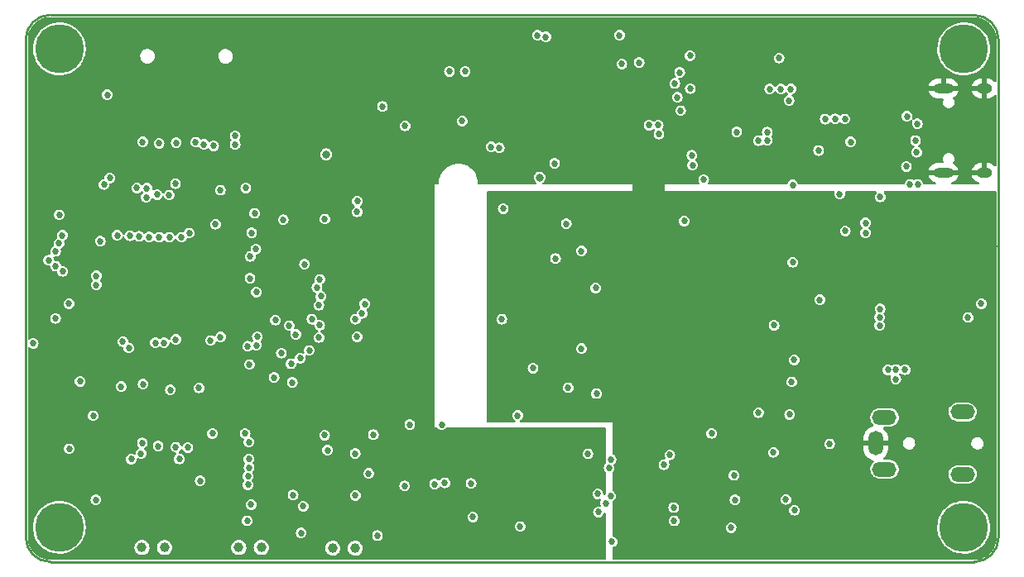
<source format=gbr>
%TF.GenerationSoftware,KiCad,Pcbnew,(6.0.4)*%
%TF.CreationDate,2023-03-22T18:48:27+03:00*%
%TF.ProjectId,mp3_test_board,6d70335f-7465-4737-945f-626f6172642e,rev?*%
%TF.SameCoordinates,Original*%
%TF.FileFunction,Copper,L3,Inr*%
%TF.FilePolarity,Positive*%
%FSLAX46Y46*%
G04 Gerber Fmt 4.6, Leading zero omitted, Abs format (unit mm)*
G04 Created by KiCad (PCBNEW (6.0.4)) date 2023-03-22 18:48:27*
%MOMM*%
%LPD*%
G01*
G04 APERTURE LIST*
%TA.AperFunction,Profile*%
%ADD10C,0.250000*%
%TD*%
%TA.AperFunction,ComponentPad*%
%ADD11C,1.000000*%
%TD*%
%TA.AperFunction,ComponentPad*%
%ADD12C,5.000000*%
%TD*%
%TA.AperFunction,ComponentPad*%
%ADD13C,0.800000*%
%TD*%
%TA.AperFunction,ComponentPad*%
%ADD14O,1.500000X2.500000*%
%TD*%
%TA.AperFunction,ComponentPad*%
%ADD15O,2.500000X1.500000*%
%TD*%
%TA.AperFunction,ComponentPad*%
%ADD16O,2.100000X1.000000*%
%TD*%
%TA.AperFunction,ComponentPad*%
%ADD17O,1.600000X1.000000*%
%TD*%
%TA.AperFunction,ViaPad*%
%ADD18C,0.685800*%
%TD*%
%TA.AperFunction,ViaPad*%
%ADD19C,0.800000*%
%TD*%
G04 APERTURE END LIST*
D10*
X173460000Y-99250000D02*
G75*
G03*
X175960000Y-96750000I-100J2500100D01*
G01*
X175960000Y-45750000D02*
G75*
G03*
X173460000Y-43250000I-2500000J0D01*
G01*
X78967767Y-43232167D02*
G75*
G03*
X76467767Y-45732233I33J-2500033D01*
G01*
X76467767Y-45732233D02*
X76467767Y-96732233D01*
X78967767Y-99232233D02*
X173467767Y-99232233D01*
X175960000Y-96750000D02*
X175960000Y-45750000D01*
X173467767Y-43232233D02*
X78967767Y-43232233D01*
X76467767Y-96732233D02*
G75*
G03*
X78967767Y-99232233I2500033J33D01*
G01*
D11*
%TO.N,*%
%TO.C,SW7*%
X107850000Y-97852500D03*
X110150000Y-97852500D03*
%TD*%
%TO.N,*%
%TO.C,SW6*%
X100550000Y-97780000D03*
X98250000Y-97780000D03*
%TD*%
D12*
%TO.N,N/C*%
%TO.C,H4*%
X172400000Y-46700000D03*
D13*
X173725825Y-48025825D03*
X174275000Y-46700000D03*
X170525000Y-46700000D03*
X171074175Y-48025825D03*
X173725825Y-45374175D03*
X172400000Y-44825000D03*
X171074175Y-45374175D03*
X172400000Y-48575000D03*
%TD*%
%TO.N,N/C*%
%TO.C,H2*%
X79900000Y-48575000D03*
X81225825Y-45374175D03*
X78574175Y-45374175D03*
D12*
X79900000Y-46700000D03*
D13*
X79900000Y-44825000D03*
X81225825Y-48025825D03*
X81775000Y-46700000D03*
X78574175Y-48025825D03*
X78025000Y-46700000D03*
%TD*%
%TO.N,N/C*%
%TO.C,H1*%
X81225825Y-97025825D03*
X81775000Y-95700000D03*
X78574175Y-97025825D03*
D12*
X79900000Y-95700000D03*
D13*
X79900000Y-93825000D03*
X79900000Y-97575000D03*
X81225825Y-94374175D03*
X78025000Y-95700000D03*
X78574175Y-94374175D03*
%TD*%
D11*
%TO.N,*%
%TO.C,SW8*%
X88350000Y-97780000D03*
X90650000Y-97780000D03*
%TD*%
D13*
%TO.N,N/C*%
%TO.C,H3*%
X174275000Y-95700000D03*
X173725825Y-97025825D03*
X171074175Y-94374175D03*
X171074175Y-97025825D03*
D12*
X172400000Y-95700000D03*
D13*
X170525000Y-95700000D03*
X173725825Y-94374175D03*
X172400000Y-97575000D03*
X172400000Y-93825000D03*
%TD*%
D14*
%TO.N,GND*%
%TO.C,J2*%
X163395000Y-87100000D03*
D15*
%TO.N,unconnected-(J2-Pad2)*%
X164295000Y-84450000D03*
%TO.N,Net-(D10-Pad2)*%
X172295000Y-90300000D03*
X172295000Y-83900000D03*
%TO.N,Net-(D9-Pad2)*%
X164295000Y-89750000D03*
%TD*%
D16*
%TO.N,GND*%
%TO.C,P2*%
X170325000Y-59390000D03*
X170325000Y-50750000D03*
D17*
X174505000Y-50750000D03*
X174505000Y-59390000D03*
%TD*%
D18*
%TO.N,+3V3*%
X133961747Y-88173555D03*
X107042700Y-64123938D03*
X94301140Y-90939455D03*
X84800000Y-51400000D03*
X154722700Y-50803938D03*
X83641747Y-92880055D03*
X152550000Y-50800000D03*
X103721408Y-80873216D03*
X139200000Y-48100000D03*
X102800000Y-64200000D03*
X112946020Y-52603980D03*
X94190000Y-81420000D03*
X91780000Y-60500000D03*
X96371564Y-61171564D03*
X101862358Y-80364166D03*
X119011747Y-85198555D03*
X79509100Y-74303938D03*
X153689132Y-50800000D03*
X115741747Y-85189949D03*
X110363806Y-63391630D03*
X88461747Y-81043555D03*
X153689132Y-50800000D03*
X79905000Y-63695000D03*
X136425747Y-97171555D03*
X154533762Y-51995000D03*
X103806445Y-92393555D03*
%TO.N,GND*%
X151807700Y-93478938D03*
X87870000Y-70420000D03*
X117082700Y-54803938D03*
X90870000Y-68920000D03*
X95531747Y-94063555D03*
X98942700Y-58783938D03*
X103301747Y-94783555D03*
X79030000Y-53570000D03*
X79203364Y-60413938D03*
X148900000Y-49300000D03*
X164032700Y-71143938D03*
X83640000Y-94830000D03*
X78812700Y-69833938D03*
X81264747Y-82220055D03*
X88208280Y-60143328D03*
X153991747Y-55863555D03*
X163570000Y-76630000D03*
X148900000Y-50300000D03*
X94161747Y-94373555D03*
X167732462Y-58793700D03*
X114740000Y-68990000D03*
X134950400Y-88922876D03*
X90870000Y-73420000D03*
X151411747Y-85487555D03*
X154010000Y-57300000D03*
X98942700Y-57873938D03*
X138243761Y-50924999D03*
X173601638Y-76325000D03*
X83141747Y-87650555D03*
X175500000Y-66900000D03*
X106672700Y-44293938D03*
X114740000Y-66520000D03*
X150800000Y-60000000D03*
X77531747Y-78193555D03*
X137750000Y-71400421D03*
X112670000Y-94310000D03*
X106660000Y-54090000D03*
X151800000Y-60000000D03*
X114730000Y-67750000D03*
X90870000Y-70420000D03*
X167665900Y-51100000D03*
X161672700Y-51513938D03*
X162482700Y-51533938D03*
X135878600Y-82725370D03*
X165934700Y-68513938D03*
X87870000Y-71920000D03*
X135750000Y-75425000D03*
X149000000Y-60000000D03*
X148900000Y-51300000D03*
X92370000Y-73420000D03*
X92370000Y-70420000D03*
X164012700Y-68433938D03*
X116058762Y-48100000D03*
X164972700Y-71143938D03*
X146900000Y-49300000D03*
X124900000Y-78386638D03*
X165032700Y-68463938D03*
X160992700Y-69373938D03*
X105166842Y-82718650D03*
X88665115Y-82395115D03*
X106721747Y-50149600D03*
X87870000Y-68920000D03*
X146900000Y-51300000D03*
X106421747Y-82719150D03*
X114341747Y-94318555D03*
X103802700Y-69303938D03*
X90870000Y-71920000D03*
X91880000Y-82440000D03*
X79000000Y-51200000D03*
X160100500Y-80200000D03*
X123800000Y-49200000D03*
X103782700Y-65463938D03*
X102620000Y-56730000D03*
X103782700Y-68153938D03*
X77738032Y-74522857D03*
X147900000Y-51300000D03*
X92370000Y-71920000D03*
X144800000Y-82875000D03*
X155142700Y-54843938D03*
X153175000Y-82775000D03*
X168035500Y-68853938D03*
X106830000Y-95120000D03*
X146900000Y-50300000D03*
X139400000Y-51700000D03*
X78420000Y-63540000D03*
X125235000Y-66956238D03*
X99020000Y-96676555D03*
X168700000Y-64400000D03*
X106721747Y-46203555D03*
X87870000Y-73420000D03*
X108210000Y-81740000D03*
X135409747Y-86249555D03*
X89370000Y-70420000D03*
X162000000Y-56200000D03*
X86944149Y-91229149D03*
X151157747Y-89551555D03*
X150300000Y-82775000D03*
X135412700Y-48653938D03*
X149900000Y-60000000D03*
X133771747Y-91403555D03*
X153600000Y-71500000D03*
X165772700Y-71153938D03*
X159582700Y-57773938D03*
X148000000Y-60000000D03*
X147900000Y-49300000D03*
X82091747Y-87803555D03*
X143381747Y-46533555D03*
X101746200Y-49146200D03*
X106542700Y-48243938D03*
X136325000Y-64910000D03*
X94231747Y-85963555D03*
X78321747Y-91071745D03*
X85921400Y-49200000D03*
X89370000Y-73420000D03*
X115804381Y-44795619D03*
X95501747Y-92962400D03*
X147900000Y-50300000D03*
X136292700Y-48663938D03*
X151411747Y-95393555D03*
X85371747Y-56023555D03*
X101625371Y-77086891D03*
X103950000Y-91430000D03*
X114740000Y-65400000D03*
X117201747Y-85189949D03*
X134592700Y-48633938D03*
X146607700Y-89478938D03*
X150335000Y-71420000D03*
X107420000Y-84814155D03*
X94420000Y-97680000D03*
X163570000Y-76630000D03*
X89370000Y-68920000D03*
X85747828Y-77291808D03*
X154040967Y-58498576D03*
X106550000Y-52200000D03*
X144625000Y-71450000D03*
X102800000Y-62000000D03*
X89370000Y-71920000D03*
X92370000Y-68920000D03*
%TO.N,+1V8A*%
X99339147Y-79018736D03*
X86224321Y-81285679D03*
X91140719Y-61659100D03*
%TO.N,Net-(C5-Pad2)*%
X84467800Y-60592797D03*
X92388385Y-65976917D03*
%TO.N,Net-(C6-Pad2)*%
X85057836Y-59932782D03*
X93201747Y-65563555D03*
%TO.N,VBUS*%
X159252700Y-53873938D03*
X160242700Y-53873938D03*
X167472700Y-56093938D03*
X158232700Y-53893938D03*
X142843193Y-50244431D03*
%TO.N,+5VA*%
X157682100Y-72403600D03*
X148607700Y-95752276D03*
X162360000Y-65540000D03*
X134750000Y-71200000D03*
X163800000Y-74190000D03*
X163850000Y-73320000D03*
X149007700Y-92878938D03*
X154582700Y-84153938D03*
X146607700Y-86078938D03*
X163790000Y-75020000D03*
X134836200Y-82000000D03*
X148907700Y-90378938D03*
X163857747Y-61865555D03*
X162360000Y-64520000D03*
%TO.N,-5VA*%
X164651747Y-79583555D03*
X165452700Y-80523938D03*
X166402700Y-79553938D03*
X165472700Y-79533938D03*
X125154539Y-74382100D03*
X160290000Y-65350000D03*
X155050000Y-78550000D03*
X125300000Y-63075000D03*
%TO.N,Net-(C61-Pad1)*%
X141224102Y-55432536D03*
X143106209Y-51662961D03*
X140212700Y-54513938D03*
X141150000Y-54500000D03*
%TO.N,Net-(R53-Pad1)*%
X99400000Y-70200000D03*
X104972700Y-68753938D03*
%TO.N,VCC*%
X166902700Y-60563938D03*
X153512700Y-47633938D03*
X149182700Y-55203938D03*
X167702700Y-60563938D03*
X151411747Y-56093938D03*
X152312700Y-55233938D03*
X144439288Y-50765514D03*
X152302700Y-56053938D03*
%TO.N,Net-(C71-Pad2)*%
X172832700Y-74203938D03*
%TO.N,/SOC/SDC_D1*%
X88430000Y-56220000D03*
%TO.N,/SOC/SDC_D0*%
X90103854Y-56365910D03*
%TO.N,/SOC/SDC_CLK*%
X91852700Y-56303938D03*
X87822731Y-60940267D03*
%TO.N,/SOC/SDC_CMD*%
X93830000Y-56250000D03*
X88856230Y-60965924D03*
%TO.N,/SOC/SDC_D3*%
X88777366Y-61901661D03*
X94685717Y-56476951D03*
%TO.N,/SOC/SDC_D2*%
X89907331Y-61628569D03*
X95687115Y-56621476D03*
%TO.N,Net-(D10-Pad2)*%
X155082700Y-93953938D03*
X158682700Y-87153938D03*
%TO.N,Net-(D12-Pad1)*%
X126771747Y-84243555D03*
D19*
X129010000Y-59870000D03*
D18*
X130556000Y-58420000D03*
X127025302Y-95610000D03*
X104840000Y-93550000D03*
%TO.N,/SOC/LCD_RS*%
X103603143Y-78948866D03*
X110353230Y-76186770D03*
%TO.N,/SOC/LCD_WR*%
X106463868Y-76258911D03*
X102610679Y-77859321D03*
%TO.N,/SOC/LCD_RD*%
X103410000Y-75040000D03*
X106530000Y-74990000D03*
%TO.N,/SOC/LCD_D3*%
X101991564Y-74478436D03*
X105736110Y-74384100D03*
%TO.N,/SOC/LCD_D4*%
X110193653Y-74382875D03*
X104090000Y-75950000D03*
%TO.N,/SOC/LCD_D5*%
X110860000Y-73800000D03*
X105470000Y-77575900D03*
%TO.N,/SOC/LCD_D6*%
X104530000Y-78380000D03*
X111140000Y-72830000D03*
%TO.N,/SOC/LCD_D7*%
X106440000Y-72950000D03*
X100150000Y-76170000D03*
%TO.N,/SOC/LCD_D10*%
X100038217Y-77048215D03*
X106640154Y-72022937D03*
%TO.N,/SOC/LCD_D11*%
X106240000Y-71130000D03*
X99160000Y-77160000D03*
%TO.N,/SOC/LCD_D12*%
X106539408Y-70296864D03*
X96391747Y-76213555D03*
%TO.N,Net-(P2-PadA7)*%
X167590000Y-57280000D03*
X167650000Y-54370000D03*
%TO.N,/SOC/LCD_PWM*%
X99430000Y-67950895D03*
X121100000Y-54100000D03*
%TO.N,/SOC/KEYS*%
X77235847Y-76868518D03*
X99517247Y-93383094D03*
X99110000Y-95030000D03*
X104630000Y-96280000D03*
%TO.N,/SOC/FLASH_SPI_CS*%
X122191747Y-94648555D03*
X118281747Y-91278555D03*
X90111747Y-65993555D03*
%TO.N,Net-(R7-Pad1)*%
X112438694Y-96552500D03*
X154205747Y-92853555D03*
%TO.N,Net-(R10-Pad1)*%
X152935747Y-88027555D03*
%TO.N,Net-(R10-Pad2)*%
X154915724Y-60640400D03*
X151411747Y-83963555D03*
%TO.N,Net-(R11-Pad2)*%
X157563266Y-57108938D03*
%TO.N,Net-(R12-Pad2)*%
X159720000Y-61564338D03*
%TO.N,/SOC/USB_DM*%
X128800000Y-45300000D03*
X97882700Y-55603938D03*
X83690000Y-69940000D03*
X166532700Y-58753938D03*
%TO.N,/SOC/USB_DP*%
X97882700Y-56489241D03*
X83674963Y-70883250D03*
X129667090Y-45478652D03*
X166596256Y-53603826D03*
%TO.N,Net-(C41-Pad1)*%
X142740400Y-93682876D03*
X130647130Y-68187206D03*
%TO.N,Net-(C42-Pad1)*%
X131950000Y-81400000D03*
X142340400Y-88282876D03*
X128350000Y-79400000D03*
%TO.N,Net-(C43-Pad1)*%
X133299500Y-77403938D03*
X141740400Y-89282876D03*
%TO.N,Net-(C44-Pad1)*%
X142790400Y-95032876D03*
X131750000Y-64600000D03*
X133291500Y-67400000D03*
%TO.N,Net-(C49-Pad2)*%
X154915456Y-68551764D03*
X143808191Y-64328447D03*
%TO.N,Net-(C51-Pad2)*%
X153000000Y-75000000D03*
X154800000Y-80800000D03*
%TO.N,/NewDAC/I2C_SCL*%
X137432700Y-48253938D03*
X137189927Y-45311165D03*
X124069069Y-56729083D03*
X136332700Y-88753938D03*
X86998311Y-77326991D03*
%TO.N,/NewDAC/I2C_SDIN*%
X144400000Y-47400000D03*
X136133631Y-89616569D03*
X86390691Y-76683129D03*
X124896874Y-56840750D03*
%TO.N,/Power/AUDIO_PWR_EN*%
X174200000Y-72800000D03*
X95361747Y-76563555D03*
%TO.N,DEBUG_UART_RX*%
X121400000Y-49000000D03*
X99880000Y-63540000D03*
%TO.N,DEBUG_UART_TX*%
X119800000Y-49000000D03*
X99569393Y-65544814D03*
%TO.N,/SOC/FLASH_SPI_MOSI*%
X89081747Y-65963555D03*
X115221747Y-91464455D03*
%TO.N,/NewDAC/I2S_MCLK*%
X134971564Y-92271564D03*
X112020000Y-86220000D03*
%TO.N,/SOC/FLASH_SPI_HOLD*%
X85821747Y-65803555D03*
X110181747Y-92445455D03*
%TO.N,/SOC/FLASH_SPI_WP*%
X87101747Y-65833555D03*
X122011747Y-91208555D03*
%TO.N,/SOC/FLASH_SPI_CLK*%
X111543100Y-90188555D03*
X91151747Y-65993555D03*
%TO.N,/NewDAC/I2S_LRCK*%
X110160000Y-88150000D03*
X135030000Y-94135900D03*
X91820959Y-76471537D03*
%TO.N,/NewDAC/I2S_BCLK*%
X136273997Y-92485338D03*
X89725481Y-76798038D03*
%TO.N,/NewDAC/I2S_DIN*%
X135780000Y-93220000D03*
X90611862Y-76798038D03*
%TO.N,/Power/IRQ*%
X143345000Y-49105900D03*
X143442322Y-53022870D03*
%TO.N,+1V8B*%
X100000000Y-67200000D03*
X98967745Y-60942861D03*
%TO.N,+0V9*%
X145800000Y-60100000D03*
X144600000Y-57600000D03*
X91255092Y-81637264D03*
X82021747Y-80760955D03*
X80884847Y-72793555D03*
X100050955Y-71605900D03*
X144662700Y-58613938D03*
%TO.N,/SOC/FLASH_SPI_MISO*%
X88061747Y-65903555D03*
X119331747Y-91148555D03*
%TO.N,/Power/PWR_KEY*%
X95866195Y-64657643D03*
D19*
X107190000Y-57500000D03*
D18*
%TO.N,Net-(C76-Pad2)*%
X80920000Y-87650555D03*
X87270000Y-88716555D03*
%TO.N,Net-(C60-Pad1)*%
X107321747Y-87798555D03*
X98899644Y-86090356D03*
%TO.N,/SOC/WIFI_SDIO_CMD*%
X90001747Y-87383555D03*
X80234638Y-69480871D03*
X99307816Y-89588936D03*
%TO.N,/SOC/WIFI_SDIO_D0*%
X92165183Y-88690119D03*
X79523906Y-68953025D03*
X99277281Y-88704160D03*
%TO.N,/SOC/WIFI_SDIO_CLK*%
X78791009Y-68347125D03*
X91817721Y-87485785D03*
%TO.N,/SOC/WIFI_SDIO_D1*%
X79513004Y-67426584D03*
X93051747Y-87543555D03*
X99287165Y-86963756D03*
%TO.N,/SOC/WIFI_SDIO_D2*%
X88391747Y-87063555D03*
X99206024Y-90468367D03*
X79863989Y-66613829D03*
%TO.N,/SOC/WIFI_SDIO_D3*%
X80214973Y-65801075D03*
X88261747Y-88143555D03*
X99191747Y-91353555D03*
%TO.N,Net-(L1-Pad1)*%
X95568398Y-86095896D03*
X107029180Y-86257655D03*
%TO.N,Net-(P1-Pad38)*%
X115254264Y-54575502D03*
X110372700Y-62283938D03*
%TO.N,Net-(R13-Pad2)*%
X160842700Y-56233938D03*
%TO.N,/SOC/WIFI_REG_ON*%
X83365698Y-84269574D03*
X84089420Y-66383555D03*
%TD*%
%TA.AperFunction,Conductor*%
%TO.N,GND*%
G36*
X141832700Y-63353938D02*
G01*
X138482700Y-63353938D01*
X138482700Y-59353938D01*
X141832700Y-59353938D01*
X141832700Y-63353938D01*
G37*
%TD.AperFunction*%
%TD*%
%TA.AperFunction,Conductor*%
%TO.N,GND*%
G36*
X159136475Y-61290002D02*
G01*
X159182968Y-61343658D01*
X159193072Y-61413932D01*
X159192035Y-61418986D01*
X159190587Y-61422482D01*
X159171911Y-61564338D01*
X159190587Y-61706194D01*
X159245341Y-61838382D01*
X159259909Y-61857367D01*
X159327414Y-61945342D01*
X159327417Y-61945345D01*
X159332443Y-61951895D01*
X159445955Y-62038997D01*
X159578144Y-62093751D01*
X159720000Y-62112427D01*
X159861856Y-62093751D01*
X159994045Y-62038997D01*
X160107557Y-61951895D01*
X160112583Y-61945345D01*
X160112586Y-61945342D01*
X160180091Y-61857367D01*
X160194659Y-61838382D01*
X160249413Y-61706194D01*
X160268089Y-61564338D01*
X160249413Y-61422482D01*
X160250088Y-61422393D01*
X160251628Y-61357636D01*
X160291422Y-61298840D01*
X160356686Y-61270891D01*
X160371646Y-61270000D01*
X163375522Y-61270000D01*
X163443643Y-61290002D01*
X163490136Y-61343658D01*
X163500240Y-61413932D01*
X163471407Y-61477064D01*
X163470190Y-61477998D01*
X163383088Y-61591511D01*
X163328334Y-61723699D01*
X163309658Y-61865555D01*
X163328334Y-62007411D01*
X163383088Y-62139599D01*
X163426639Y-62196355D01*
X163465161Y-62246559D01*
X163465164Y-62246562D01*
X163470190Y-62253112D01*
X163583702Y-62340214D01*
X163715891Y-62394968D01*
X163857747Y-62413644D01*
X163999603Y-62394968D01*
X164131792Y-62340214D01*
X164245304Y-62253112D01*
X164250330Y-62246562D01*
X164250333Y-62246559D01*
X164288855Y-62196355D01*
X164332406Y-62139599D01*
X164387160Y-62007411D01*
X164405836Y-61865555D01*
X164387160Y-61723699D01*
X164332406Y-61591511D01*
X164245304Y-61477998D01*
X164246500Y-61477080D01*
X164216851Y-61422783D01*
X164221916Y-61351968D01*
X164264463Y-61295132D01*
X164330983Y-61270321D01*
X164339972Y-61270000D01*
X175633500Y-61270000D01*
X175701621Y-61290002D01*
X175748114Y-61343658D01*
X175759500Y-61396000D01*
X175759500Y-96712912D01*
X175757535Y-96730226D01*
X175757525Y-96735803D01*
X175754344Y-96749633D01*
X175757475Y-96763474D01*
X175757450Y-96777662D01*
X175756699Y-96777661D01*
X175757345Y-96785602D01*
X175743184Y-97019561D01*
X175741351Y-97034652D01*
X175694034Y-97292813D01*
X175690399Y-97307556D01*
X175614047Y-97552559D01*
X175612313Y-97558123D01*
X175606919Y-97572343D01*
X175499209Y-97811653D01*
X175492139Y-97825125D01*
X175356364Y-98049718D01*
X175347721Y-98062239D01*
X175185867Y-98268828D01*
X175175777Y-98280216D01*
X174990216Y-98465777D01*
X174978828Y-98475867D01*
X174772239Y-98637721D01*
X174759718Y-98646364D01*
X174535125Y-98782139D01*
X174521656Y-98789208D01*
X174282343Y-98896919D01*
X174268130Y-98902311D01*
X174017556Y-98980399D01*
X174002813Y-98984034D01*
X173744652Y-99031351D01*
X173729560Y-99033184D01*
X173563484Y-99043236D01*
X173527635Y-99040261D01*
X173497496Y-99033330D01*
X173497490Y-99033329D01*
X173490548Y-99031733D01*
X136626000Y-99031733D01*
X136557879Y-99011731D01*
X136511386Y-98958075D01*
X136500000Y-98905733D01*
X136500000Y-97813161D01*
X136520002Y-97745040D01*
X136577782Y-97696752D01*
X136692164Y-97649374D01*
X136692166Y-97649373D01*
X136699792Y-97646214D01*
X136706342Y-97641188D01*
X136806753Y-97564139D01*
X136806754Y-97564138D01*
X136813304Y-97559112D01*
X136818330Y-97552562D01*
X136818333Y-97552559D01*
X136881297Y-97470502D01*
X136900406Y-97445599D01*
X136955160Y-97313411D01*
X136973836Y-97171555D01*
X136955160Y-97029699D01*
X136900406Y-96897511D01*
X136856855Y-96840755D01*
X136818333Y-96790551D01*
X136818330Y-96790548D01*
X136813304Y-96783998D01*
X136699792Y-96696896D01*
X136692166Y-96693737D01*
X136692164Y-96693736D01*
X136577782Y-96646358D01*
X136522501Y-96601810D01*
X136500000Y-96529949D01*
X136500000Y-95752276D01*
X148059611Y-95752276D01*
X148078287Y-95894132D01*
X148133041Y-96026320D01*
X148175151Y-96081199D01*
X148215114Y-96133280D01*
X148215117Y-96133283D01*
X148220143Y-96139833D01*
X148333655Y-96226935D01*
X148465844Y-96281689D01*
X148607700Y-96300365D01*
X148749556Y-96281689D01*
X148881745Y-96226935D01*
X148995257Y-96139833D01*
X149000283Y-96133283D01*
X149000286Y-96133280D01*
X149040249Y-96081199D01*
X149082359Y-96026320D01*
X149137113Y-95894132D01*
X149155789Y-95752276D01*
X149145177Y-95671669D01*
X169694712Y-95671669D01*
X169710902Y-95996879D01*
X169711543Y-96000610D01*
X169711544Y-96000618D01*
X169763051Y-96300365D01*
X169766045Y-96317789D01*
X169767133Y-96321428D01*
X169767134Y-96321431D01*
X169790697Y-96400218D01*
X169859341Y-96629749D01*
X169860854Y-96633220D01*
X169860856Y-96633226D01*
X169901822Y-96727216D01*
X169989439Y-96928242D01*
X170154455Y-97208944D01*
X170156756Y-97211959D01*
X170349698Y-97464775D01*
X170349703Y-97464781D01*
X170351998Y-97467788D01*
X170354642Y-97470502D01*
X170528892Y-97649374D01*
X170579208Y-97701025D01*
X170832792Y-97905276D01*
X170836020Y-97907289D01*
X171084475Y-98062239D01*
X171109078Y-98077583D01*
X171404063Y-98215451D01*
X171407672Y-98216634D01*
X171585174Y-98274822D01*
X171713474Y-98316881D01*
X172032830Y-98380405D01*
X172036602Y-98380692D01*
X172036610Y-98380693D01*
X172353728Y-98404815D01*
X172353733Y-98404815D01*
X172357505Y-98405102D01*
X172682795Y-98390615D01*
X173003989Y-98337154D01*
X173316434Y-98245493D01*
X173615604Y-98116959D01*
X173618882Y-98115055D01*
X173618888Y-98115052D01*
X173782708Y-98019897D01*
X173897165Y-97953415D01*
X174157040Y-97757230D01*
X174357342Y-97564139D01*
X174388730Y-97533881D01*
X174388733Y-97533877D01*
X174391464Y-97531245D01*
X174393862Y-97528300D01*
X174594643Y-97281678D01*
X174594647Y-97281672D01*
X174597040Y-97278733D01*
X174770792Y-97003354D01*
X174910202Y-96709095D01*
X175013251Y-96400218D01*
X175078446Y-96081199D01*
X175104843Y-95756658D01*
X175105436Y-95700000D01*
X175100036Y-95610420D01*
X175086069Y-95378755D01*
X175086069Y-95378751D01*
X175085841Y-95374977D01*
X175083050Y-95359692D01*
X175042076Y-95135341D01*
X175027342Y-95054663D01*
X174930784Y-94743696D01*
X174797567Y-94446582D01*
X174629621Y-94167624D01*
X174627294Y-94164640D01*
X174627289Y-94164633D01*
X174431713Y-93913858D01*
X174431711Y-93913856D01*
X174429377Y-93910863D01*
X174199738Y-93680018D01*
X174191269Y-93673341D01*
X173947010Y-93480783D01*
X173944029Y-93478433D01*
X173665954Y-93309029D01*
X173470146Y-93220000D01*
X173372994Y-93175827D01*
X173372986Y-93175824D01*
X173369542Y-93174258D01*
X173059085Y-93076073D01*
X172917071Y-93049368D01*
X172742805Y-93016597D01*
X172742800Y-93016596D01*
X172739081Y-93015897D01*
X172414166Y-92994601D01*
X172410386Y-92994809D01*
X172410385Y-92994809D01*
X172313156Y-93000160D01*
X172089045Y-93012494D01*
X172085318Y-93013155D01*
X172085314Y-93013155D01*
X171999153Y-93028425D01*
X171768429Y-93069315D01*
X171764804Y-93070420D01*
X171764799Y-93070421D01*
X171563196Y-93131866D01*
X171456961Y-93164244D01*
X171453497Y-93165775D01*
X171453490Y-93165778D01*
X171346127Y-93213243D01*
X171159153Y-93295903D01*
X171155899Y-93297839D01*
X171155893Y-93297842D01*
X170882578Y-93460447D01*
X170879319Y-93462386D01*
X170876318Y-93464701D01*
X170876314Y-93464704D01*
X170855473Y-93480783D01*
X170621513Y-93661282D01*
X170618812Y-93663941D01*
X170618805Y-93663947D01*
X170417764Y-93861856D01*
X170389469Y-93889710D01*
X170387105Y-93892677D01*
X170387102Y-93892680D01*
X170193289Y-94135900D01*
X170186548Y-94144360D01*
X170015690Y-94421544D01*
X169879369Y-94717247D01*
X169878210Y-94720848D01*
X169878207Y-94720854D01*
X169865977Y-94758832D01*
X169779560Y-95027185D01*
X169778841Y-95030901D01*
X169778839Y-95030909D01*
X169718428Y-95343151D01*
X169718427Y-95343160D01*
X169717709Y-95346870D01*
X169717442Y-95350646D01*
X169717441Y-95350651D01*
X169698469Y-95618609D01*
X169694712Y-95671669D01*
X149145177Y-95671669D01*
X149137113Y-95610420D01*
X149082359Y-95478232D01*
X149032980Y-95413880D01*
X149000286Y-95371272D01*
X149000283Y-95371269D01*
X148995257Y-95364719D01*
X148976924Y-95350651D01*
X148888295Y-95282643D01*
X148881745Y-95277617D01*
X148749556Y-95222863D01*
X148607700Y-95204187D01*
X148465844Y-95222863D01*
X148333656Y-95277617D01*
X148220143Y-95364719D01*
X148133041Y-95478232D01*
X148078287Y-95610420D01*
X148059611Y-95752276D01*
X136500000Y-95752276D01*
X136500000Y-95032876D01*
X142242311Y-95032876D01*
X142260987Y-95174732D01*
X142315741Y-95306920D01*
X142343542Y-95343151D01*
X142397814Y-95413880D01*
X142397817Y-95413883D01*
X142402843Y-95420433D01*
X142409393Y-95425459D01*
X142409394Y-95425460D01*
X142509805Y-95502509D01*
X142516355Y-95507535D01*
X142648544Y-95562289D01*
X142790400Y-95580965D01*
X142932256Y-95562289D01*
X143064445Y-95507535D01*
X143070995Y-95502509D01*
X143171406Y-95425460D01*
X143171407Y-95425459D01*
X143177957Y-95420433D01*
X143182983Y-95413883D01*
X143182986Y-95413880D01*
X143237258Y-95343151D01*
X143265059Y-95306920D01*
X143319813Y-95174732D01*
X143338489Y-95032876D01*
X143319813Y-94891020D01*
X143265059Y-94758832D01*
X143207630Y-94683989D01*
X143182986Y-94651872D01*
X143182983Y-94651869D01*
X143177957Y-94645319D01*
X143132658Y-94610559D01*
X143070995Y-94563243D01*
X143064445Y-94558217D01*
X142932256Y-94503463D01*
X142790400Y-94484787D01*
X142648544Y-94503463D01*
X142516356Y-94558217D01*
X142402843Y-94645319D01*
X142315741Y-94758832D01*
X142260987Y-94891020D01*
X142242311Y-95032876D01*
X136500000Y-95032876D01*
X136500000Y-93682876D01*
X142192311Y-93682876D01*
X142210987Y-93824732D01*
X142265741Y-93956920D01*
X142309292Y-94013677D01*
X142347814Y-94063880D01*
X142347817Y-94063883D01*
X142352843Y-94070433D01*
X142359393Y-94075459D01*
X142359394Y-94075460D01*
X142395838Y-94103425D01*
X142466355Y-94157535D01*
X142598544Y-94212289D01*
X142740400Y-94230965D01*
X142882256Y-94212289D01*
X143014445Y-94157535D01*
X143084962Y-94103425D01*
X143121406Y-94075460D01*
X143121407Y-94075459D01*
X143127957Y-94070433D01*
X143132983Y-94063883D01*
X143132986Y-94063880D01*
X143171508Y-94013677D01*
X143215059Y-93956920D01*
X143216294Y-93953938D01*
X154534611Y-93953938D01*
X154553287Y-94095794D01*
X154608041Y-94227982D01*
X154646234Y-94277756D01*
X154690114Y-94334942D01*
X154690117Y-94334945D01*
X154695143Y-94341495D01*
X154808655Y-94428597D01*
X154940844Y-94483351D01*
X155082700Y-94502027D01*
X155224556Y-94483351D01*
X155356745Y-94428597D01*
X155470257Y-94341495D01*
X155475283Y-94334945D01*
X155475286Y-94334942D01*
X155519166Y-94277756D01*
X155557359Y-94227982D01*
X155612113Y-94095794D01*
X155630789Y-93953938D01*
X155612113Y-93812082D01*
X155557359Y-93679894D01*
X155486701Y-93587811D01*
X155475286Y-93572934D01*
X155475283Y-93572931D01*
X155470257Y-93566381D01*
X155447879Y-93549209D01*
X155363295Y-93484305D01*
X155356745Y-93479279D01*
X155224556Y-93424525D01*
X155082700Y-93405849D01*
X154940844Y-93424525D01*
X154808656Y-93479279D01*
X154695143Y-93566381D01*
X154608041Y-93679894D01*
X154553287Y-93812082D01*
X154534611Y-93953938D01*
X143216294Y-93953938D01*
X143269813Y-93824732D01*
X143288489Y-93682876D01*
X143269813Y-93541020D01*
X143215059Y-93408832D01*
X143168819Y-93348571D01*
X143132986Y-93301872D01*
X143132983Y-93301869D01*
X143127957Y-93295319D01*
X143090394Y-93266495D01*
X143020995Y-93213243D01*
X143014445Y-93208217D01*
X142882256Y-93153463D01*
X142740400Y-93134787D01*
X142598544Y-93153463D01*
X142466356Y-93208217D01*
X142352843Y-93295319D01*
X142265741Y-93408832D01*
X142210987Y-93541020D01*
X142192311Y-93682876D01*
X136500000Y-93682876D01*
X136500000Y-93058998D01*
X136520002Y-92990877D01*
X136549295Y-92959036D01*
X136653679Y-92878938D01*
X148459611Y-92878938D01*
X148478287Y-93020794D01*
X148533041Y-93152982D01*
X148541683Y-93164244D01*
X148615114Y-93259942D01*
X148615117Y-93259945D01*
X148620143Y-93266495D01*
X148626693Y-93271521D01*
X148626694Y-93271522D01*
X148727105Y-93348571D01*
X148733655Y-93353597D01*
X148865844Y-93408351D01*
X149007700Y-93427027D01*
X149149556Y-93408351D01*
X149281745Y-93353597D01*
X149288295Y-93348571D01*
X149388706Y-93271522D01*
X149388707Y-93271521D01*
X149395257Y-93266495D01*
X149400283Y-93259945D01*
X149400286Y-93259942D01*
X149473717Y-93164244D01*
X149482359Y-93152982D01*
X149537113Y-93020794D01*
X149555789Y-92878938D01*
X149552447Y-92853555D01*
X153657658Y-92853555D01*
X153676334Y-92995411D01*
X153731088Y-93127599D01*
X153758357Y-93163136D01*
X153813161Y-93234559D01*
X153813164Y-93234562D01*
X153818190Y-93241112D01*
X153824740Y-93246138D01*
X153824741Y-93246139D01*
X153888833Y-93295319D01*
X153931702Y-93328214D01*
X154063891Y-93382968D01*
X154205747Y-93401644D01*
X154347603Y-93382968D01*
X154479792Y-93328214D01*
X154522661Y-93295319D01*
X154586753Y-93246139D01*
X154586754Y-93246138D01*
X154593304Y-93241112D01*
X154598330Y-93234562D01*
X154598333Y-93234559D01*
X154653137Y-93163136D01*
X154680406Y-93127599D01*
X154735160Y-92995411D01*
X154753836Y-92853555D01*
X154735160Y-92711699D01*
X154680406Y-92579511D01*
X154636855Y-92522754D01*
X154598333Y-92472551D01*
X154598330Y-92472548D01*
X154593304Y-92465998D01*
X154508755Y-92401120D01*
X154486342Y-92383922D01*
X154479792Y-92378896D01*
X154347603Y-92324142D01*
X154205747Y-92305466D01*
X154063891Y-92324142D01*
X153931703Y-92378896D01*
X153818190Y-92465998D01*
X153731088Y-92579511D01*
X153676334Y-92711699D01*
X153657658Y-92853555D01*
X149552447Y-92853555D01*
X149537113Y-92737082D01*
X149482359Y-92604894D01*
X149436867Y-92545608D01*
X149400286Y-92497934D01*
X149400283Y-92497931D01*
X149395257Y-92491381D01*
X149355627Y-92460971D01*
X149288295Y-92409305D01*
X149281745Y-92404279D01*
X149149556Y-92349525D01*
X149007700Y-92330849D01*
X148865844Y-92349525D01*
X148733656Y-92404279D01*
X148620143Y-92491381D01*
X148533041Y-92604894D01*
X148478287Y-92737082D01*
X148459611Y-92878938D01*
X136653679Y-92878938D01*
X136655003Y-92877922D01*
X136655004Y-92877921D01*
X136661554Y-92872895D01*
X136666580Y-92866345D01*
X136666583Y-92866342D01*
X136716739Y-92800977D01*
X136748656Y-92759382D01*
X136803410Y-92627194D01*
X136822086Y-92485338D01*
X136803410Y-92343482D01*
X136748656Y-92211294D01*
X136686053Y-92129708D01*
X136666583Y-92104334D01*
X136666580Y-92104331D01*
X136661554Y-92097781D01*
X136655003Y-92092754D01*
X136549295Y-92011640D01*
X136507428Y-91954301D01*
X136500000Y-91911678D01*
X136500000Y-90378938D01*
X148359611Y-90378938D01*
X148378287Y-90520794D01*
X148433041Y-90652982D01*
X148456826Y-90683979D01*
X148515114Y-90759942D01*
X148515117Y-90759945D01*
X148520143Y-90766495D01*
X148633655Y-90853597D01*
X148765844Y-90908351D01*
X148907700Y-90927027D01*
X149049556Y-90908351D01*
X149181745Y-90853597D01*
X149295257Y-90766495D01*
X149300283Y-90759945D01*
X149300286Y-90759942D01*
X149358574Y-90683979D01*
X149382359Y-90652982D01*
X149437113Y-90520794D01*
X149455789Y-90378938D01*
X149437113Y-90237082D01*
X149382359Y-90104894D01*
X149338808Y-90048138D01*
X149300286Y-89997934D01*
X149300283Y-89997931D01*
X149295257Y-89991381D01*
X149181745Y-89904279D01*
X149049556Y-89849525D01*
X148907700Y-89830849D01*
X148765844Y-89849525D01*
X148633656Y-89904279D01*
X148520143Y-89991381D01*
X148433041Y-90104894D01*
X148378287Y-90237082D01*
X148359611Y-90378938D01*
X136500000Y-90378938D01*
X136500000Y-90074509D01*
X136520002Y-90006388D01*
X136526038Y-89997805D01*
X136529269Y-89993595D01*
X136600228Y-89901120D01*
X136603262Y-89897166D01*
X136603263Y-89897164D01*
X136608290Y-89890613D01*
X136663044Y-89758425D01*
X136681720Y-89616569D01*
X136663044Y-89474713D01*
X136609107Y-89344497D01*
X136602482Y-89282876D01*
X141192311Y-89282876D01*
X141210987Y-89424732D01*
X141265741Y-89556920D01*
X141296998Y-89597655D01*
X141347814Y-89663880D01*
X141347817Y-89663883D01*
X141352843Y-89670433D01*
X141359393Y-89675459D01*
X141359394Y-89675460D01*
X141413615Y-89717066D01*
X141466355Y-89757535D01*
X141598544Y-89812289D01*
X141740400Y-89830965D01*
X141882256Y-89812289D01*
X142014445Y-89757535D01*
X142067185Y-89717066D01*
X142121406Y-89675460D01*
X142121407Y-89675459D01*
X142127957Y-89670433D01*
X142132983Y-89663883D01*
X142132986Y-89663880D01*
X142183802Y-89597655D01*
X142215059Y-89556920D01*
X142269813Y-89424732D01*
X142288489Y-89282876D01*
X142269813Y-89141020D01*
X142215059Y-89008832D01*
X142216986Y-89008034D01*
X142202882Y-88949889D01*
X142226104Y-88882798D01*
X142281912Y-88838912D01*
X142328739Y-88829887D01*
X142332212Y-88829887D01*
X142340400Y-88830965D01*
X142482256Y-88812289D01*
X142614445Y-88757535D01*
X142655748Y-88725842D01*
X142721406Y-88675460D01*
X142721407Y-88675459D01*
X142727957Y-88670433D01*
X142732983Y-88663883D01*
X142732986Y-88663880D01*
X142771508Y-88613677D01*
X142815059Y-88556920D01*
X142869813Y-88424732D01*
X142888489Y-88282876D01*
X142869813Y-88141020D01*
X142822814Y-88027555D01*
X152387658Y-88027555D01*
X152406334Y-88169411D01*
X152461088Y-88301599D01*
X152504639Y-88358355D01*
X152543161Y-88408559D01*
X152543164Y-88408562D01*
X152548190Y-88415112D01*
X152554740Y-88420138D01*
X152554741Y-88420139D01*
X152590527Y-88447599D01*
X152661702Y-88502214D01*
X152793891Y-88556968D01*
X152935747Y-88575644D01*
X153077603Y-88556968D01*
X153209792Y-88502214D01*
X153280967Y-88447599D01*
X153316753Y-88420139D01*
X153316754Y-88420138D01*
X153323304Y-88415112D01*
X153328330Y-88408562D01*
X153328333Y-88408559D01*
X153366855Y-88358355D01*
X153410406Y-88301599D01*
X153465160Y-88169411D01*
X153483836Y-88027555D01*
X153465160Y-87885699D01*
X153410406Y-87753511D01*
X153354145Y-87680190D01*
X153328333Y-87646551D01*
X153328330Y-87646548D01*
X153323304Y-87639998D01*
X153224266Y-87564002D01*
X153216342Y-87557922D01*
X153209792Y-87552896D01*
X153077603Y-87498142D01*
X152935747Y-87479466D01*
X152793891Y-87498142D01*
X152661703Y-87552896D01*
X152548190Y-87639998D01*
X152461088Y-87753511D01*
X152406334Y-87885699D01*
X152387658Y-88027555D01*
X142822814Y-88027555D01*
X142815059Y-88008832D01*
X142771508Y-87952075D01*
X142732986Y-87901872D01*
X142732983Y-87901869D01*
X142727957Y-87895319D01*
X142705476Y-87878068D01*
X142620995Y-87813243D01*
X142614445Y-87808217D01*
X142482256Y-87753463D01*
X142340400Y-87734787D01*
X142198544Y-87753463D01*
X142066356Y-87808217D01*
X141952843Y-87895319D01*
X141865741Y-88008832D01*
X141810987Y-88141020D01*
X141792311Y-88282876D01*
X141810987Y-88424732D01*
X141833836Y-88479894D01*
X141865741Y-88556920D01*
X141863814Y-88557718D01*
X141877918Y-88615863D01*
X141854696Y-88682954D01*
X141798888Y-88726840D01*
X141752061Y-88735865D01*
X141748588Y-88735865D01*
X141740400Y-88734787D01*
X141598544Y-88753463D01*
X141466356Y-88808217D01*
X141352843Y-88895319D01*
X141265741Y-89008832D01*
X141210987Y-89141020D01*
X141192311Y-89282876D01*
X136602482Y-89282876D01*
X136601518Y-89273908D01*
X136633297Y-89210421D01*
X136648812Y-89196318D01*
X136713702Y-89146525D01*
X136720257Y-89141495D01*
X136725283Y-89134945D01*
X136725286Y-89134942D01*
X136763808Y-89084738D01*
X136807359Y-89027982D01*
X136862113Y-88895794D01*
X136880789Y-88753938D01*
X136862113Y-88612082D01*
X136807359Y-88479894D01*
X136757650Y-88415112D01*
X136725286Y-88372934D01*
X136725283Y-88372931D01*
X136720257Y-88366381D01*
X136606745Y-88279279D01*
X136577781Y-88267282D01*
X136522501Y-88222733D01*
X136500000Y-88150873D01*
X136500000Y-87153938D01*
X158134611Y-87153938D01*
X158153287Y-87295794D01*
X158208041Y-87427982D01*
X158247546Y-87479466D01*
X158290114Y-87534942D01*
X158290117Y-87534945D01*
X158295143Y-87541495D01*
X158301693Y-87546521D01*
X158301694Y-87546522D01*
X158324474Y-87564002D01*
X158408655Y-87628597D01*
X158540844Y-87683351D01*
X158682700Y-87702027D01*
X158824556Y-87683351D01*
X158894994Y-87654175D01*
X162137000Y-87654175D01*
X162137249Y-87659770D01*
X162151378Y-87818078D01*
X162153360Y-87829092D01*
X162209651Y-88034860D01*
X162213549Y-88045341D01*
X162305397Y-88237903D01*
X162311082Y-88247516D01*
X162435575Y-88420767D01*
X162442883Y-88429233D01*
X162596082Y-88577692D01*
X162604779Y-88584735D01*
X162781844Y-88703719D01*
X162791642Y-88709105D01*
X162986990Y-88794857D01*
X162997582Y-88798422D01*
X163106879Y-88824661D01*
X163168448Y-88860013D01*
X163201131Y-88923039D01*
X163194551Y-88993730D01*
X163159463Y-89042848D01*
X163103125Y-89091136D01*
X163099214Y-89096178D01*
X163099213Y-89096179D01*
X163010598Y-89210421D01*
X162984773Y-89243714D01*
X162899519Y-89416974D01*
X162897912Y-89423144D01*
X162897910Y-89423149D01*
X162856688Y-89581404D01*
X162850845Y-89603837D01*
X162850511Y-89610216D01*
X162841159Y-89788665D01*
X162840739Y-89796671D01*
X162869614Y-89987599D01*
X162871820Y-89993594D01*
X162871820Y-89993595D01*
X162934086Y-90162832D01*
X162934088Y-90162836D01*
X162936290Y-90168821D01*
X163038045Y-90332934D01*
X163170721Y-90473235D01*
X163175951Y-90476897D01*
X163175952Y-90476898D01*
X163253621Y-90531282D01*
X163328898Y-90583991D01*
X163506115Y-90660680D01*
X163512363Y-90661985D01*
X163512362Y-90661985D01*
X163690388Y-90699177D01*
X163690392Y-90699177D01*
X163695133Y-90700168D01*
X163701468Y-90700500D01*
X164843259Y-90700500D01*
X164913649Y-90693350D01*
X164980761Y-90686533D01*
X164980762Y-90686533D01*
X164987110Y-90685888D01*
X165171373Y-90628144D01*
X165340261Y-90534528D01*
X165486875Y-90408864D01*
X165510088Y-90378938D01*
X165535117Y-90346671D01*
X170840739Y-90346671D01*
X170869614Y-90537599D01*
X170871820Y-90543594D01*
X170871820Y-90543595D01*
X170934086Y-90712832D01*
X170934088Y-90712836D01*
X170936290Y-90718821D01*
X171038045Y-90882934D01*
X171170721Y-91023235D01*
X171175951Y-91026897D01*
X171175952Y-91026898D01*
X171258257Y-91084528D01*
X171328898Y-91133991D01*
X171506115Y-91210680D01*
X171512363Y-91211985D01*
X171512362Y-91211985D01*
X171690388Y-91249177D01*
X171690392Y-91249177D01*
X171695133Y-91250168D01*
X171701468Y-91250500D01*
X172843259Y-91250500D01*
X172913649Y-91243350D01*
X172980761Y-91236533D01*
X172980762Y-91236533D01*
X172987110Y-91235888D01*
X173171373Y-91178144D01*
X173340261Y-91084528D01*
X173486875Y-90958864D01*
X173490787Y-90953821D01*
X173601311Y-90811335D01*
X173601313Y-90811332D01*
X173605227Y-90806286D01*
X173690481Y-90633026D01*
X173692088Y-90626856D01*
X173692090Y-90626851D01*
X173737545Y-90452345D01*
X173737545Y-90452342D01*
X173739155Y-90446163D01*
X173745089Y-90332934D01*
X173748927Y-90259710D01*
X173748927Y-90259706D01*
X173749261Y-90253329D01*
X173720386Y-90062401D01*
X173718180Y-90056405D01*
X173655914Y-89887168D01*
X173655912Y-89887164D01*
X173653710Y-89881179D01*
X173551955Y-89717066D01*
X173419279Y-89576765D01*
X173390938Y-89556920D01*
X173266335Y-89469673D01*
X173266334Y-89469672D01*
X173261102Y-89466009D01*
X173083885Y-89389320D01*
X173042853Y-89380748D01*
X172899612Y-89350823D01*
X172899608Y-89350823D01*
X172894867Y-89349832D01*
X172888532Y-89349500D01*
X171746741Y-89349500D01*
X171676351Y-89356650D01*
X171609239Y-89363467D01*
X171609238Y-89363467D01*
X171602890Y-89364112D01*
X171418627Y-89421856D01*
X171249739Y-89515472D01*
X171103125Y-89641136D01*
X171099214Y-89646178D01*
X171099213Y-89646179D01*
X171006227Y-89766056D01*
X170984773Y-89793714D01*
X170899519Y-89966974D01*
X170897912Y-89973144D01*
X170897910Y-89973149D01*
X170861606Y-90112524D01*
X170850845Y-90153837D01*
X170850511Y-90160216D01*
X170841216Y-90337574D01*
X170840739Y-90346671D01*
X165535117Y-90346671D01*
X165601311Y-90261335D01*
X165601313Y-90261332D01*
X165605227Y-90256286D01*
X165690481Y-90083026D01*
X165692088Y-90076856D01*
X165692090Y-90076851D01*
X165737545Y-89902345D01*
X165737545Y-89902342D01*
X165739155Y-89896163D01*
X165748541Y-89717066D01*
X165748927Y-89709710D01*
X165748927Y-89709706D01*
X165749261Y-89703329D01*
X165720386Y-89512401D01*
X165688212Y-89424954D01*
X165655914Y-89337168D01*
X165655912Y-89337164D01*
X165653710Y-89331179D01*
X165551955Y-89167066D01*
X165419279Y-89026765D01*
X165410121Y-89020352D01*
X165266335Y-88919673D01*
X165266334Y-88919672D01*
X165261102Y-88916009D01*
X165140406Y-88863779D01*
X165089741Y-88841854D01*
X165089740Y-88841854D01*
X165083885Y-88839320D01*
X165038732Y-88829887D01*
X164899612Y-88800823D01*
X164899608Y-88800823D01*
X164894867Y-88799832D01*
X164888532Y-88799500D01*
X164269594Y-88799500D01*
X164201473Y-88779498D01*
X164154980Y-88725842D01*
X164144876Y-88655568D01*
X164174370Y-88590988D01*
X164192890Y-88573537D01*
X164245508Y-88533162D01*
X164253724Y-88525607D01*
X164397312Y-88367806D01*
X164404067Y-88358906D01*
X164517434Y-88178185D01*
X164522511Y-88168219D01*
X164602080Y-87970286D01*
X164605315Y-87959571D01*
X164648777Y-87749699D01*
X164649980Y-87740562D01*
X164652895Y-87690010D01*
X164653000Y-87686363D01*
X164653000Y-87372115D01*
X164648525Y-87356876D01*
X164647135Y-87355671D01*
X164639452Y-87354000D01*
X162155115Y-87354000D01*
X162139876Y-87358475D01*
X162138671Y-87359865D01*
X162137000Y-87367548D01*
X162137000Y-87654175D01*
X158894994Y-87654175D01*
X158956745Y-87628597D01*
X159040926Y-87564002D01*
X159063706Y-87546522D01*
X159063707Y-87546521D01*
X159070257Y-87541495D01*
X159075283Y-87534945D01*
X159075286Y-87534942D01*
X159117854Y-87479466D01*
X159157359Y-87427982D01*
X159212113Y-87295794D01*
X159230789Y-87153938D01*
X159218426Y-87060033D01*
X166159737Y-87060033D01*
X166169756Y-87219272D01*
X166219060Y-87371017D01*
X166304554Y-87505732D01*
X166310331Y-87511157D01*
X166342638Y-87541495D01*
X166420864Y-87614955D01*
X166427807Y-87618772D01*
X166439984Y-87625466D01*
X166560682Y-87691820D01*
X166715223Y-87731500D01*
X166834730Y-87731500D01*
X166838655Y-87731004D01*
X166838658Y-87731004D01*
X166945437Y-87717515D01*
X166945439Y-87717515D01*
X166953296Y-87716522D01*
X167025331Y-87688001D01*
X167094276Y-87660704D01*
X167094278Y-87660703D01*
X167101645Y-87657786D01*
X167120425Y-87644142D01*
X167224313Y-87568662D01*
X167230727Y-87564002D01*
X167332431Y-87441064D01*
X167400366Y-87296695D01*
X167430263Y-87139967D01*
X167425234Y-87060033D01*
X173159737Y-87060033D01*
X173169756Y-87219272D01*
X173219060Y-87371017D01*
X173304554Y-87505732D01*
X173310331Y-87511157D01*
X173342638Y-87541495D01*
X173420864Y-87614955D01*
X173427807Y-87618772D01*
X173439984Y-87625466D01*
X173560682Y-87691820D01*
X173715223Y-87731500D01*
X173834730Y-87731500D01*
X173838655Y-87731004D01*
X173838658Y-87731004D01*
X173945437Y-87717515D01*
X173945439Y-87717515D01*
X173953296Y-87716522D01*
X174025331Y-87688001D01*
X174094276Y-87660704D01*
X174094278Y-87660703D01*
X174101645Y-87657786D01*
X174120425Y-87644142D01*
X174224313Y-87568662D01*
X174230727Y-87564002D01*
X174332431Y-87441064D01*
X174400366Y-87296695D01*
X174430263Y-87139967D01*
X174420244Y-86980728D01*
X174370940Y-86828983D01*
X174285446Y-86694268D01*
X174169136Y-86585045D01*
X174029318Y-86508180D01*
X173874777Y-86468500D01*
X173755270Y-86468500D01*
X173751345Y-86468996D01*
X173751342Y-86468996D01*
X173644563Y-86482485D01*
X173644561Y-86482485D01*
X173636704Y-86483478D01*
X173629336Y-86486395D01*
X173629337Y-86486395D01*
X173495724Y-86539296D01*
X173495722Y-86539297D01*
X173488355Y-86542214D01*
X173481944Y-86546872D01*
X173481942Y-86546873D01*
X173434657Y-86581228D01*
X173359273Y-86635998D01*
X173257569Y-86758936D01*
X173189634Y-86903305D01*
X173159737Y-87060033D01*
X167425234Y-87060033D01*
X167420244Y-86980728D01*
X167370940Y-86828983D01*
X167285446Y-86694268D01*
X167169136Y-86585045D01*
X167029318Y-86508180D01*
X166874777Y-86468500D01*
X166755270Y-86468500D01*
X166751345Y-86468996D01*
X166751342Y-86468996D01*
X166644563Y-86482485D01*
X166644561Y-86482485D01*
X166636704Y-86483478D01*
X166629336Y-86486395D01*
X166629337Y-86486395D01*
X166495724Y-86539296D01*
X166495722Y-86539297D01*
X166488355Y-86542214D01*
X166481944Y-86546872D01*
X166481942Y-86546873D01*
X166434657Y-86581228D01*
X166359273Y-86635998D01*
X166257569Y-86758936D01*
X166189634Y-86903305D01*
X166159737Y-87060033D01*
X159218426Y-87060033D01*
X159212113Y-87012082D01*
X159157359Y-86879894D01*
X159117450Y-86827885D01*
X162137000Y-86827885D01*
X162141475Y-86843124D01*
X162142865Y-86844329D01*
X162150548Y-86846000D01*
X164634885Y-86846000D01*
X164650124Y-86841525D01*
X164651329Y-86840135D01*
X164653000Y-86832452D01*
X164653000Y-86545825D01*
X164652751Y-86540230D01*
X164638622Y-86381922D01*
X164636640Y-86370908D01*
X164580349Y-86165140D01*
X164576451Y-86154659D01*
X164484603Y-85962097D01*
X164478918Y-85952484D01*
X164354425Y-85779233D01*
X164347117Y-85770767D01*
X164189885Y-85618399D01*
X164191333Y-85616905D01*
X164156172Y-85565993D01*
X164153815Y-85495036D01*
X164190194Y-85434068D01*
X164253760Y-85402447D01*
X164275823Y-85400500D01*
X164843259Y-85400500D01*
X164913649Y-85393350D01*
X164980761Y-85386533D01*
X164980762Y-85386533D01*
X164987110Y-85385888D01*
X165171373Y-85328144D01*
X165340261Y-85234528D01*
X165486875Y-85108864D01*
X165490787Y-85103821D01*
X165601311Y-84961335D01*
X165601313Y-84961332D01*
X165605227Y-84956286D01*
X165690481Y-84783026D01*
X165692088Y-84776856D01*
X165692090Y-84776851D01*
X165737545Y-84602345D01*
X165737545Y-84602342D01*
X165739155Y-84596163D01*
X165745089Y-84482934D01*
X165748927Y-84409710D01*
X165748927Y-84409706D01*
X165749261Y-84403329D01*
X165720386Y-84212401D01*
X165698876Y-84153938D01*
X165655914Y-84037168D01*
X165655912Y-84037164D01*
X165653710Y-84031179D01*
X165601312Y-83946671D01*
X170840739Y-83946671D01*
X170869614Y-84137599D01*
X170871820Y-84143594D01*
X170871820Y-84143595D01*
X170934086Y-84312832D01*
X170934088Y-84312836D01*
X170936290Y-84318821D01*
X171038045Y-84482934D01*
X171170721Y-84623235D01*
X171175951Y-84626897D01*
X171175952Y-84626898D01*
X171306366Y-84718214D01*
X171328898Y-84733991D01*
X171506115Y-84810680D01*
X171512363Y-84811985D01*
X171512362Y-84811985D01*
X171690388Y-84849177D01*
X171690392Y-84849177D01*
X171695133Y-84850168D01*
X171701468Y-84850500D01*
X172843259Y-84850500D01*
X172913649Y-84843350D01*
X172980761Y-84836533D01*
X172980762Y-84836533D01*
X172987110Y-84835888D01*
X173171373Y-84778144D01*
X173340261Y-84684528D01*
X173486875Y-84558864D01*
X173490787Y-84553821D01*
X173601311Y-84411335D01*
X173601313Y-84411332D01*
X173605227Y-84406286D01*
X173690481Y-84233026D01*
X173692088Y-84226856D01*
X173692090Y-84226851D01*
X173737545Y-84052345D01*
X173737545Y-84052342D01*
X173739155Y-84046163D01*
X173747869Y-83879894D01*
X173748927Y-83859710D01*
X173748927Y-83859706D01*
X173749261Y-83853329D01*
X173720386Y-83662401D01*
X173707614Y-83627686D01*
X173655914Y-83487168D01*
X173655912Y-83487164D01*
X173653710Y-83481179D01*
X173551955Y-83317066D01*
X173419279Y-83176765D01*
X173337672Y-83119623D01*
X173266335Y-83069673D01*
X173266334Y-83069672D01*
X173261102Y-83066009D01*
X173083885Y-82989320D01*
X173042853Y-82980748D01*
X172899612Y-82950823D01*
X172899608Y-82950823D01*
X172894867Y-82949832D01*
X172888532Y-82949500D01*
X171746741Y-82949500D01*
X171676351Y-82956650D01*
X171609239Y-82963467D01*
X171609238Y-82963467D01*
X171602890Y-82964112D01*
X171418627Y-83021856D01*
X171249739Y-83115472D01*
X171103125Y-83241136D01*
X171099214Y-83246178D01*
X171099213Y-83246179D01*
X171040019Y-83322492D01*
X170984773Y-83393714D01*
X170899519Y-83566974D01*
X170897912Y-83573144D01*
X170897910Y-83573149D01*
X170856688Y-83731404D01*
X170850845Y-83753837D01*
X170847289Y-83821699D01*
X170841159Y-83938665D01*
X170840739Y-83946671D01*
X165601312Y-83946671D01*
X165551955Y-83867066D01*
X165419279Y-83726765D01*
X165401252Y-83714142D01*
X165266335Y-83619673D01*
X165266334Y-83619672D01*
X165261102Y-83616009D01*
X165083885Y-83539320D01*
X165042853Y-83530748D01*
X164899612Y-83500823D01*
X164899608Y-83500823D01*
X164894867Y-83499832D01*
X164888532Y-83499500D01*
X163746741Y-83499500D01*
X163676351Y-83506650D01*
X163609239Y-83513467D01*
X163609238Y-83513467D01*
X163602890Y-83514112D01*
X163418627Y-83571856D01*
X163249739Y-83665472D01*
X163103125Y-83791136D01*
X163099214Y-83796178D01*
X163099213Y-83796179D01*
X163028359Y-83887524D01*
X162984773Y-83943714D01*
X162899519Y-84116974D01*
X162897912Y-84123144D01*
X162897910Y-84123149D01*
X162864414Y-84251743D01*
X162850845Y-84303837D01*
X162848104Y-84356139D01*
X162841099Y-84489807D01*
X162840739Y-84496671D01*
X162869614Y-84687599D01*
X162871820Y-84693594D01*
X162871820Y-84693595D01*
X162934086Y-84862832D01*
X162934088Y-84862836D01*
X162936290Y-84868821D01*
X163038045Y-85032934D01*
X163162849Y-85164910D01*
X163195120Y-85228147D01*
X163188080Y-85298793D01*
X163143963Y-85354419D01*
X163108349Y-85371912D01*
X162923117Y-85428898D01*
X162912771Y-85433119D01*
X162723186Y-85530971D01*
X162713755Y-85536957D01*
X162544499Y-85666832D01*
X162536276Y-85674393D01*
X162392688Y-85832194D01*
X162385933Y-85841094D01*
X162272566Y-86021815D01*
X162267489Y-86031781D01*
X162187920Y-86229714D01*
X162184685Y-86240429D01*
X162141223Y-86450301D01*
X162140020Y-86459438D01*
X162137105Y-86509990D01*
X162137000Y-86513637D01*
X162137000Y-86827885D01*
X159117450Y-86827885D01*
X159113158Y-86822291D01*
X159075286Y-86772934D01*
X159075283Y-86772931D01*
X159070257Y-86766381D01*
X158956745Y-86679279D01*
X158824556Y-86624525D01*
X158682700Y-86605849D01*
X158540844Y-86624525D01*
X158408656Y-86679279D01*
X158295143Y-86766381D01*
X158208041Y-86879894D01*
X158153287Y-87012082D01*
X158134611Y-87153938D01*
X136500000Y-87153938D01*
X136500000Y-86078938D01*
X146059611Y-86078938D01*
X146078287Y-86220794D01*
X146133041Y-86352982D01*
X146155248Y-86381922D01*
X146215114Y-86459942D01*
X146215117Y-86459945D01*
X146220143Y-86466495D01*
X146226693Y-86471521D01*
X146226694Y-86471522D01*
X146323526Y-86545825D01*
X146333655Y-86553597D01*
X146465844Y-86608351D01*
X146607700Y-86627027D01*
X146749556Y-86608351D01*
X146881745Y-86553597D01*
X146891874Y-86545825D01*
X146988706Y-86471522D01*
X146988707Y-86471521D01*
X146995257Y-86466495D01*
X147000283Y-86459945D01*
X147000286Y-86459942D01*
X147060152Y-86381922D01*
X147082359Y-86352982D01*
X147137113Y-86220794D01*
X147155789Y-86078938D01*
X147137113Y-85937082D01*
X147082359Y-85804894D01*
X147038808Y-85748137D01*
X147000286Y-85697934D01*
X147000283Y-85697931D01*
X146995257Y-85691381D01*
X146881745Y-85604279D01*
X146749556Y-85549525D01*
X146607700Y-85530849D01*
X146465844Y-85549525D01*
X146333656Y-85604279D01*
X146220143Y-85691381D01*
X146133041Y-85804894D01*
X146078287Y-85937082D01*
X146059611Y-86078938D01*
X136500000Y-86078938D01*
X136500000Y-84950000D01*
X127112410Y-84950000D01*
X127044289Y-84929998D01*
X126997796Y-84876342D01*
X126987692Y-84806068D01*
X127017186Y-84741488D01*
X127044951Y-84718563D01*
X127045792Y-84718214D01*
X127093922Y-84681282D01*
X127152753Y-84636139D01*
X127152754Y-84636138D01*
X127159304Y-84631112D01*
X127164330Y-84624562D01*
X127164333Y-84624559D01*
X127214742Y-84558864D01*
X127246406Y-84517599D01*
X127301160Y-84385411D01*
X127319836Y-84243555D01*
X127301160Y-84101699D01*
X127246406Y-83969511D01*
X127241836Y-83963555D01*
X150863658Y-83963555D01*
X150882334Y-84105411D01*
X150937088Y-84237599D01*
X150975459Y-84287605D01*
X151019161Y-84344559D01*
X151019164Y-84344562D01*
X151024190Y-84351112D01*
X151030740Y-84356138D01*
X151030741Y-84356139D01*
X151131152Y-84433188D01*
X151137702Y-84438214D01*
X151269891Y-84492968D01*
X151411747Y-84511644D01*
X151553603Y-84492968D01*
X151685792Y-84438214D01*
X151692342Y-84433188D01*
X151792753Y-84356139D01*
X151792754Y-84356138D01*
X151799304Y-84351112D01*
X151804330Y-84344562D01*
X151804333Y-84344559D01*
X151848035Y-84287605D01*
X151886406Y-84237599D01*
X151921059Y-84153938D01*
X154034611Y-84153938D01*
X154053287Y-84295794D01*
X154108041Y-84427982D01*
X154146044Y-84477508D01*
X154190114Y-84534942D01*
X154190117Y-84534945D01*
X154195143Y-84541495D01*
X154201693Y-84546521D01*
X154201694Y-84546522D01*
X154266387Y-84596163D01*
X154308655Y-84628597D01*
X154440844Y-84683351D01*
X154582700Y-84702027D01*
X154724556Y-84683351D01*
X154856745Y-84628597D01*
X154899013Y-84596163D01*
X154963706Y-84546522D01*
X154963707Y-84546521D01*
X154970257Y-84541495D01*
X154975283Y-84534945D01*
X154975286Y-84534942D01*
X155019356Y-84477508D01*
X155057359Y-84427982D01*
X155112113Y-84295794D01*
X155130789Y-84153938D01*
X155112113Y-84012082D01*
X155057359Y-83879894D01*
X154993122Y-83796179D01*
X154975286Y-83772934D01*
X154975283Y-83772931D01*
X154970257Y-83766381D01*
X154913856Y-83723102D01*
X154863295Y-83684305D01*
X154856745Y-83679279D01*
X154724556Y-83624525D01*
X154582700Y-83605849D01*
X154440844Y-83624525D01*
X154308656Y-83679279D01*
X154195143Y-83766381D01*
X154108041Y-83879894D01*
X154053287Y-84012082D01*
X154034611Y-84153938D01*
X151921059Y-84153938D01*
X151941160Y-84105411D01*
X151959836Y-83963555D01*
X151941160Y-83821699D01*
X151886406Y-83689511D01*
X151822210Y-83605849D01*
X151804333Y-83582551D01*
X151804330Y-83582548D01*
X151799304Y-83575998D01*
X151685792Y-83488896D01*
X151553603Y-83434142D01*
X151411747Y-83415466D01*
X151269891Y-83434142D01*
X151137703Y-83488896D01*
X151024190Y-83575998D01*
X150937088Y-83689511D01*
X150882334Y-83821699D01*
X150863658Y-83963555D01*
X127241836Y-83963555D01*
X127183495Y-83887524D01*
X127164333Y-83862551D01*
X127164330Y-83862548D01*
X127159304Y-83855998D01*
X127104661Y-83814068D01*
X127052342Y-83773922D01*
X127045792Y-83768896D01*
X126913603Y-83714142D01*
X126771747Y-83695466D01*
X126629891Y-83714142D01*
X126497703Y-83768896D01*
X126384190Y-83855998D01*
X126297088Y-83969511D01*
X126242334Y-84101699D01*
X126223658Y-84243555D01*
X126242334Y-84385411D01*
X126297088Y-84517599D01*
X126328752Y-84558864D01*
X126379161Y-84624559D01*
X126379164Y-84624562D01*
X126384190Y-84631112D01*
X126390740Y-84636138D01*
X126390741Y-84636139D01*
X126449572Y-84681282D01*
X126496065Y-84716958D01*
X126496066Y-84716959D01*
X126497702Y-84718214D01*
X126497506Y-84718469D01*
X126543078Y-84766266D01*
X126556513Y-84835980D01*
X126530125Y-84901890D01*
X126472292Y-84943071D01*
X126431084Y-84950000D01*
X123726000Y-84950000D01*
X123657879Y-84929998D01*
X123611386Y-84876342D01*
X123600000Y-84824000D01*
X123600000Y-82000000D01*
X134288111Y-82000000D01*
X134306787Y-82141856D01*
X134361541Y-82274044D01*
X134405092Y-82330801D01*
X134443614Y-82381004D01*
X134443617Y-82381007D01*
X134448643Y-82387557D01*
X134562155Y-82474659D01*
X134694344Y-82529413D01*
X134836200Y-82548089D01*
X134978056Y-82529413D01*
X135110245Y-82474659D01*
X135223757Y-82387557D01*
X135228783Y-82381007D01*
X135228786Y-82381004D01*
X135267308Y-82330801D01*
X135310859Y-82274044D01*
X135365613Y-82141856D01*
X135384289Y-82000000D01*
X135365613Y-81858144D01*
X135310859Y-81725956D01*
X135265171Y-81666414D01*
X135228786Y-81618996D01*
X135228783Y-81618993D01*
X135223757Y-81612443D01*
X135131768Y-81541856D01*
X135116795Y-81530367D01*
X135110245Y-81525341D01*
X134978056Y-81470587D01*
X134836200Y-81451911D01*
X134694344Y-81470587D01*
X134562156Y-81525341D01*
X134448643Y-81612443D01*
X134361541Y-81725956D01*
X134306787Y-81858144D01*
X134288111Y-82000000D01*
X123600000Y-82000000D01*
X123600000Y-81400000D01*
X131401911Y-81400000D01*
X131420587Y-81541856D01*
X131475341Y-81674044D01*
X131515175Y-81725956D01*
X131557414Y-81781004D01*
X131557417Y-81781007D01*
X131562443Y-81787557D01*
X131568993Y-81792583D01*
X131568994Y-81792584D01*
X131665104Y-81866333D01*
X131675955Y-81874659D01*
X131808144Y-81929413D01*
X131950000Y-81948089D01*
X132091856Y-81929413D01*
X132224045Y-81874659D01*
X132234896Y-81866333D01*
X132331006Y-81792584D01*
X132331007Y-81792583D01*
X132337557Y-81787557D01*
X132342583Y-81781007D01*
X132342586Y-81781004D01*
X132384825Y-81725956D01*
X132424659Y-81674044D01*
X132479413Y-81541856D01*
X132498089Y-81400000D01*
X132479413Y-81258144D01*
X132424659Y-81125956D01*
X132368947Y-81053351D01*
X132342586Y-81018996D01*
X132342583Y-81018993D01*
X132337557Y-81012443D01*
X132245568Y-80941856D01*
X132230595Y-80930367D01*
X132224045Y-80925341D01*
X132091856Y-80870587D01*
X131950000Y-80851911D01*
X131808144Y-80870587D01*
X131675956Y-80925341D01*
X131562443Y-81012443D01*
X131475341Y-81125956D01*
X131420587Y-81258144D01*
X131401911Y-81400000D01*
X123600000Y-81400000D01*
X123600000Y-80800000D01*
X154251911Y-80800000D01*
X154270587Y-80941856D01*
X154325341Y-81074044D01*
X154365175Y-81125956D01*
X154407414Y-81181004D01*
X154407417Y-81181007D01*
X154412443Y-81187557D01*
X154418993Y-81192583D01*
X154418994Y-81192584D01*
X154515104Y-81266333D01*
X154525955Y-81274659D01*
X154658144Y-81329413D01*
X154800000Y-81348089D01*
X154941856Y-81329413D01*
X155074045Y-81274659D01*
X155084896Y-81266333D01*
X155181006Y-81192584D01*
X155181007Y-81192583D01*
X155187557Y-81187557D01*
X155192583Y-81181007D01*
X155192586Y-81181004D01*
X155234825Y-81125956D01*
X155274659Y-81074044D01*
X155329413Y-80941856D01*
X155348089Y-80800000D01*
X155329413Y-80658144D01*
X155274659Y-80525956D01*
X155231108Y-80469200D01*
X155192586Y-80418996D01*
X155192583Y-80418993D01*
X155187557Y-80412443D01*
X155074045Y-80325341D01*
X154941856Y-80270587D01*
X154800000Y-80251911D01*
X154658144Y-80270587D01*
X154525956Y-80325341D01*
X154412443Y-80412443D01*
X154325341Y-80525956D01*
X154270587Y-80658144D01*
X154251911Y-80800000D01*
X123600000Y-80800000D01*
X123600000Y-79400000D01*
X127801911Y-79400000D01*
X127820587Y-79541856D01*
X127875341Y-79674044D01*
X127918892Y-79730800D01*
X127957414Y-79781004D01*
X127957417Y-79781007D01*
X127962443Y-79787557D01*
X128075955Y-79874659D01*
X128208144Y-79929413D01*
X128350000Y-79948089D01*
X128491856Y-79929413D01*
X128624045Y-79874659D01*
X128737557Y-79787557D01*
X128742583Y-79781007D01*
X128742586Y-79781004D01*
X128781108Y-79730800D01*
X128824659Y-79674044D01*
X128862141Y-79583555D01*
X164103658Y-79583555D01*
X164122334Y-79725411D01*
X164177088Y-79857599D01*
X164190179Y-79874659D01*
X164259161Y-79964559D01*
X164259164Y-79964562D01*
X164264190Y-79971112D01*
X164377702Y-80058214D01*
X164509891Y-80112968D01*
X164651747Y-80131644D01*
X164793603Y-80112968D01*
X164803668Y-80108799D01*
X164805887Y-80108561D01*
X164809210Y-80107670D01*
X164809349Y-80108188D01*
X164874258Y-80101211D01*
X164937744Y-80132992D01*
X164973971Y-80194051D01*
X164971435Y-80265002D01*
X164968293Y-80273427D01*
X164923287Y-80382082D01*
X164904611Y-80523938D01*
X164923287Y-80665794D01*
X164978041Y-80797982D01*
X165019422Y-80851911D01*
X165060114Y-80904942D01*
X165060117Y-80904945D01*
X165065143Y-80911495D01*
X165178655Y-80998597D01*
X165310844Y-81053351D01*
X165452700Y-81072027D01*
X165594556Y-81053351D01*
X165726745Y-80998597D01*
X165840257Y-80911495D01*
X165845283Y-80904945D01*
X165845286Y-80904942D01*
X165885978Y-80851911D01*
X165927359Y-80797982D01*
X165982113Y-80665794D01*
X166000789Y-80523938D01*
X165982113Y-80382082D01*
X165927359Y-80249894D01*
X165883808Y-80193137D01*
X165845286Y-80142934D01*
X165845283Y-80142931D01*
X165840257Y-80136381D01*
X165833707Y-80131355D01*
X165828083Y-80125731D01*
X165794059Y-80063418D01*
X165799125Y-79992602D01*
X165840469Y-79936680D01*
X165849770Y-79929542D01*
X165915988Y-79903937D01*
X165985538Y-79918196D01*
X166012641Y-79938234D01*
X166015143Y-79941495D01*
X166021693Y-79946521D01*
X166021695Y-79946523D01*
X166022331Y-79947011D01*
X166128655Y-80028597D01*
X166260844Y-80083351D01*
X166402700Y-80102027D01*
X166544556Y-80083351D01*
X166676745Y-80028597D01*
X166783069Y-79947011D01*
X166783706Y-79946522D01*
X166783707Y-79946521D01*
X166790257Y-79941495D01*
X166795283Y-79934945D01*
X166795286Y-79934942D01*
X166845399Y-79869633D01*
X166877359Y-79827982D01*
X166932113Y-79695794D01*
X166950789Y-79553938D01*
X166932113Y-79412082D01*
X166877359Y-79279894D01*
X166818009Y-79202548D01*
X166795286Y-79172934D01*
X166795283Y-79172931D01*
X166790257Y-79166381D01*
X166757641Y-79141353D01*
X166683295Y-79084305D01*
X166676745Y-79079279D01*
X166544556Y-79024525D01*
X166402700Y-79005849D01*
X166260844Y-79024525D01*
X166128656Y-79079279D01*
X166025621Y-79158341D01*
X165959403Y-79183940D01*
X165889854Y-79169675D01*
X165862760Y-79149642D01*
X165860257Y-79146381D01*
X165853707Y-79141355D01*
X165853705Y-79141353D01*
X165753295Y-79064305D01*
X165746745Y-79059279D01*
X165614556Y-79004525D01*
X165472700Y-78985849D01*
X165330844Y-79004525D01*
X165198656Y-79059279D01*
X165106598Y-79129918D01*
X165106597Y-79129919D01*
X165040376Y-79155519D01*
X164970828Y-79141254D01*
X164953188Y-79129918D01*
X164932342Y-79113922D01*
X164925792Y-79108896D01*
X164793603Y-79054142D01*
X164651747Y-79035466D01*
X164509891Y-79054142D01*
X164377703Y-79108896D01*
X164264190Y-79195998D01*
X164177088Y-79309511D01*
X164122334Y-79441699D01*
X164103658Y-79583555D01*
X128862141Y-79583555D01*
X128879413Y-79541856D01*
X128898089Y-79400000D01*
X128879413Y-79258144D01*
X128824659Y-79125956D01*
X128773496Y-79059279D01*
X128742586Y-79018996D01*
X128742583Y-79018993D01*
X128737557Y-79012443D01*
X128725834Y-79003447D01*
X128630595Y-78930367D01*
X128624045Y-78925341D01*
X128491856Y-78870587D01*
X128350000Y-78851911D01*
X128208144Y-78870587D01*
X128075956Y-78925341D01*
X127962443Y-79012443D01*
X127875341Y-79125956D01*
X127820587Y-79258144D01*
X127801911Y-79400000D01*
X123600000Y-79400000D01*
X123600000Y-78550000D01*
X154501911Y-78550000D01*
X154520587Y-78691856D01*
X154575341Y-78824044D01*
X154610228Y-78869509D01*
X154657414Y-78931004D01*
X154657417Y-78931007D01*
X154662443Y-78937557D01*
X154668993Y-78942583D01*
X154668994Y-78942584D01*
X154753484Y-79007416D01*
X154775955Y-79024659D01*
X154908144Y-79079413D01*
X155050000Y-79098089D01*
X155191856Y-79079413D01*
X155324045Y-79024659D01*
X155346516Y-79007416D01*
X155431006Y-78942584D01*
X155431007Y-78942583D01*
X155437557Y-78937557D01*
X155442583Y-78931007D01*
X155442586Y-78931004D01*
X155489772Y-78869509D01*
X155524659Y-78824044D01*
X155579413Y-78691856D01*
X155598089Y-78550000D01*
X155579413Y-78408144D01*
X155524659Y-78275956D01*
X155481108Y-78219199D01*
X155442586Y-78168996D01*
X155442583Y-78168993D01*
X155437557Y-78162443D01*
X155324045Y-78075341D01*
X155191856Y-78020587D01*
X155050000Y-78001911D01*
X154908144Y-78020587D01*
X154775956Y-78075341D01*
X154662443Y-78162443D01*
X154575341Y-78275956D01*
X154520587Y-78408144D01*
X154501911Y-78550000D01*
X123600000Y-78550000D01*
X123600000Y-77403938D01*
X132751411Y-77403938D01*
X132770087Y-77545794D01*
X132824841Y-77677982D01*
X132868392Y-77734738D01*
X132906914Y-77784942D01*
X132906917Y-77784945D01*
X132911943Y-77791495D01*
X133025455Y-77878597D01*
X133157644Y-77933351D01*
X133299500Y-77952027D01*
X133441356Y-77933351D01*
X133573545Y-77878597D01*
X133687057Y-77791495D01*
X133692083Y-77784945D01*
X133692086Y-77784942D01*
X133730608Y-77734738D01*
X133774159Y-77677982D01*
X133828913Y-77545794D01*
X133847589Y-77403938D01*
X133828913Y-77262082D01*
X133774159Y-77129894D01*
X133730608Y-77073137D01*
X133692086Y-77022934D01*
X133692083Y-77022931D01*
X133687057Y-77016381D01*
X133573545Y-76929279D01*
X133441356Y-76874525D01*
X133299500Y-76855849D01*
X133157644Y-76874525D01*
X133025456Y-76929279D01*
X132911943Y-77016381D01*
X132824841Y-77129894D01*
X132770087Y-77262082D01*
X132751411Y-77403938D01*
X123600000Y-77403938D01*
X123600000Y-75000000D01*
X152451911Y-75000000D01*
X152470587Y-75141856D01*
X152525341Y-75274044D01*
X152534833Y-75286414D01*
X152607414Y-75381004D01*
X152607417Y-75381007D01*
X152612443Y-75387557D01*
X152725955Y-75474659D01*
X152858144Y-75529413D01*
X153000000Y-75548089D01*
X153141856Y-75529413D01*
X153274045Y-75474659D01*
X153387557Y-75387557D01*
X153392583Y-75381007D01*
X153392586Y-75381004D01*
X153465167Y-75286414D01*
X153474659Y-75274044D01*
X153529413Y-75141856D01*
X153545456Y-75020000D01*
X163241911Y-75020000D01*
X163260587Y-75161856D01*
X163315341Y-75294044D01*
X163358892Y-75350801D01*
X163397414Y-75401004D01*
X163397417Y-75401007D01*
X163402443Y-75407557D01*
X163515955Y-75494659D01*
X163648144Y-75549413D01*
X163790000Y-75568089D01*
X163931856Y-75549413D01*
X164064045Y-75494659D01*
X164177557Y-75407557D01*
X164182583Y-75401007D01*
X164182586Y-75401004D01*
X164221108Y-75350801D01*
X164264659Y-75294044D01*
X164319413Y-75161856D01*
X164338089Y-75020000D01*
X164319413Y-74878144D01*
X164264659Y-74745956D01*
X164220355Y-74688218D01*
X164194755Y-74622000D01*
X164209019Y-74552452D01*
X164220349Y-74534822D01*
X164274659Y-74464044D01*
X164329413Y-74331856D01*
X164346254Y-74203938D01*
X172284611Y-74203938D01*
X172303287Y-74345794D01*
X172358041Y-74477982D01*
X172387035Y-74515767D01*
X172440114Y-74584942D01*
X172440117Y-74584945D01*
X172445143Y-74591495D01*
X172451693Y-74596521D01*
X172451694Y-74596522D01*
X172529394Y-74656144D01*
X172558655Y-74678597D01*
X172690844Y-74733351D01*
X172832700Y-74752027D01*
X172974556Y-74733351D01*
X173106745Y-74678597D01*
X173136006Y-74656144D01*
X173213706Y-74596522D01*
X173213707Y-74596521D01*
X173220257Y-74591495D01*
X173225283Y-74584945D01*
X173225286Y-74584942D01*
X173278365Y-74515767D01*
X173307359Y-74477982D01*
X173362113Y-74345794D01*
X173380789Y-74203938D01*
X173362113Y-74062082D01*
X173307359Y-73929894D01*
X173247289Y-73851609D01*
X173225286Y-73822934D01*
X173225283Y-73822931D01*
X173220257Y-73816381D01*
X173195816Y-73797626D01*
X173113295Y-73734305D01*
X173106745Y-73729279D01*
X172974556Y-73674525D01*
X172832700Y-73655849D01*
X172690844Y-73674525D01*
X172558656Y-73729279D01*
X172445143Y-73816381D01*
X172358041Y-73929894D01*
X172303287Y-74062082D01*
X172284611Y-74203938D01*
X164346254Y-74203938D01*
X164348089Y-74190000D01*
X164329413Y-74048144D01*
X164274659Y-73915956D01*
X164269631Y-73909403D01*
X164234674Y-73863846D01*
X164209074Y-73797626D01*
X164223339Y-73728077D01*
X164238166Y-73708024D01*
X164237557Y-73707557D01*
X164262903Y-73674525D01*
X164324659Y-73594044D01*
X164379413Y-73461856D01*
X164398089Y-73320000D01*
X164379413Y-73178144D01*
X164324659Y-73045956D01*
X164281108Y-72989200D01*
X164242586Y-72938996D01*
X164242583Y-72938993D01*
X164237557Y-72932443D01*
X164124045Y-72845341D01*
X164014581Y-72800000D01*
X173651911Y-72800000D01*
X173670587Y-72941856D01*
X173725341Y-73074044D01*
X173768892Y-73130800D01*
X173807414Y-73181004D01*
X173807417Y-73181007D01*
X173812443Y-73187557D01*
X173925955Y-73274659D01*
X174058144Y-73329413D01*
X174200000Y-73348089D01*
X174341856Y-73329413D01*
X174474045Y-73274659D01*
X174587557Y-73187557D01*
X174592583Y-73181007D01*
X174592586Y-73181004D01*
X174631108Y-73130801D01*
X174674659Y-73074044D01*
X174729413Y-72941856D01*
X174748089Y-72800000D01*
X174729413Y-72658144D01*
X174674659Y-72525956D01*
X174631108Y-72469200D01*
X174592586Y-72418996D01*
X174592583Y-72418993D01*
X174587557Y-72412443D01*
X174474045Y-72325341D01*
X174341856Y-72270587D01*
X174200000Y-72251911D01*
X174058144Y-72270587D01*
X173925956Y-72325341D01*
X173812443Y-72412443D01*
X173725341Y-72525956D01*
X173670587Y-72658144D01*
X173651911Y-72800000D01*
X164014581Y-72800000D01*
X163991856Y-72790587D01*
X163850000Y-72771911D01*
X163708144Y-72790587D01*
X163575956Y-72845341D01*
X163462443Y-72932443D01*
X163375341Y-73045956D01*
X163320587Y-73178144D01*
X163301911Y-73320000D01*
X163320587Y-73461856D01*
X163375341Y-73594044D01*
X163380368Y-73600595D01*
X163380369Y-73600597D01*
X163415326Y-73646154D01*
X163440926Y-73712374D01*
X163426661Y-73781923D01*
X163411834Y-73801976D01*
X163412443Y-73802443D01*
X163325341Y-73915956D01*
X163270587Y-74048144D01*
X163251911Y-74190000D01*
X163270587Y-74331856D01*
X163325341Y-74464044D01*
X163369645Y-74521782D01*
X163395245Y-74588000D01*
X163380981Y-74657548D01*
X163369651Y-74675178D01*
X163315341Y-74745956D01*
X163260587Y-74878144D01*
X163241911Y-75020000D01*
X153545456Y-75020000D01*
X153548089Y-75000000D01*
X153529413Y-74858144D01*
X153474659Y-74725956D01*
X153431108Y-74669199D01*
X153392586Y-74618996D01*
X153392583Y-74618993D01*
X153387557Y-74612443D01*
X153360258Y-74591495D01*
X153280595Y-74530367D01*
X153274045Y-74525341D01*
X153141856Y-74470587D01*
X153000000Y-74451911D01*
X152858144Y-74470587D01*
X152725956Y-74525341D01*
X152612443Y-74612443D01*
X152525341Y-74725956D01*
X152470587Y-74858144D01*
X152451911Y-75000000D01*
X123600000Y-75000000D01*
X123600000Y-74382100D01*
X124606450Y-74382100D01*
X124625126Y-74523956D01*
X124679880Y-74656144D01*
X124694494Y-74675189D01*
X124761953Y-74763104D01*
X124761956Y-74763107D01*
X124766982Y-74769657D01*
X124880494Y-74856759D01*
X125012683Y-74911513D01*
X125154539Y-74930189D01*
X125296395Y-74911513D01*
X125428584Y-74856759D01*
X125542096Y-74769657D01*
X125547122Y-74763107D01*
X125547125Y-74763104D01*
X125614584Y-74675189D01*
X125629198Y-74656144D01*
X125683952Y-74523956D01*
X125702628Y-74382100D01*
X125683952Y-74240244D01*
X125629198Y-74108056D01*
X125577370Y-74040513D01*
X125547125Y-74001096D01*
X125547122Y-74001093D01*
X125542096Y-73994543D01*
X125467789Y-73937524D01*
X125435134Y-73912467D01*
X125428584Y-73907441D01*
X125296395Y-73852687D01*
X125154539Y-73834011D01*
X125012683Y-73852687D01*
X124880495Y-73907441D01*
X124766982Y-73994543D01*
X124679880Y-74108056D01*
X124625126Y-74240244D01*
X124606450Y-74382100D01*
X123600000Y-74382100D01*
X123600000Y-72403600D01*
X157134011Y-72403600D01*
X157152687Y-72545456D01*
X157207441Y-72677644D01*
X157250992Y-72734401D01*
X157289514Y-72784604D01*
X157289517Y-72784607D01*
X157294543Y-72791157D01*
X157408055Y-72878259D01*
X157540244Y-72933013D01*
X157682100Y-72951689D01*
X157823956Y-72933013D01*
X157956145Y-72878259D01*
X158069657Y-72791157D01*
X158074683Y-72784607D01*
X158074686Y-72784604D01*
X158113208Y-72734401D01*
X158156759Y-72677644D01*
X158211513Y-72545456D01*
X158230189Y-72403600D01*
X158211513Y-72261744D01*
X158156759Y-72129556D01*
X158113208Y-72072800D01*
X158074686Y-72022596D01*
X158074683Y-72022593D01*
X158069657Y-72016043D01*
X157956145Y-71928941D01*
X157823956Y-71874187D01*
X157682100Y-71855511D01*
X157540244Y-71874187D01*
X157408056Y-71928941D01*
X157294543Y-72016043D01*
X157207441Y-72129556D01*
X157152687Y-72261744D01*
X157134011Y-72403600D01*
X123600000Y-72403600D01*
X123600000Y-71200000D01*
X134201911Y-71200000D01*
X134220587Y-71341856D01*
X134275341Y-71474044D01*
X134318892Y-71530801D01*
X134357414Y-71581004D01*
X134357417Y-71581007D01*
X134362443Y-71587557D01*
X134475955Y-71674659D01*
X134608144Y-71729413D01*
X134750000Y-71748089D01*
X134891856Y-71729413D01*
X135024045Y-71674659D01*
X135137557Y-71587557D01*
X135142583Y-71581007D01*
X135142586Y-71581004D01*
X135181108Y-71530800D01*
X135224659Y-71474044D01*
X135279413Y-71341856D01*
X135298089Y-71200000D01*
X135279413Y-71058144D01*
X135224659Y-70925956D01*
X135181108Y-70869200D01*
X135142586Y-70818996D01*
X135142583Y-70818993D01*
X135137557Y-70812443D01*
X135024045Y-70725341D01*
X134891856Y-70670587D01*
X134750000Y-70651911D01*
X134608144Y-70670587D01*
X134475956Y-70725341D01*
X134362443Y-70812443D01*
X134275341Y-70925956D01*
X134220587Y-71058144D01*
X134201911Y-71200000D01*
X123600000Y-71200000D01*
X123600000Y-68187206D01*
X130099041Y-68187206D01*
X130117717Y-68329062D01*
X130172471Y-68461250D01*
X130216022Y-68518006D01*
X130254544Y-68568210D01*
X130254547Y-68568213D01*
X130259573Y-68574763D01*
X130373085Y-68661865D01*
X130505274Y-68716619D01*
X130647130Y-68735295D01*
X130788986Y-68716619D01*
X130921175Y-68661865D01*
X131034687Y-68574763D01*
X131039713Y-68568213D01*
X131039716Y-68568210D01*
X131052335Y-68551764D01*
X154367367Y-68551764D01*
X154386043Y-68693620D01*
X154440797Y-68825808D01*
X154484348Y-68882564D01*
X154522870Y-68932768D01*
X154522873Y-68932771D01*
X154527899Y-68939321D01*
X154641411Y-69026423D01*
X154773600Y-69081177D01*
X154915456Y-69099853D01*
X155057312Y-69081177D01*
X155189501Y-69026423D01*
X155303013Y-68939321D01*
X155308039Y-68932771D01*
X155308042Y-68932768D01*
X155346564Y-68882564D01*
X155390115Y-68825808D01*
X155444869Y-68693620D01*
X155463545Y-68551764D01*
X155444869Y-68409908D01*
X155390115Y-68277720D01*
X155320661Y-68187206D01*
X155308042Y-68170760D01*
X155308039Y-68170757D01*
X155303013Y-68164207D01*
X155189501Y-68077105D01*
X155057312Y-68022351D01*
X154915456Y-68003675D01*
X154773600Y-68022351D01*
X154641412Y-68077105D01*
X154527899Y-68164207D01*
X154440797Y-68277720D01*
X154386043Y-68409908D01*
X154367367Y-68551764D01*
X131052335Y-68551764D01*
X131078238Y-68518006D01*
X131121789Y-68461250D01*
X131176543Y-68329062D01*
X131195219Y-68187206D01*
X131176543Y-68045350D01*
X131121789Y-67913162D01*
X131078238Y-67856405D01*
X131039716Y-67806202D01*
X131039713Y-67806199D01*
X131034687Y-67799649D01*
X130921175Y-67712547D01*
X130788986Y-67657793D01*
X130647130Y-67639117D01*
X130505274Y-67657793D01*
X130373086Y-67712547D01*
X130259573Y-67799649D01*
X130172471Y-67913162D01*
X130117717Y-68045350D01*
X130099041Y-68187206D01*
X123600000Y-68187206D01*
X123600000Y-67400000D01*
X132743411Y-67400000D01*
X132762087Y-67541856D01*
X132816841Y-67674044D01*
X132860392Y-67730801D01*
X132898914Y-67781004D01*
X132898917Y-67781007D01*
X132903943Y-67787557D01*
X133017455Y-67874659D01*
X133149644Y-67929413D01*
X133291500Y-67948089D01*
X133433356Y-67929413D01*
X133565545Y-67874659D01*
X133679057Y-67787557D01*
X133684083Y-67781007D01*
X133684086Y-67781004D01*
X133722608Y-67730801D01*
X133766159Y-67674044D01*
X133820913Y-67541856D01*
X133839589Y-67400000D01*
X133820913Y-67258144D01*
X133766159Y-67125956D01*
X133722608Y-67069200D01*
X133684086Y-67018996D01*
X133684083Y-67018993D01*
X133679057Y-67012443D01*
X133565545Y-66925341D01*
X133433356Y-66870587D01*
X133291500Y-66851911D01*
X133149644Y-66870587D01*
X133017456Y-66925341D01*
X132903943Y-67012443D01*
X132816841Y-67125956D01*
X132762087Y-67258144D01*
X132743411Y-67400000D01*
X123600000Y-67400000D01*
X123600000Y-65350000D01*
X159741911Y-65350000D01*
X159760587Y-65491856D01*
X159815341Y-65624044D01*
X159853418Y-65673667D01*
X159897414Y-65731004D01*
X159897417Y-65731007D01*
X159902443Y-65737557D01*
X160015955Y-65824659D01*
X160148144Y-65879413D01*
X160290000Y-65898089D01*
X160431856Y-65879413D01*
X160564045Y-65824659D01*
X160677557Y-65737557D01*
X160682583Y-65731007D01*
X160682586Y-65731004D01*
X160726582Y-65673667D01*
X160764659Y-65624044D01*
X160799471Y-65540000D01*
X161811911Y-65540000D01*
X161830587Y-65681856D01*
X161885341Y-65814044D01*
X161928892Y-65870800D01*
X161967414Y-65921004D01*
X161967417Y-65921007D01*
X161972443Y-65927557D01*
X162085955Y-66014659D01*
X162218144Y-66069413D01*
X162360000Y-66088089D01*
X162501856Y-66069413D01*
X162634045Y-66014659D01*
X162747557Y-65927557D01*
X162752583Y-65921007D01*
X162752586Y-65921004D01*
X162791108Y-65870800D01*
X162834659Y-65814044D01*
X162889413Y-65681856D01*
X162908089Y-65540000D01*
X162889413Y-65398144D01*
X162834659Y-65265956D01*
X162784443Y-65200513D01*
X162752586Y-65158996D01*
X162752583Y-65158993D01*
X162747557Y-65152443D01*
X162741007Y-65147417D01*
X162741001Y-65147411D01*
X162718260Y-65129961D01*
X162676393Y-65072623D01*
X162672172Y-65001752D01*
X162706937Y-64939849D01*
X162718260Y-64930039D01*
X162741001Y-64912589D01*
X162741007Y-64912583D01*
X162747557Y-64907557D01*
X162752583Y-64901007D01*
X162752586Y-64901004D01*
X162811866Y-64823748D01*
X162834659Y-64794044D01*
X162889413Y-64661856D01*
X162908089Y-64520000D01*
X162889413Y-64378144D01*
X162834659Y-64245956D01*
X162783251Y-64178960D01*
X162752586Y-64138996D01*
X162752583Y-64138993D01*
X162747557Y-64132443D01*
X162734184Y-64122181D01*
X162640595Y-64050367D01*
X162634045Y-64045341D01*
X162501856Y-63990587D01*
X162360000Y-63971911D01*
X162218144Y-63990587D01*
X162085956Y-64045341D01*
X161972443Y-64132443D01*
X161885341Y-64245956D01*
X161830587Y-64378144D01*
X161811911Y-64520000D01*
X161830587Y-64661856D01*
X161885341Y-64794044D01*
X161908134Y-64823748D01*
X161967414Y-64901004D01*
X161967417Y-64901007D01*
X161972443Y-64907557D01*
X162001741Y-64930039D01*
X162043607Y-64987375D01*
X162047829Y-65058246D01*
X162013065Y-65120149D01*
X162001741Y-65129961D01*
X161978995Y-65147415D01*
X161978993Y-65147417D01*
X161972443Y-65152443D01*
X161885341Y-65265956D01*
X161830587Y-65398144D01*
X161811911Y-65540000D01*
X160799471Y-65540000D01*
X160819413Y-65491856D01*
X160838089Y-65350000D01*
X160819413Y-65208144D01*
X160764659Y-65075956D01*
X160707720Y-65001752D01*
X160682586Y-64968996D01*
X160682583Y-64968993D01*
X160677557Y-64962443D01*
X160648113Y-64939849D01*
X160570595Y-64880367D01*
X160564045Y-64875341D01*
X160431856Y-64820587D01*
X160290000Y-64801911D01*
X160148144Y-64820587D01*
X160015956Y-64875341D01*
X159902443Y-64962443D01*
X159815341Y-65075956D01*
X159760587Y-65208144D01*
X159741911Y-65350000D01*
X123600000Y-65350000D01*
X123600000Y-64600000D01*
X131201911Y-64600000D01*
X131220587Y-64741856D01*
X131275341Y-64874044D01*
X131301057Y-64907557D01*
X131357414Y-64981004D01*
X131357417Y-64981007D01*
X131362443Y-64987557D01*
X131475955Y-65074659D01*
X131608144Y-65129413D01*
X131750000Y-65148089D01*
X131891856Y-65129413D01*
X132024045Y-65074659D01*
X132137557Y-64987557D01*
X132142583Y-64981007D01*
X132142586Y-64981004D01*
X132198943Y-64907557D01*
X132224659Y-64874044D01*
X132279413Y-64741856D01*
X132298089Y-64600000D01*
X132279413Y-64458144D01*
X132225691Y-64328447D01*
X143260102Y-64328447D01*
X143278778Y-64470303D01*
X143333532Y-64602491D01*
X143372801Y-64653667D01*
X143415605Y-64709451D01*
X143415608Y-64709454D01*
X143420634Y-64716004D01*
X143427184Y-64721030D01*
X143427185Y-64721031D01*
X143464269Y-64749487D01*
X143534146Y-64803106D01*
X143666335Y-64857860D01*
X143808191Y-64876536D01*
X143950047Y-64857860D01*
X144082236Y-64803106D01*
X144152113Y-64749487D01*
X144189197Y-64721031D01*
X144189198Y-64721030D01*
X144195748Y-64716004D01*
X144200774Y-64709454D01*
X144200777Y-64709451D01*
X144243581Y-64653667D01*
X144282850Y-64602491D01*
X144337604Y-64470303D01*
X144356280Y-64328447D01*
X144337604Y-64186591D01*
X144282850Y-64054403D01*
X144220379Y-63972989D01*
X144200777Y-63947443D01*
X144200774Y-63947440D01*
X144195748Y-63940890D01*
X144082236Y-63853788D01*
X143950047Y-63799034D01*
X143808191Y-63780358D01*
X143666335Y-63799034D01*
X143534147Y-63853788D01*
X143420634Y-63940890D01*
X143333532Y-64054403D01*
X143278778Y-64186591D01*
X143260102Y-64328447D01*
X132225691Y-64328447D01*
X132224659Y-64325956D01*
X132163273Y-64245956D01*
X132142586Y-64218996D01*
X132142583Y-64218993D01*
X132137557Y-64212443D01*
X132114539Y-64194780D01*
X132030595Y-64130367D01*
X132024045Y-64125341D01*
X131891856Y-64070587D01*
X131750000Y-64051911D01*
X131608144Y-64070587D01*
X131475956Y-64125341D01*
X131362443Y-64212443D01*
X131275341Y-64325956D01*
X131220587Y-64458144D01*
X131201911Y-64600000D01*
X123600000Y-64600000D01*
X123600000Y-63075000D01*
X124751911Y-63075000D01*
X124770587Y-63216856D01*
X124825341Y-63349044D01*
X124868892Y-63405800D01*
X124907414Y-63456004D01*
X124907417Y-63456007D01*
X124912443Y-63462557D01*
X125025955Y-63549659D01*
X125158144Y-63604413D01*
X125300000Y-63623089D01*
X125441856Y-63604413D01*
X125574045Y-63549659D01*
X125687557Y-63462557D01*
X125692583Y-63456007D01*
X125692586Y-63456004D01*
X125731108Y-63405800D01*
X125774659Y-63349044D01*
X125829413Y-63216856D01*
X125848089Y-63075000D01*
X125829413Y-62933144D01*
X125774659Y-62800956D01*
X125731108Y-62744199D01*
X125692586Y-62693996D01*
X125692583Y-62693993D01*
X125687557Y-62687443D01*
X125574045Y-62600341D01*
X125441856Y-62545587D01*
X125300000Y-62526911D01*
X125158144Y-62545587D01*
X125025956Y-62600341D01*
X124912443Y-62687443D01*
X124825341Y-62800956D01*
X124770587Y-62933144D01*
X124751911Y-63075000D01*
X123600000Y-63075000D01*
X123600000Y-61396000D01*
X123620002Y-61327879D01*
X123673658Y-61281386D01*
X123726000Y-61270000D01*
X159068354Y-61270000D01*
X159136475Y-61290002D01*
G37*
%TD.AperFunction*%
%TD*%
%TA.AperFunction,Conductor*%
%TO.N,GND*%
G36*
X173373893Y-43435938D02*
G01*
X173445810Y-43452476D01*
X173445812Y-43452476D01*
X173459641Y-43455656D01*
X173473482Y-43452524D01*
X173487671Y-43452548D01*
X173487670Y-43453297D01*
X173495610Y-43452654D01*
X173729567Y-43466806D01*
X173744671Y-43468640D01*
X174002808Y-43515945D01*
X174017581Y-43519586D01*
X174268145Y-43597665D01*
X174282363Y-43603057D01*
X174354085Y-43635337D01*
X174521679Y-43710765D01*
X174535152Y-43717836D01*
X174759741Y-43853605D01*
X174772263Y-43862248D01*
X174978857Y-44024104D01*
X174990245Y-44034194D01*
X175175806Y-44219755D01*
X175185896Y-44231143D01*
X175347752Y-44437737D01*
X175356395Y-44450259D01*
X175492164Y-44674848D01*
X175499234Y-44688319D01*
X175603054Y-44918996D01*
X175606941Y-44927633D01*
X175612335Y-44941855D01*
X175680835Y-45161678D01*
X175690414Y-45192419D01*
X175694055Y-45207192D01*
X175741360Y-45465329D01*
X175743194Y-45480433D01*
X175756752Y-45704560D01*
X175757319Y-45713939D01*
X175757549Y-45721768D01*
X175757524Y-45735811D01*
X175754344Y-45749641D01*
X175757476Y-45763480D01*
X175757467Y-45768311D01*
X175759500Y-45786504D01*
X175759500Y-49970621D01*
X175739498Y-50038742D01*
X175685842Y-50085235D01*
X175615568Y-50095339D01*
X175550988Y-50065845D01*
X175535304Y-50049573D01*
X175532538Y-50046133D01*
X175523954Y-50037368D01*
X175381961Y-49918222D01*
X175371841Y-49911292D01*
X175209415Y-49821998D01*
X175198142Y-49817166D01*
X175021462Y-49761120D01*
X175009468Y-49758570D01*
X174865239Y-49742393D01*
X174858215Y-49742000D01*
X174777115Y-49742000D01*
X174761876Y-49746475D01*
X174760671Y-49747865D01*
X174759000Y-49755548D01*
X174759000Y-51739885D01*
X174763475Y-51755124D01*
X174764865Y-51756329D01*
X174772548Y-51758000D01*
X174851657Y-51758000D01*
X174857805Y-51757699D01*
X174995603Y-51744188D01*
X175007638Y-51741805D01*
X175185076Y-51688233D01*
X175196416Y-51683559D01*
X175360077Y-51596540D01*
X175370294Y-51589751D01*
X175513933Y-51472603D01*
X175522632Y-51463963D01*
X175536415Y-51447303D01*
X175595249Y-51407565D01*
X175666227Y-51405944D01*
X175726815Y-51442953D01*
X175757775Y-51506843D01*
X175759500Y-51527619D01*
X175759500Y-58610621D01*
X175739498Y-58678742D01*
X175685842Y-58725235D01*
X175615568Y-58735339D01*
X175550988Y-58705845D01*
X175535304Y-58689573D01*
X175532538Y-58686133D01*
X175523954Y-58677368D01*
X175381961Y-58558222D01*
X175371841Y-58551292D01*
X175209415Y-58461998D01*
X175198142Y-58457166D01*
X175021462Y-58401120D01*
X175009468Y-58398570D01*
X174865239Y-58382393D01*
X174858215Y-58382000D01*
X174777115Y-58382000D01*
X174761876Y-58386475D01*
X174760671Y-58387865D01*
X174759000Y-58395548D01*
X174759000Y-59518000D01*
X174738998Y-59586121D01*
X174685342Y-59632614D01*
X174633000Y-59644000D01*
X173247076Y-59644000D01*
X173233545Y-59647973D01*
X173232425Y-59655768D01*
X173264138Y-59763521D01*
X173268731Y-59774889D01*
X173354607Y-59939154D01*
X173361321Y-59949415D01*
X173477468Y-60093873D01*
X173486046Y-60102632D01*
X173628039Y-60221778D01*
X173638159Y-60228708D01*
X173800585Y-60318002D01*
X173811855Y-60322833D01*
X173909785Y-60353898D01*
X173968669Y-60393561D01*
X173996761Y-60458764D01*
X173985144Y-60528803D01*
X173937504Y-60581443D01*
X173871686Y-60600000D01*
X171208210Y-60600000D01*
X171140089Y-60579998D01*
X171093596Y-60526342D01*
X171083492Y-60456068D01*
X171112986Y-60391488D01*
X171171791Y-60353378D01*
X171255079Y-60328231D01*
X171266416Y-60323559D01*
X171430077Y-60236540D01*
X171440294Y-60229751D01*
X171583933Y-60112603D01*
X171592637Y-60103959D01*
X171710784Y-59961144D01*
X171717644Y-59950973D01*
X171805804Y-59787924D01*
X171810556Y-59776619D01*
X171846250Y-59661308D01*
X171846456Y-59647205D01*
X171839701Y-59644000D01*
X168817076Y-59644000D01*
X168803545Y-59647973D01*
X168802425Y-59655768D01*
X168834138Y-59763521D01*
X168838731Y-59774889D01*
X168924607Y-59939154D01*
X168931321Y-59949415D01*
X169047468Y-60093873D01*
X169056046Y-60102632D01*
X169198039Y-60221778D01*
X169208159Y-60228708D01*
X169370585Y-60318002D01*
X169381855Y-60322833D01*
X169479785Y-60353898D01*
X169538669Y-60393561D01*
X169566761Y-60458764D01*
X169555144Y-60528803D01*
X169507504Y-60581443D01*
X169441686Y-60600000D01*
X168366036Y-60600000D01*
X168297915Y-60579998D01*
X168251422Y-60526342D01*
X168241114Y-60490447D01*
X168233191Y-60430271D01*
X168232113Y-60422082D01*
X168177359Y-60289894D01*
X168130409Y-60228708D01*
X168095286Y-60182934D01*
X168095283Y-60182931D01*
X168090257Y-60176381D01*
X168078839Y-60167619D01*
X167983295Y-60094305D01*
X167976745Y-60089279D01*
X167844556Y-60034525D01*
X167702700Y-60015849D01*
X167560844Y-60034525D01*
X167428656Y-60089279D01*
X167422106Y-60094305D01*
X167422103Y-60094307D01*
X167379405Y-60127071D01*
X167313185Y-60152672D01*
X167243636Y-60138408D01*
X167225997Y-60127071D01*
X167183299Y-60094307D01*
X167183293Y-60094304D01*
X167176745Y-60089279D01*
X167044556Y-60034525D01*
X166902700Y-60015849D01*
X166760844Y-60034525D01*
X166628656Y-60089279D01*
X166515143Y-60176381D01*
X166428041Y-60289894D01*
X166373287Y-60422082D01*
X166372209Y-60430271D01*
X166364286Y-60490447D01*
X166335563Y-60555374D01*
X166276297Y-60594465D01*
X166239364Y-60600000D01*
X155567889Y-60600000D01*
X155499768Y-60579998D01*
X155453275Y-60526342D01*
X155446209Y-60506683D01*
X155445137Y-60498544D01*
X155390383Y-60366356D01*
X155333125Y-60291736D01*
X155308310Y-60259396D01*
X155308307Y-60259393D01*
X155303281Y-60252843D01*
X155273188Y-60229751D01*
X155196319Y-60170767D01*
X155189769Y-60165741D01*
X155057580Y-60110987D01*
X154915724Y-60092311D01*
X154773868Y-60110987D01*
X154641680Y-60165741D01*
X154528167Y-60252843D01*
X154441065Y-60366356D01*
X154386311Y-60498544D01*
X154385245Y-60506644D01*
X154348316Y-60567232D01*
X154284456Y-60598255D01*
X154263559Y-60600000D01*
X146356779Y-60600000D01*
X146288658Y-60579998D01*
X146242165Y-60526342D01*
X146232061Y-60456068D01*
X146256817Y-60397296D01*
X146260744Y-60392178D01*
X146274659Y-60374044D01*
X146329413Y-60241856D01*
X146348089Y-60100000D01*
X146329413Y-59958144D01*
X146274659Y-59825956D01*
X146226751Y-59763521D01*
X146192586Y-59718996D01*
X146192583Y-59718993D01*
X146187557Y-59712443D01*
X146120918Y-59661308D01*
X146080595Y-59630367D01*
X146074045Y-59625341D01*
X145941856Y-59570587D01*
X145800000Y-59551911D01*
X145658144Y-59570587D01*
X145525956Y-59625341D01*
X145412443Y-59712443D01*
X145325341Y-59825956D01*
X145270587Y-59958144D01*
X145251911Y-60100000D01*
X145270587Y-60241856D01*
X145325341Y-60374044D01*
X145339256Y-60392178D01*
X145343183Y-60397296D01*
X145368784Y-60463516D01*
X145354519Y-60533065D01*
X145304918Y-60583861D01*
X145243221Y-60600000D01*
X129416260Y-60600000D01*
X129348139Y-60579998D01*
X129301646Y-60526342D01*
X129291542Y-60456068D01*
X129321036Y-60391488D01*
X129339556Y-60374037D01*
X129431736Y-60303305D01*
X129438282Y-60298282D01*
X129534536Y-60172841D01*
X129595044Y-60026762D01*
X129615682Y-59870000D01*
X129595044Y-59713238D01*
X129534536Y-59567159D01*
X129438282Y-59441718D01*
X129312841Y-59345464D01*
X129166762Y-59284956D01*
X129130561Y-59280190D01*
X129018188Y-59265396D01*
X129010000Y-59264318D01*
X129001812Y-59265396D01*
X128889440Y-59280190D01*
X128853238Y-59284956D01*
X128707159Y-59345464D01*
X128581718Y-59441718D01*
X128485464Y-59567159D01*
X128424956Y-59713238D01*
X128404318Y-59870000D01*
X128424956Y-60026762D01*
X128485464Y-60172841D01*
X128581718Y-60298282D01*
X128588264Y-60303305D01*
X128680444Y-60374037D01*
X128722311Y-60431375D01*
X128726533Y-60502246D01*
X128691769Y-60564149D01*
X128629056Y-60597430D01*
X128603740Y-60600000D01*
X122836500Y-60600000D01*
X122768379Y-60579998D01*
X122721886Y-60526342D01*
X122710500Y-60474000D01*
X122710500Y-60400363D01*
X122695601Y-60189940D01*
X122690796Y-60167619D01*
X122636911Y-59917333D01*
X122636911Y-59917331D01*
X122635975Y-59912986D01*
X122537920Y-59647196D01*
X122496584Y-59570587D01*
X122405506Y-59401789D01*
X122403393Y-59397873D01*
X122235078Y-59169993D01*
X122227237Y-59162027D01*
X122071062Y-59003381D01*
X122036334Y-58968103D01*
X122032794Y-58965402D01*
X122032788Y-58965396D01*
X121814667Y-58798931D01*
X121814663Y-58798928D01*
X121811126Y-58796229D01*
X121738924Y-58755794D01*
X121567837Y-58659981D01*
X121567832Y-58659978D01*
X121563947Y-58657803D01*
X121559789Y-58656195D01*
X121559784Y-58656192D01*
X121303885Y-58557192D01*
X121303879Y-58557190D01*
X121299730Y-58555585D01*
X121295398Y-58554581D01*
X121295395Y-58554580D01*
X121213078Y-58535500D01*
X121023747Y-58491615D01*
X120741503Y-58467170D01*
X120737068Y-58467414D01*
X120737064Y-58467414D01*
X120463073Y-58482493D01*
X120463066Y-58482494D01*
X120458630Y-58482738D01*
X120320743Y-58510165D01*
X120185146Y-58537137D01*
X120185141Y-58537138D01*
X120180774Y-58538007D01*
X120176571Y-58539483D01*
X119917684Y-58630397D01*
X119917681Y-58630398D01*
X119913476Y-58631875D01*
X119909523Y-58633928D01*
X119909517Y-58633931D01*
X119771078Y-58705845D01*
X119662072Y-58762469D01*
X119658457Y-58765052D01*
X119658451Y-58765056D01*
X119591943Y-58812584D01*
X119431576Y-58927184D01*
X119428349Y-58930262D01*
X119428347Y-58930264D01*
X119262371Y-59088597D01*
X119226588Y-59122732D01*
X119223832Y-59126228D01*
X119086094Y-59300949D01*
X119051199Y-59345213D01*
X119015583Y-59406530D01*
X118911141Y-59586340D01*
X118911138Y-59586346D01*
X118908907Y-59590187D01*
X118907237Y-59594310D01*
X118838700Y-59763521D01*
X118802552Y-59852765D01*
X118801481Y-59857078D01*
X118801479Y-59857083D01*
X118735383Y-60123167D01*
X118734255Y-60127710D01*
X118709500Y-60369323D01*
X118709500Y-60474000D01*
X118689498Y-60542121D01*
X118635842Y-60588614D01*
X118583500Y-60600000D01*
X118250000Y-60600000D01*
X118250000Y-85480000D01*
X118480631Y-85480000D01*
X118548752Y-85500002D01*
X118580592Y-85529294D01*
X118624190Y-85586112D01*
X118630740Y-85591138D01*
X118630741Y-85591139D01*
X118662745Y-85615697D01*
X118737702Y-85673214D01*
X118869891Y-85727968D01*
X119011747Y-85746644D01*
X119153603Y-85727968D01*
X119285792Y-85673214D01*
X119360749Y-85615697D01*
X119392753Y-85591139D01*
X119392754Y-85591138D01*
X119399304Y-85586112D01*
X119442902Y-85529294D01*
X119500239Y-85487428D01*
X119542863Y-85480000D01*
X135674000Y-85480000D01*
X135742121Y-85500002D01*
X135788614Y-85553658D01*
X135800000Y-85606000D01*
X135800000Y-88628790D01*
X135798922Y-88645237D01*
X135784611Y-88753938D01*
X135797287Y-88850221D01*
X135798922Y-88862639D01*
X135800000Y-88879086D01*
X135800000Y-89125497D01*
X135779998Y-89193618D01*
X135757928Y-89217608D01*
X135758465Y-89218145D01*
X135752624Y-89223986D01*
X135746074Y-89229012D01*
X135658972Y-89342525D01*
X135604218Y-89474713D01*
X135585542Y-89616569D01*
X135604218Y-89758425D01*
X135658972Y-89890613D01*
X135746074Y-90004126D01*
X135752624Y-90009152D01*
X135758465Y-90014993D01*
X135757067Y-90016391D01*
X135792573Y-90065021D01*
X135800000Y-90107641D01*
X135800000Y-92184633D01*
X135790409Y-92232851D01*
X135760984Y-92303889D01*
X135716436Y-92359170D01*
X135649072Y-92381591D01*
X135580281Y-92364033D01*
X135531903Y-92312071D01*
X135522250Y-92271222D01*
X135519653Y-92271564D01*
X135502055Y-92137897D01*
X135500977Y-92129708D01*
X135446223Y-91997520D01*
X135397550Y-91934088D01*
X135364150Y-91890560D01*
X135364147Y-91890557D01*
X135359121Y-91884007D01*
X135245609Y-91796905D01*
X135113420Y-91742151D01*
X134971564Y-91723475D01*
X134829708Y-91742151D01*
X134697520Y-91796905D01*
X134584007Y-91884007D01*
X134496905Y-91997520D01*
X134442151Y-92129708D01*
X134423475Y-92271564D01*
X134442151Y-92413420D01*
X134496905Y-92545608D01*
X134538226Y-92599458D01*
X134578978Y-92652568D01*
X134578981Y-92652571D01*
X134584007Y-92659121D01*
X134590557Y-92664147D01*
X134590558Y-92664148D01*
X134662692Y-92719499D01*
X134697519Y-92746223D01*
X134829708Y-92800977D01*
X134971564Y-92819653D01*
X135113420Y-92800977D01*
X135136544Y-92791399D01*
X135207132Y-92783810D01*
X135270619Y-92815589D01*
X135306847Y-92876647D01*
X135304313Y-92947598D01*
X135301171Y-92956023D01*
X135250587Y-93078144D01*
X135231911Y-93220000D01*
X135250587Y-93361856D01*
X135278045Y-93428144D01*
X135278786Y-93429934D01*
X135286375Y-93500523D01*
X135254596Y-93564010D01*
X135193538Y-93600238D01*
X135145931Y-93603074D01*
X135030000Y-93587811D01*
X134888144Y-93606487D01*
X134755956Y-93661241D01*
X134642443Y-93748343D01*
X134555341Y-93861856D01*
X134500587Y-93994044D01*
X134481911Y-94135900D01*
X134500587Y-94277756D01*
X134555341Y-94409944D01*
X134598892Y-94466700D01*
X134637414Y-94516904D01*
X134637417Y-94516907D01*
X134642443Y-94523457D01*
X134648993Y-94528483D01*
X134648994Y-94528484D01*
X134690544Y-94560367D01*
X134755955Y-94610559D01*
X134888144Y-94665313D01*
X135030000Y-94683989D01*
X135171856Y-94665313D01*
X135304045Y-94610559D01*
X135369456Y-94560367D01*
X135411006Y-94528484D01*
X135411007Y-94528483D01*
X135417557Y-94523457D01*
X135422583Y-94516907D01*
X135422586Y-94516904D01*
X135461108Y-94466700D01*
X135504659Y-94409944D01*
X135557591Y-94282155D01*
X135602139Y-94226874D01*
X135669503Y-94204453D01*
X135738294Y-94222011D01*
X135786672Y-94273973D01*
X135800000Y-94330373D01*
X135800000Y-98874000D01*
X135779998Y-98942121D01*
X135726342Y-98988614D01*
X135674000Y-99000000D01*
X78620396Y-99000000D01*
X78597683Y-98997936D01*
X78424957Y-98966281D01*
X78410187Y-98962640D01*
X78159639Y-98884564D01*
X78145414Y-98879169D01*
X77906091Y-98771457D01*
X77892619Y-98764386D01*
X77668035Y-98628619D01*
X77655513Y-98619976D01*
X77641001Y-98608606D01*
X77448920Y-98458120D01*
X77437532Y-98448030D01*
X77251970Y-98262468D01*
X77241880Y-98251080D01*
X77137977Y-98118458D01*
X77080023Y-98044485D01*
X77071381Y-98031965D01*
X76935614Y-97807381D01*
X76928543Y-97793909D01*
X76820831Y-97554586D01*
X76815436Y-97540360D01*
X76789313Y-97456531D01*
X76737360Y-97289813D01*
X76733719Y-97275043D01*
X76686410Y-97016899D01*
X76684576Y-97001796D01*
X76673511Y-96818914D01*
X76670448Y-96768278D01*
X76670218Y-96760458D01*
X76670243Y-96746419D01*
X76673423Y-96732589D01*
X76670291Y-96718751D01*
X76670300Y-96713914D01*
X76668267Y-96695725D01*
X76668267Y-95671669D01*
X77194712Y-95671669D01*
X77196233Y-95702221D01*
X77210610Y-95991004D01*
X77210902Y-95996879D01*
X77211543Y-96000610D01*
X77211544Y-96000618D01*
X77263051Y-96300365D01*
X77266045Y-96317789D01*
X77267133Y-96321428D01*
X77267134Y-96321431D01*
X77336239Y-96552500D01*
X77359341Y-96629749D01*
X77360854Y-96633220D01*
X77360856Y-96633226D01*
X77426570Y-96783998D01*
X77489439Y-96928242D01*
X77491362Y-96931514D01*
X77491364Y-96931517D01*
X77499340Y-96945084D01*
X77654455Y-97208944D01*
X77656756Y-97211959D01*
X77849698Y-97464775D01*
X77849703Y-97464781D01*
X77851998Y-97467788D01*
X77854642Y-97470502D01*
X78047824Y-97668808D01*
X78079208Y-97701025D01*
X78332792Y-97905276D01*
X78336020Y-97907289D01*
X78542710Y-98036192D01*
X78609078Y-98077583D01*
X78904063Y-98215451D01*
X78907672Y-98216634D01*
X79085174Y-98274822D01*
X79213474Y-98316881D01*
X79532830Y-98380405D01*
X79536602Y-98380692D01*
X79536610Y-98380693D01*
X79853728Y-98404815D01*
X79853733Y-98404815D01*
X79857505Y-98405102D01*
X80182795Y-98390615D01*
X80503989Y-98337154D01*
X80816434Y-98245493D01*
X81115604Y-98116959D01*
X81118882Y-98115055D01*
X81118888Y-98115052D01*
X81296304Y-98012000D01*
X81397165Y-97953415D01*
X81634048Y-97774587D01*
X87574644Y-97774587D01*
X87575380Y-97781590D01*
X87575380Y-97781591D01*
X87588592Y-97907289D01*
X87592713Y-97946500D01*
X87620988Y-98029558D01*
X87623247Y-98036192D01*
X87648420Y-98110139D01*
X87652110Y-98116138D01*
X87652111Y-98116139D01*
X87713208Y-98215451D01*
X87738996Y-98257369D01*
X87756087Y-98274822D01*
X87823161Y-98343315D01*
X87859940Y-98380873D01*
X88005241Y-98474513D01*
X88011864Y-98476924D01*
X88011867Y-98476925D01*
X88161054Y-98531224D01*
X88161058Y-98531225D01*
X88167677Y-98533634D01*
X88301186Y-98550500D01*
X88393461Y-98550500D01*
X88521783Y-98536106D01*
X88535803Y-98531224D01*
X88594740Y-98510700D01*
X88685028Y-98479258D01*
X88831622Y-98387656D01*
X88954279Y-98265853D01*
X88959851Y-98257074D01*
X89043123Y-98125856D01*
X89046902Y-98119902D01*
X89104889Y-97957058D01*
X89105722Y-97950072D01*
X89105723Y-97950068D01*
X89121398Y-97818609D01*
X89125356Y-97785413D01*
X89124218Y-97774587D01*
X89874644Y-97774587D01*
X89875380Y-97781590D01*
X89875380Y-97781591D01*
X89888592Y-97907289D01*
X89892713Y-97946500D01*
X89920988Y-98029558D01*
X89923247Y-98036192D01*
X89948420Y-98110139D01*
X89952110Y-98116138D01*
X89952111Y-98116139D01*
X90013208Y-98215451D01*
X90038996Y-98257369D01*
X90056087Y-98274822D01*
X90123161Y-98343315D01*
X90159940Y-98380873D01*
X90305241Y-98474513D01*
X90311864Y-98476924D01*
X90311867Y-98476925D01*
X90461054Y-98531224D01*
X90461058Y-98531225D01*
X90467677Y-98533634D01*
X90601186Y-98550500D01*
X90693461Y-98550500D01*
X90821783Y-98536106D01*
X90835803Y-98531224D01*
X90894740Y-98510700D01*
X90985028Y-98479258D01*
X91131622Y-98387656D01*
X91254279Y-98265853D01*
X91259851Y-98257074D01*
X91343123Y-98125856D01*
X91346902Y-98119902D01*
X91404889Y-97957058D01*
X91405722Y-97950072D01*
X91405723Y-97950068D01*
X91421398Y-97818609D01*
X91425356Y-97785413D01*
X91424218Y-97774587D01*
X97474644Y-97774587D01*
X97475380Y-97781590D01*
X97475380Y-97781591D01*
X97488592Y-97907289D01*
X97492713Y-97946500D01*
X97520988Y-98029558D01*
X97523247Y-98036192D01*
X97548420Y-98110139D01*
X97552110Y-98116138D01*
X97552111Y-98116139D01*
X97613208Y-98215451D01*
X97638996Y-98257369D01*
X97656087Y-98274822D01*
X97723161Y-98343315D01*
X97759940Y-98380873D01*
X97905241Y-98474513D01*
X97911864Y-98476924D01*
X97911867Y-98476925D01*
X98061054Y-98531224D01*
X98061058Y-98531225D01*
X98067677Y-98533634D01*
X98201186Y-98550500D01*
X98293461Y-98550500D01*
X98421783Y-98536106D01*
X98435803Y-98531224D01*
X98494740Y-98510700D01*
X98585028Y-98479258D01*
X98731622Y-98387656D01*
X98854279Y-98265853D01*
X98859851Y-98257074D01*
X98943123Y-98125856D01*
X98946902Y-98119902D01*
X99004889Y-97957058D01*
X99005722Y-97950072D01*
X99005723Y-97950068D01*
X99021398Y-97818609D01*
X99025356Y-97785413D01*
X99024218Y-97774587D01*
X99774644Y-97774587D01*
X99775380Y-97781590D01*
X99775380Y-97781591D01*
X99788592Y-97907289D01*
X99792713Y-97946500D01*
X99820988Y-98029558D01*
X99823247Y-98036192D01*
X99848420Y-98110139D01*
X99852110Y-98116138D01*
X99852111Y-98116139D01*
X99913208Y-98215451D01*
X99938996Y-98257369D01*
X99956087Y-98274822D01*
X100023161Y-98343315D01*
X100059940Y-98380873D01*
X100205241Y-98474513D01*
X100211864Y-98476924D01*
X100211867Y-98476925D01*
X100361054Y-98531224D01*
X100361058Y-98531225D01*
X100367677Y-98533634D01*
X100501186Y-98550500D01*
X100593461Y-98550500D01*
X100721783Y-98536106D01*
X100735803Y-98531224D01*
X100794740Y-98510700D01*
X100885028Y-98479258D01*
X101031622Y-98387656D01*
X101154279Y-98265853D01*
X101159851Y-98257074D01*
X101243123Y-98125856D01*
X101246902Y-98119902D01*
X101304889Y-97957058D01*
X101305722Y-97950072D01*
X101305723Y-97950068D01*
X101318002Y-97847087D01*
X107074644Y-97847087D01*
X107075380Y-97854090D01*
X107075380Y-97854091D01*
X107086203Y-97957058D01*
X107092713Y-98019000D01*
X107105390Y-98056239D01*
X107144541Y-98171243D01*
X107148420Y-98182639D01*
X107238996Y-98329869D01*
X107288767Y-98380693D01*
X107354708Y-98448030D01*
X107359940Y-98453373D01*
X107505241Y-98547013D01*
X107511864Y-98549424D01*
X107511867Y-98549425D01*
X107661054Y-98603724D01*
X107661058Y-98603725D01*
X107667677Y-98606134D01*
X107801186Y-98623000D01*
X107893461Y-98623000D01*
X108021783Y-98608606D01*
X108035803Y-98603724D01*
X108094740Y-98583200D01*
X108185028Y-98551758D01*
X108331622Y-98460156D01*
X108454279Y-98338353D01*
X108463472Y-98323868D01*
X108509664Y-98251080D01*
X108546902Y-98192402D01*
X108604889Y-98029558D01*
X108605722Y-98022572D01*
X108605723Y-98022568D01*
X108624522Y-97864906D01*
X108625356Y-97857913D01*
X108624218Y-97847087D01*
X109374644Y-97847087D01*
X109375380Y-97854090D01*
X109375380Y-97854091D01*
X109386203Y-97957058D01*
X109392713Y-98019000D01*
X109405390Y-98056239D01*
X109444541Y-98171243D01*
X109448420Y-98182639D01*
X109538996Y-98329869D01*
X109588767Y-98380693D01*
X109654708Y-98448030D01*
X109659940Y-98453373D01*
X109805241Y-98547013D01*
X109811864Y-98549424D01*
X109811867Y-98549425D01*
X109961054Y-98603724D01*
X109961058Y-98603725D01*
X109967677Y-98606134D01*
X110101186Y-98623000D01*
X110193461Y-98623000D01*
X110321783Y-98608606D01*
X110335803Y-98603724D01*
X110394740Y-98583200D01*
X110485028Y-98551758D01*
X110631622Y-98460156D01*
X110754279Y-98338353D01*
X110763472Y-98323868D01*
X110809664Y-98251080D01*
X110846902Y-98192402D01*
X110904889Y-98029558D01*
X110905722Y-98022572D01*
X110905723Y-98022568D01*
X110924522Y-97864906D01*
X110925356Y-97857913D01*
X110907287Y-97686000D01*
X110877997Y-97599960D01*
X110853851Y-97529031D01*
X110853850Y-97529028D01*
X110851580Y-97522361D01*
X110819677Y-97470502D01*
X110764696Y-97381132D01*
X110764695Y-97381131D01*
X110761004Y-97375131D01*
X110681699Y-97294147D01*
X110644987Y-97256658D01*
X110644986Y-97256657D01*
X110640060Y-97251627D01*
X110494759Y-97157987D01*
X110488136Y-97155576D01*
X110488133Y-97155575D01*
X110338946Y-97101276D01*
X110338942Y-97101275D01*
X110332323Y-97098866D01*
X110198814Y-97082000D01*
X110106539Y-97082000D01*
X109978217Y-97096394D01*
X109971564Y-97098711D01*
X109971563Y-97098711D01*
X109905260Y-97121800D01*
X109814972Y-97153242D01*
X109668378Y-97244844D01*
X109545721Y-97366647D01*
X109541947Y-97372593D01*
X109541946Y-97372595D01*
X109509800Y-97423249D01*
X109453098Y-97512598D01*
X109395111Y-97675442D01*
X109394278Y-97682428D01*
X109394277Y-97682432D01*
X109385086Y-97759515D01*
X109374644Y-97847087D01*
X108624218Y-97847087D01*
X108607287Y-97686000D01*
X108577997Y-97599960D01*
X108553851Y-97529031D01*
X108553850Y-97529028D01*
X108551580Y-97522361D01*
X108519677Y-97470502D01*
X108464696Y-97381132D01*
X108464695Y-97381131D01*
X108461004Y-97375131D01*
X108381699Y-97294147D01*
X108344987Y-97256658D01*
X108344986Y-97256657D01*
X108340060Y-97251627D01*
X108194759Y-97157987D01*
X108188136Y-97155576D01*
X108188133Y-97155575D01*
X108038946Y-97101276D01*
X108038942Y-97101275D01*
X108032323Y-97098866D01*
X107898814Y-97082000D01*
X107806539Y-97082000D01*
X107678217Y-97096394D01*
X107671564Y-97098711D01*
X107671563Y-97098711D01*
X107605260Y-97121800D01*
X107514972Y-97153242D01*
X107368378Y-97244844D01*
X107245721Y-97366647D01*
X107241947Y-97372593D01*
X107241946Y-97372595D01*
X107209800Y-97423249D01*
X107153098Y-97512598D01*
X107095111Y-97675442D01*
X107094278Y-97682428D01*
X107094277Y-97682432D01*
X107085086Y-97759515D01*
X107074644Y-97847087D01*
X101318002Y-97847087D01*
X101321398Y-97818609D01*
X101325356Y-97785413D01*
X101322117Y-97754599D01*
X101308023Y-97620500D01*
X101308022Y-97620498D01*
X101307287Y-97613500D01*
X101272937Y-97512598D01*
X101253851Y-97456531D01*
X101253850Y-97456528D01*
X101251580Y-97449861D01*
X101161004Y-97302631D01*
X101096740Y-97237006D01*
X101044987Y-97184158D01*
X101044986Y-97184157D01*
X101040060Y-97179127D01*
X100894759Y-97085487D01*
X100888136Y-97083076D01*
X100888133Y-97083075D01*
X100738946Y-97028776D01*
X100738942Y-97028775D01*
X100732323Y-97026366D01*
X100598814Y-97009500D01*
X100506539Y-97009500D01*
X100378217Y-97023894D01*
X100371564Y-97026211D01*
X100371563Y-97026211D01*
X100346121Y-97035071D01*
X100214972Y-97080742D01*
X100068378Y-97172344D01*
X99945721Y-97294147D01*
X99941947Y-97300093D01*
X99941946Y-97300095D01*
X99933496Y-97313411D01*
X99853098Y-97440098D01*
X99795111Y-97602942D01*
X99794278Y-97609928D01*
X99794277Y-97609932D01*
X99781195Y-97719644D01*
X99774644Y-97774587D01*
X99024218Y-97774587D01*
X99022117Y-97754599D01*
X99008023Y-97620500D01*
X99008022Y-97620498D01*
X99007287Y-97613500D01*
X98972937Y-97512598D01*
X98953851Y-97456531D01*
X98953850Y-97456528D01*
X98951580Y-97449861D01*
X98861004Y-97302631D01*
X98796740Y-97237006D01*
X98744987Y-97184158D01*
X98744986Y-97184157D01*
X98740060Y-97179127D01*
X98594759Y-97085487D01*
X98588136Y-97083076D01*
X98588133Y-97083075D01*
X98438946Y-97028776D01*
X98438942Y-97028775D01*
X98432323Y-97026366D01*
X98298814Y-97009500D01*
X98206539Y-97009500D01*
X98078217Y-97023894D01*
X98071564Y-97026211D01*
X98071563Y-97026211D01*
X98046121Y-97035071D01*
X97914972Y-97080742D01*
X97768378Y-97172344D01*
X97645721Y-97294147D01*
X97641947Y-97300093D01*
X97641946Y-97300095D01*
X97633496Y-97313411D01*
X97553098Y-97440098D01*
X97495111Y-97602942D01*
X97494278Y-97609928D01*
X97494277Y-97609932D01*
X97481195Y-97719644D01*
X97474644Y-97774587D01*
X91424218Y-97774587D01*
X91422117Y-97754599D01*
X91408023Y-97620500D01*
X91408022Y-97620498D01*
X91407287Y-97613500D01*
X91372937Y-97512598D01*
X91353851Y-97456531D01*
X91353850Y-97456528D01*
X91351580Y-97449861D01*
X91261004Y-97302631D01*
X91196740Y-97237006D01*
X91144987Y-97184158D01*
X91144986Y-97184157D01*
X91140060Y-97179127D01*
X90994759Y-97085487D01*
X90988136Y-97083076D01*
X90988133Y-97083075D01*
X90838946Y-97028776D01*
X90838942Y-97028775D01*
X90832323Y-97026366D01*
X90698814Y-97009500D01*
X90606539Y-97009500D01*
X90478217Y-97023894D01*
X90471564Y-97026211D01*
X90471563Y-97026211D01*
X90446121Y-97035071D01*
X90314972Y-97080742D01*
X90168378Y-97172344D01*
X90045721Y-97294147D01*
X90041947Y-97300093D01*
X90041946Y-97300095D01*
X90033496Y-97313411D01*
X89953098Y-97440098D01*
X89895111Y-97602942D01*
X89894278Y-97609928D01*
X89894277Y-97609932D01*
X89881195Y-97719644D01*
X89874644Y-97774587D01*
X89124218Y-97774587D01*
X89122117Y-97754599D01*
X89108023Y-97620500D01*
X89108022Y-97620498D01*
X89107287Y-97613500D01*
X89072937Y-97512598D01*
X89053851Y-97456531D01*
X89053850Y-97456528D01*
X89051580Y-97449861D01*
X88961004Y-97302631D01*
X88896740Y-97237006D01*
X88844987Y-97184158D01*
X88844986Y-97184157D01*
X88840060Y-97179127D01*
X88694759Y-97085487D01*
X88688136Y-97083076D01*
X88688133Y-97083075D01*
X88538946Y-97028776D01*
X88538942Y-97028775D01*
X88532323Y-97026366D01*
X88398814Y-97009500D01*
X88306539Y-97009500D01*
X88178217Y-97023894D01*
X88171564Y-97026211D01*
X88171563Y-97026211D01*
X88146121Y-97035071D01*
X88014972Y-97080742D01*
X87868378Y-97172344D01*
X87745721Y-97294147D01*
X87741947Y-97300093D01*
X87741946Y-97300095D01*
X87733496Y-97313411D01*
X87653098Y-97440098D01*
X87595111Y-97602942D01*
X87594278Y-97609928D01*
X87594277Y-97609932D01*
X87581195Y-97719644D01*
X87574644Y-97774587D01*
X81634048Y-97774587D01*
X81657040Y-97757230D01*
X81798876Y-97620500D01*
X81888730Y-97533881D01*
X81888733Y-97533877D01*
X81891464Y-97531245D01*
X81901237Y-97519241D01*
X82094643Y-97281678D01*
X82094647Y-97281672D01*
X82097040Y-97278733D01*
X82270792Y-97003354D01*
X82410202Y-96709095D01*
X82513251Y-96400218D01*
X82537819Y-96280000D01*
X104081911Y-96280000D01*
X104100587Y-96421856D01*
X104155341Y-96554044D01*
X104198892Y-96610801D01*
X104237414Y-96661004D01*
X104237417Y-96661007D01*
X104242443Y-96667557D01*
X104248993Y-96672583D01*
X104248994Y-96672584D01*
X104302856Y-96713914D01*
X104355955Y-96754659D01*
X104488144Y-96809413D01*
X104630000Y-96828089D01*
X104771856Y-96809413D01*
X104904045Y-96754659D01*
X104957144Y-96713914D01*
X105011006Y-96672584D01*
X105011007Y-96672583D01*
X105017557Y-96667557D01*
X105022583Y-96661007D01*
X105022586Y-96661004D01*
X105061108Y-96610801D01*
X105104659Y-96554044D01*
X105105299Y-96552500D01*
X111890605Y-96552500D01*
X111909281Y-96694356D01*
X111964035Y-96826544D01*
X112007586Y-96883300D01*
X112046108Y-96933504D01*
X112046111Y-96933507D01*
X112051137Y-96940057D01*
X112057687Y-96945083D01*
X112057688Y-96945084D01*
X112141636Y-97009500D01*
X112164649Y-97027159D01*
X112296838Y-97081913D01*
X112438694Y-97100589D01*
X112580550Y-97081913D01*
X112712739Y-97027159D01*
X112735752Y-97009500D01*
X112819700Y-96945084D01*
X112819701Y-96945083D01*
X112826251Y-96940057D01*
X112831277Y-96933507D01*
X112831280Y-96933504D01*
X112869802Y-96883301D01*
X112913353Y-96826544D01*
X112968107Y-96694356D01*
X112986783Y-96552500D01*
X112968107Y-96410644D01*
X112913353Y-96278456D01*
X112869802Y-96221700D01*
X112831280Y-96171496D01*
X112831277Y-96171493D01*
X112826251Y-96164943D01*
X112801999Y-96146333D01*
X112719289Y-96082867D01*
X112712739Y-96077841D01*
X112580550Y-96023087D01*
X112438694Y-96004411D01*
X112296838Y-96023087D01*
X112164650Y-96077841D01*
X112051137Y-96164943D01*
X111964035Y-96278456D01*
X111909281Y-96410644D01*
X111890605Y-96552500D01*
X105105299Y-96552500D01*
X105159413Y-96421856D01*
X105178089Y-96280000D01*
X105159413Y-96138144D01*
X105104659Y-96005956D01*
X105061108Y-95949200D01*
X105022586Y-95898996D01*
X105022583Y-95898993D01*
X105017557Y-95892443D01*
X105006612Y-95884044D01*
X104910595Y-95810367D01*
X104904045Y-95805341D01*
X104771856Y-95750587D01*
X104630000Y-95731911D01*
X104488144Y-95750587D01*
X104355956Y-95805341D01*
X104242443Y-95892443D01*
X104155341Y-96005956D01*
X104100587Y-96138144D01*
X104081911Y-96280000D01*
X82537819Y-96280000D01*
X82578446Y-96081199D01*
X82604843Y-95756658D01*
X82605436Y-95700000D01*
X82600036Y-95610420D01*
X82600011Y-95610000D01*
X126477213Y-95610000D01*
X126495889Y-95751856D01*
X126550643Y-95884044D01*
X126594194Y-95940801D01*
X126632716Y-95991004D01*
X126632719Y-95991007D01*
X126637745Y-95997557D01*
X126644295Y-96002583D01*
X126644296Y-96002584D01*
X126658634Y-96013586D01*
X126751257Y-96084659D01*
X126883446Y-96139413D01*
X127025302Y-96158089D01*
X127167158Y-96139413D01*
X127299347Y-96084659D01*
X127391970Y-96013586D01*
X127406308Y-96002584D01*
X127406309Y-96002583D01*
X127412859Y-95997557D01*
X127417885Y-95991007D01*
X127417888Y-95991004D01*
X127456410Y-95940801D01*
X127499961Y-95884044D01*
X127554715Y-95751856D01*
X127573391Y-95610000D01*
X127554715Y-95468144D01*
X127499961Y-95335956D01*
X127455196Y-95277617D01*
X127417888Y-95228996D01*
X127417885Y-95228993D01*
X127412859Y-95222443D01*
X127356879Y-95179487D01*
X127305897Y-95140367D01*
X127299347Y-95135341D01*
X127167158Y-95080587D01*
X127025302Y-95061911D01*
X126883446Y-95080587D01*
X126751258Y-95135341D01*
X126637745Y-95222443D01*
X126550643Y-95335956D01*
X126495889Y-95468144D01*
X126477213Y-95610000D01*
X82600011Y-95610000D01*
X82586069Y-95378755D01*
X82586069Y-95378751D01*
X82585841Y-95374977D01*
X82581399Y-95350651D01*
X82539861Y-95123214D01*
X82527342Y-95054663D01*
X82519684Y-95030000D01*
X98561911Y-95030000D01*
X98580587Y-95171856D01*
X98635341Y-95304044D01*
X98654800Y-95329403D01*
X98717414Y-95411004D01*
X98717417Y-95411007D01*
X98722443Y-95417557D01*
X98728993Y-95422583D01*
X98728994Y-95422584D01*
X98788368Y-95468144D01*
X98835955Y-95504659D01*
X98968144Y-95559413D01*
X99110000Y-95578089D01*
X99251856Y-95559413D01*
X99384045Y-95504659D01*
X99431632Y-95468144D01*
X99491006Y-95422584D01*
X99491007Y-95422583D01*
X99497557Y-95417557D01*
X99502583Y-95411007D01*
X99502586Y-95411004D01*
X99565200Y-95329403D01*
X99584659Y-95304044D01*
X99639413Y-95171856D01*
X99658089Y-95030000D01*
X99639413Y-94888144D01*
X99584659Y-94755956D01*
X99529437Y-94683989D01*
X99502586Y-94648996D01*
X99502583Y-94648993D01*
X99502247Y-94648555D01*
X121643658Y-94648555D01*
X121662334Y-94790411D01*
X121717088Y-94922599D01*
X121760639Y-94979355D01*
X121799161Y-95029559D01*
X121799164Y-95029562D01*
X121804190Y-95036112D01*
X121810740Y-95041138D01*
X121810741Y-95041139D01*
X121911152Y-95118188D01*
X121917702Y-95123214D01*
X122049891Y-95177968D01*
X122191747Y-95196644D01*
X122333603Y-95177968D01*
X122465792Y-95123214D01*
X122472342Y-95118188D01*
X122572753Y-95041139D01*
X122572754Y-95041138D01*
X122579304Y-95036112D01*
X122584330Y-95029562D01*
X122584333Y-95029559D01*
X122622855Y-94979355D01*
X122666406Y-94922599D01*
X122721160Y-94790411D01*
X122739836Y-94648555D01*
X122721160Y-94506699D01*
X122666406Y-94374511D01*
X122622855Y-94317755D01*
X122584333Y-94267551D01*
X122584330Y-94267548D01*
X122579304Y-94260998D01*
X122534834Y-94226874D01*
X122472342Y-94178922D01*
X122465792Y-94173896D01*
X122333603Y-94119142D01*
X122191747Y-94100466D01*
X122049891Y-94119142D01*
X121917703Y-94173896D01*
X121804190Y-94260998D01*
X121717088Y-94374511D01*
X121662334Y-94506699D01*
X121643658Y-94648555D01*
X99502247Y-94648555D01*
X99497557Y-94642443D01*
X99460123Y-94613718D01*
X99390595Y-94560367D01*
X99384045Y-94555341D01*
X99251856Y-94500587D01*
X99110000Y-94481911D01*
X98968144Y-94500587D01*
X98835956Y-94555341D01*
X98722443Y-94642443D01*
X98635341Y-94755956D01*
X98580587Y-94888144D01*
X98561911Y-95030000D01*
X82519684Y-95030000D01*
X82430784Y-94743696D01*
X82297567Y-94446582D01*
X82129621Y-94167624D01*
X82127294Y-94164640D01*
X82127289Y-94164633D01*
X81931713Y-93913858D01*
X81931711Y-93913856D01*
X81929377Y-93910863D01*
X81699738Y-93680018D01*
X81679028Y-93663691D01*
X81447010Y-93480783D01*
X81444029Y-93478433D01*
X81165954Y-93309029D01*
X81000073Y-93233607D01*
X80872994Y-93175827D01*
X80872986Y-93175824D01*
X80869542Y-93174258D01*
X80559085Y-93076073D01*
X80417071Y-93049368D01*
X80242805Y-93016597D01*
X80242800Y-93016596D01*
X80239081Y-93015897D01*
X79914166Y-92994601D01*
X79910386Y-92994809D01*
X79910385Y-92994809D01*
X79813156Y-93000160D01*
X79589045Y-93012494D01*
X79585318Y-93013155D01*
X79585314Y-93013155D01*
X79482829Y-93031318D01*
X79268429Y-93069315D01*
X79264804Y-93070420D01*
X79264799Y-93070421D01*
X79063196Y-93131866D01*
X78956961Y-93164244D01*
X78953497Y-93165775D01*
X78953490Y-93165778D01*
X78830843Y-93220000D01*
X78659153Y-93295903D01*
X78655899Y-93297839D01*
X78655893Y-93297842D01*
X78456727Y-93416333D01*
X78379319Y-93462386D01*
X78376318Y-93464701D01*
X78376314Y-93464704D01*
X78244522Y-93566381D01*
X78121513Y-93661282D01*
X78118812Y-93663941D01*
X78118805Y-93663947D01*
X77924345Y-93855377D01*
X77889469Y-93889710D01*
X77887105Y-93892677D01*
X77887102Y-93892680D01*
X77721525Y-94100466D01*
X77686548Y-94144360D01*
X77515690Y-94421544D01*
X77379369Y-94717247D01*
X77378210Y-94720848D01*
X77378207Y-94720854D01*
X77311129Y-94929152D01*
X77279560Y-95027185D01*
X77278841Y-95030901D01*
X77278839Y-95030909D01*
X77218428Y-95343151D01*
X77218427Y-95343160D01*
X77217709Y-95346870D01*
X77217442Y-95350646D01*
X77217441Y-95350651D01*
X77194980Y-95667880D01*
X77194712Y-95671669D01*
X76668267Y-95671669D01*
X76668267Y-92880055D01*
X83093658Y-92880055D01*
X83112334Y-93021911D01*
X83167088Y-93154099D01*
X83174873Y-93164244D01*
X83249161Y-93261059D01*
X83249164Y-93261062D01*
X83254190Y-93267612D01*
X83260740Y-93272638D01*
X83260741Y-93272639D01*
X83290298Y-93295319D01*
X83367702Y-93354714D01*
X83499891Y-93409468D01*
X83641747Y-93428144D01*
X83783603Y-93409468D01*
X83847276Y-93383094D01*
X98969158Y-93383094D01*
X98987834Y-93524950D01*
X99042588Y-93657138D01*
X99060145Y-93680018D01*
X99124661Y-93764098D01*
X99124664Y-93764101D01*
X99129690Y-93770651D01*
X99136240Y-93775677D01*
X99136241Y-93775678D01*
X99157369Y-93791890D01*
X99243202Y-93857753D01*
X99375391Y-93912507D01*
X99517247Y-93931183D01*
X99659103Y-93912507D01*
X99791292Y-93857753D01*
X99877125Y-93791890D01*
X99898253Y-93775678D01*
X99898254Y-93775677D01*
X99904804Y-93770651D01*
X99909830Y-93764101D01*
X99909833Y-93764098D01*
X99974349Y-93680018D01*
X99991906Y-93657138D01*
X100036284Y-93550000D01*
X104291911Y-93550000D01*
X104310587Y-93691856D01*
X104365341Y-93824044D01*
X104400210Y-93869486D01*
X104447414Y-93931004D01*
X104447417Y-93931007D01*
X104452443Y-93937557D01*
X104458993Y-93942583D01*
X104458994Y-93942584D01*
X104520326Y-93989646D01*
X104565955Y-94024659D01*
X104698144Y-94079413D01*
X104840000Y-94098089D01*
X104981856Y-94079413D01*
X105114045Y-94024659D01*
X105159674Y-93989646D01*
X105221006Y-93942584D01*
X105221007Y-93942583D01*
X105227557Y-93937557D01*
X105232583Y-93931007D01*
X105232586Y-93931004D01*
X105279790Y-93869486D01*
X105314659Y-93824044D01*
X105369413Y-93691856D01*
X105388089Y-93550000D01*
X105369413Y-93408144D01*
X105314659Y-93275956D01*
X105262681Y-93208217D01*
X105232586Y-93168996D01*
X105232583Y-93168993D01*
X105227557Y-93162443D01*
X105215228Y-93152982D01*
X105120595Y-93080367D01*
X105114045Y-93075341D01*
X104981856Y-93020587D01*
X104840000Y-93001911D01*
X104698144Y-93020587D01*
X104565956Y-93075341D01*
X104452443Y-93162443D01*
X104365341Y-93275956D01*
X104310587Y-93408144D01*
X104291911Y-93550000D01*
X100036284Y-93550000D01*
X100046660Y-93524950D01*
X100065336Y-93383094D01*
X100046660Y-93241238D01*
X99991906Y-93109050D01*
X99930897Y-93029542D01*
X99909833Y-93002090D01*
X99909830Y-93002087D01*
X99904804Y-92995537D01*
X99791292Y-92908435D01*
X99659103Y-92853681D01*
X99517247Y-92835005D01*
X99375391Y-92853681D01*
X99243203Y-92908435D01*
X99129690Y-92995537D01*
X99042588Y-93109050D01*
X98987834Y-93241238D01*
X98969158Y-93383094D01*
X83847276Y-93383094D01*
X83915792Y-93354714D01*
X83993196Y-93295319D01*
X84022753Y-93272639D01*
X84022754Y-93272638D01*
X84029304Y-93267612D01*
X84034330Y-93261062D01*
X84034333Y-93261059D01*
X84108621Y-93164244D01*
X84116406Y-93154099D01*
X84171160Y-93021911D01*
X84189836Y-92880055D01*
X84171160Y-92738199D01*
X84116406Y-92606011D01*
X84062330Y-92535538D01*
X84034333Y-92499051D01*
X84034330Y-92499048D01*
X84029304Y-92492498D01*
X84019975Y-92485339D01*
X83922342Y-92410422D01*
X83915792Y-92405396D01*
X83887205Y-92393555D01*
X103258356Y-92393555D01*
X103277032Y-92535411D01*
X103331786Y-92667599D01*
X103375337Y-92724356D01*
X103413859Y-92774559D01*
X103413862Y-92774562D01*
X103418888Y-92781112D01*
X103425438Y-92786138D01*
X103425439Y-92786139D01*
X103485783Y-92832443D01*
X103532400Y-92868214D01*
X103664589Y-92922968D01*
X103806445Y-92941644D01*
X103948301Y-92922968D01*
X104080490Y-92868214D01*
X104127107Y-92832443D01*
X104187451Y-92786139D01*
X104187452Y-92786138D01*
X104194002Y-92781112D01*
X104199028Y-92774562D01*
X104199031Y-92774559D01*
X104237553Y-92724355D01*
X104281104Y-92667599D01*
X104335858Y-92535411D01*
X104347701Y-92445455D01*
X109633658Y-92445455D01*
X109652334Y-92587311D01*
X109707088Y-92719499D01*
X109749337Y-92774559D01*
X109789161Y-92826459D01*
X109789164Y-92826462D01*
X109794190Y-92833012D01*
X109800740Y-92838038D01*
X109800741Y-92838039D01*
X109844182Y-92871373D01*
X109907702Y-92920114D01*
X110039891Y-92974868D01*
X110181747Y-92993544D01*
X110323603Y-92974868D01*
X110455792Y-92920114D01*
X110519312Y-92871373D01*
X110562753Y-92838039D01*
X110562754Y-92838038D01*
X110569304Y-92833012D01*
X110574330Y-92826462D01*
X110574333Y-92826459D01*
X110614157Y-92774559D01*
X110656406Y-92719499D01*
X110711160Y-92587311D01*
X110729836Y-92445455D01*
X110711160Y-92303599D01*
X110656406Y-92171411D01*
X110611553Y-92112958D01*
X110574333Y-92064451D01*
X110574330Y-92064448D01*
X110569304Y-92057898D01*
X110510208Y-92012551D01*
X110462342Y-91975822D01*
X110455792Y-91970796D01*
X110323603Y-91916042D01*
X110181747Y-91897366D01*
X110039891Y-91916042D01*
X109907703Y-91970796D01*
X109794190Y-92057898D01*
X109707088Y-92171411D01*
X109652334Y-92303599D01*
X109633658Y-92445455D01*
X104347701Y-92445455D01*
X104354534Y-92393555D01*
X104335858Y-92251699D01*
X104281104Y-92119511D01*
X104237553Y-92062754D01*
X104199031Y-92012551D01*
X104199028Y-92012548D01*
X104194002Y-92005998D01*
X104182954Y-91997520D01*
X104087040Y-91923922D01*
X104080490Y-91918896D01*
X103948301Y-91864142D01*
X103806445Y-91845466D01*
X103664589Y-91864142D01*
X103532401Y-91918896D01*
X103418888Y-92005998D01*
X103331786Y-92119511D01*
X103277032Y-92251699D01*
X103258356Y-92393555D01*
X83887205Y-92393555D01*
X83783603Y-92350642D01*
X83641747Y-92331966D01*
X83499891Y-92350642D01*
X83367703Y-92405396D01*
X83254190Y-92492498D01*
X83167088Y-92606011D01*
X83112334Y-92738199D01*
X83093658Y-92880055D01*
X76668267Y-92880055D01*
X76668267Y-90939455D01*
X93753051Y-90939455D01*
X93771727Y-91081311D01*
X93826481Y-91213499D01*
X93854873Y-91250500D01*
X93908554Y-91320459D01*
X93908557Y-91320462D01*
X93913583Y-91327012D01*
X93920133Y-91332038D01*
X93920134Y-91332039D01*
X93958845Y-91361743D01*
X94027095Y-91414114D01*
X94159284Y-91468868D01*
X94301140Y-91487544D01*
X94442996Y-91468868D01*
X94575185Y-91414114D01*
X94643435Y-91361743D01*
X94654106Y-91353555D01*
X98643658Y-91353555D01*
X98662334Y-91495411D01*
X98717088Y-91627599D01*
X98756565Y-91679046D01*
X98799161Y-91734559D01*
X98799164Y-91734562D01*
X98804190Y-91741112D01*
X98810740Y-91746138D01*
X98810741Y-91746139D01*
X98824078Y-91756373D01*
X98917702Y-91828214D01*
X99049891Y-91882968D01*
X99191747Y-91901644D01*
X99333603Y-91882968D01*
X99465792Y-91828214D01*
X99559416Y-91756373D01*
X99572753Y-91746139D01*
X99572754Y-91746138D01*
X99579304Y-91741112D01*
X99584330Y-91734562D01*
X99584333Y-91734559D01*
X99626929Y-91679046D01*
X99666406Y-91627599D01*
X99721160Y-91495411D01*
X99725236Y-91464455D01*
X114673658Y-91464455D01*
X114692334Y-91606311D01*
X114747088Y-91738499D01*
X114789480Y-91793745D01*
X114829161Y-91845459D01*
X114829164Y-91845462D01*
X114834190Y-91852012D01*
X114840740Y-91857038D01*
X114840741Y-91857039D01*
X114941152Y-91934088D01*
X114947702Y-91939114D01*
X115079891Y-91993868D01*
X115221747Y-92012544D01*
X115363603Y-91993868D01*
X115495792Y-91939114D01*
X115502342Y-91934088D01*
X115602753Y-91857039D01*
X115602754Y-91857038D01*
X115609304Y-91852012D01*
X115614330Y-91845462D01*
X115614333Y-91845459D01*
X115654014Y-91793745D01*
X115696406Y-91738499D01*
X115751160Y-91606311D01*
X115769836Y-91464455D01*
X115751160Y-91322599D01*
X115732916Y-91278555D01*
X117733658Y-91278555D01*
X117752334Y-91420411D01*
X117807088Y-91552599D01*
X117835449Y-91589559D01*
X117889161Y-91659559D01*
X117889164Y-91659562D01*
X117894190Y-91666112D01*
X117900740Y-91671138D01*
X117900741Y-91671139D01*
X117993285Y-91742151D01*
X118007702Y-91753214D01*
X118139891Y-91807968D01*
X118281747Y-91826644D01*
X118423603Y-91807968D01*
X118555792Y-91753214D01*
X118570209Y-91742151D01*
X118662753Y-91671139D01*
X118662754Y-91671138D01*
X118669304Y-91666112D01*
X118674330Y-91659562D01*
X118674333Y-91659559D01*
X118756406Y-91552599D01*
X118758574Y-91554263D01*
X118800235Y-91514548D01*
X118869950Y-91501120D01*
X118935858Y-91527514D01*
X118941298Y-91532344D01*
X118944190Y-91536112D01*
X118950736Y-91541135D01*
X119013843Y-91589559D01*
X119057702Y-91623214D01*
X119189891Y-91677968D01*
X119331747Y-91696644D01*
X119473603Y-91677968D01*
X119605792Y-91623214D01*
X119641112Y-91596112D01*
X119712753Y-91541139D01*
X119712754Y-91541138D01*
X119719304Y-91536112D01*
X119724330Y-91529562D01*
X119724333Y-91529559D01*
X119773328Y-91465707D01*
X119806406Y-91422599D01*
X119861160Y-91290411D01*
X119871937Y-91208555D01*
X121463658Y-91208555D01*
X121482334Y-91350411D01*
X121537088Y-91482599D01*
X121571553Y-91527514D01*
X121619161Y-91589559D01*
X121619164Y-91589562D01*
X121624190Y-91596112D01*
X121630740Y-91601138D01*
X121630741Y-91601139D01*
X121721966Y-91671139D01*
X121737702Y-91683214D01*
X121869891Y-91737968D01*
X122011747Y-91756644D01*
X122153603Y-91737968D01*
X122285792Y-91683214D01*
X122301528Y-91671139D01*
X122392753Y-91601139D01*
X122392754Y-91601138D01*
X122399304Y-91596112D01*
X122404330Y-91589562D01*
X122404333Y-91589559D01*
X122451941Y-91527514D01*
X122486406Y-91482599D01*
X122541160Y-91350411D01*
X122559836Y-91208555D01*
X122541160Y-91066699D01*
X122486406Y-90934511D01*
X122435338Y-90867958D01*
X122404333Y-90827551D01*
X122404330Y-90827548D01*
X122399304Y-90820998D01*
X122383571Y-90808925D01*
X122292342Y-90738922D01*
X122285792Y-90733896D01*
X122153603Y-90679142D01*
X122011747Y-90660466D01*
X121869891Y-90679142D01*
X121737703Y-90733896D01*
X121624190Y-90820998D01*
X121537088Y-90934511D01*
X121482334Y-91066699D01*
X121463658Y-91208555D01*
X119871937Y-91208555D01*
X119879836Y-91148555D01*
X119861160Y-91006699D01*
X119806406Y-90874511D01*
X119741534Y-90789968D01*
X119724333Y-90767551D01*
X119724330Y-90767548D01*
X119719304Y-90760998D01*
X119702449Y-90748064D01*
X119612342Y-90678922D01*
X119605792Y-90673896D01*
X119473603Y-90619142D01*
X119331747Y-90600466D01*
X119189891Y-90619142D01*
X119057703Y-90673896D01*
X118944190Y-90760998D01*
X118857088Y-90874511D01*
X118854920Y-90872847D01*
X118813259Y-90912562D01*
X118743544Y-90925990D01*
X118677636Y-90899596D01*
X118672196Y-90894766D01*
X118669304Y-90890998D01*
X118658795Y-90882934D01*
X118562342Y-90808922D01*
X118555792Y-90803896D01*
X118423603Y-90749142D01*
X118281747Y-90730466D01*
X118139891Y-90749142D01*
X118007703Y-90803896D01*
X117894190Y-90890998D01*
X117807088Y-91004511D01*
X117752334Y-91136699D01*
X117733658Y-91278555D01*
X115732916Y-91278555D01*
X115696406Y-91190411D01*
X115649336Y-91129068D01*
X115614333Y-91083451D01*
X115614330Y-91083448D01*
X115609304Y-91076898D01*
X115495792Y-90989796D01*
X115363603Y-90935042D01*
X115221747Y-90916366D01*
X115079891Y-90935042D01*
X114947703Y-90989796D01*
X114834190Y-91076898D01*
X114747088Y-91190411D01*
X114692334Y-91322599D01*
X114673658Y-91464455D01*
X99725236Y-91464455D01*
X99739836Y-91353555D01*
X99721160Y-91211699D01*
X99666406Y-91079511D01*
X99660545Y-91071872D01*
X99608856Y-91004511D01*
X99603068Y-90996967D01*
X99577467Y-90930748D01*
X99591731Y-90861199D01*
X99603068Y-90843560D01*
X99675655Y-90748964D01*
X99675656Y-90748962D01*
X99680683Y-90742411D01*
X99735437Y-90610223D01*
X99754113Y-90468367D01*
X99735437Y-90326511D01*
X99680683Y-90194323D01*
X99676257Y-90188555D01*
X110995011Y-90188555D01*
X111013687Y-90330411D01*
X111068441Y-90462599D01*
X111079150Y-90476555D01*
X111150514Y-90569559D01*
X111150517Y-90569562D01*
X111155543Y-90576112D01*
X111162093Y-90581138D01*
X111162094Y-90581139D01*
X111262505Y-90658188D01*
X111269055Y-90663214D01*
X111401244Y-90717968D01*
X111543100Y-90736644D01*
X111684956Y-90717968D01*
X111817145Y-90663214D01*
X111823695Y-90658188D01*
X111924106Y-90581139D01*
X111924107Y-90581138D01*
X111930657Y-90576112D01*
X111935683Y-90569562D01*
X111935686Y-90569559D01*
X112007050Y-90476555D01*
X112017759Y-90462599D01*
X112072513Y-90330411D01*
X112091189Y-90188555D01*
X112072513Y-90046699D01*
X112017759Y-89914511D01*
X111953563Y-89830849D01*
X111935686Y-89807551D01*
X111935683Y-89807548D01*
X111930657Y-89800998D01*
X111921165Y-89793714D01*
X111823695Y-89718922D01*
X111817145Y-89713896D01*
X111684956Y-89659142D01*
X111543100Y-89640466D01*
X111401244Y-89659142D01*
X111269056Y-89713896D01*
X111155543Y-89800998D01*
X111068441Y-89914511D01*
X111013687Y-90046699D01*
X110995011Y-90188555D01*
X99676257Y-90188555D01*
X99657627Y-90164276D01*
X99632026Y-90098059D01*
X99646290Y-90028510D01*
X99680884Y-89987611D01*
X99688822Y-89981520D01*
X99688823Y-89981519D01*
X99695373Y-89976493D01*
X99700399Y-89969943D01*
X99700402Y-89969940D01*
X99756243Y-89897166D01*
X99782475Y-89862980D01*
X99837229Y-89730792D01*
X99855905Y-89588936D01*
X99837229Y-89447080D01*
X99782475Y-89314892D01*
X99696889Y-89203354D01*
X99671288Y-89137135D01*
X99685552Y-89067586D01*
X99696883Y-89049955D01*
X99751940Y-88978204D01*
X99806694Y-88846016D01*
X99825370Y-88704160D01*
X99806694Y-88562304D01*
X99751940Y-88430116D01*
X99703034Y-88366381D01*
X99669867Y-88323156D01*
X99669864Y-88323153D01*
X99664838Y-88316603D01*
X99639989Y-88297535D01*
X99557876Y-88234527D01*
X99551326Y-88229501D01*
X99419137Y-88174747D01*
X99277281Y-88156071D01*
X99135425Y-88174747D01*
X99003237Y-88229501D01*
X98889724Y-88316603D01*
X98802622Y-88430116D01*
X98747868Y-88562304D01*
X98729192Y-88704160D01*
X98747868Y-88846016D01*
X98802622Y-88978204D01*
X98807649Y-88984755D01*
X98807650Y-88984757D01*
X98888208Y-89089741D01*
X98913809Y-89155961D01*
X98899545Y-89225510D01*
X98888214Y-89243141D01*
X98833157Y-89314892D01*
X98778403Y-89447080D01*
X98759727Y-89588936D01*
X98778403Y-89730792D01*
X98833157Y-89862980D01*
X98847122Y-89881179D01*
X98856213Y-89893027D01*
X98881814Y-89959247D01*
X98867549Y-90028796D01*
X98832958Y-90069691D01*
X98818467Y-90080810D01*
X98731365Y-90194323D01*
X98676611Y-90326511D01*
X98657935Y-90468367D01*
X98676611Y-90610223D01*
X98731365Y-90742411D01*
X98736392Y-90748962D01*
X98736393Y-90748964D01*
X98794703Y-90824954D01*
X98820304Y-90891174D01*
X98806040Y-90960723D01*
X98794704Y-90978360D01*
X98774638Y-91004511D01*
X98722950Y-91071872D01*
X98717088Y-91079511D01*
X98662334Y-91211699D01*
X98643658Y-91353555D01*
X94654106Y-91353555D01*
X94682146Y-91332039D01*
X94682147Y-91332038D01*
X94688697Y-91327012D01*
X94693723Y-91320462D01*
X94693726Y-91320459D01*
X94747407Y-91250500D01*
X94775799Y-91213499D01*
X94830553Y-91081311D01*
X94849229Y-90939455D01*
X94830553Y-90797599D01*
X94775799Y-90665411D01*
X94711135Y-90581139D01*
X94693726Y-90558451D01*
X94693723Y-90558448D01*
X94688697Y-90551898D01*
X94670063Y-90537599D01*
X94581735Y-90469822D01*
X94575185Y-90464796D01*
X94442996Y-90410042D01*
X94301140Y-90391366D01*
X94159284Y-90410042D01*
X94027096Y-90464796D01*
X93913583Y-90551898D01*
X93826481Y-90665411D01*
X93771727Y-90797599D01*
X93753051Y-90939455D01*
X76668267Y-90939455D01*
X76668267Y-88716555D01*
X86721911Y-88716555D01*
X86740587Y-88858411D01*
X86795341Y-88990599D01*
X86824026Y-89027982D01*
X86877414Y-89097559D01*
X86877417Y-89097562D01*
X86882443Y-89104112D01*
X86888993Y-89109138D01*
X86888994Y-89109139D01*
X86950013Y-89155961D01*
X86995955Y-89191214D01*
X87128144Y-89245968D01*
X87270000Y-89264644D01*
X87411856Y-89245968D01*
X87544045Y-89191214D01*
X87589987Y-89155961D01*
X87651006Y-89109139D01*
X87651007Y-89109138D01*
X87657557Y-89104112D01*
X87662583Y-89097562D01*
X87662586Y-89097559D01*
X87715974Y-89027982D01*
X87744659Y-88990599D01*
X87799413Y-88858411D01*
X87817704Y-88719479D01*
X87846426Y-88654551D01*
X87905692Y-88615460D01*
X87976683Y-88614615D01*
X87990843Y-88619516D01*
X88112257Y-88669806D01*
X88119891Y-88672968D01*
X88261747Y-88691644D01*
X88403603Y-88672968D01*
X88535792Y-88618214D01*
X88592501Y-88574699D01*
X88642753Y-88536139D01*
X88642754Y-88536138D01*
X88649304Y-88531112D01*
X88654330Y-88524562D01*
X88654333Y-88524559D01*
X88692855Y-88474355D01*
X88736406Y-88417599D01*
X88791160Y-88285411D01*
X88809836Y-88143555D01*
X88791160Y-88001699D01*
X88736406Y-87869511D01*
X88681959Y-87798555D01*
X88654333Y-87762551D01*
X88654330Y-87762548D01*
X88649304Y-87755998D01*
X88642754Y-87750972D01*
X88636912Y-87745130D01*
X88637911Y-87744131D01*
X88601234Y-87693897D01*
X88597014Y-87623026D01*
X88631780Y-87561124D01*
X88656808Y-87542155D01*
X88658155Y-87541377D01*
X88665792Y-87538214D01*
X88672345Y-87533186D01*
X88672348Y-87533184D01*
X88772753Y-87456139D01*
X88772754Y-87456138D01*
X88779304Y-87451112D01*
X88784330Y-87444562D01*
X88784333Y-87444559D01*
X88830693Y-87384141D01*
X88831143Y-87383555D01*
X89453658Y-87383555D01*
X89472334Y-87525411D01*
X89527088Y-87657599D01*
X89561179Y-87702027D01*
X89609161Y-87764559D01*
X89609164Y-87764562D01*
X89614190Y-87771112D01*
X89620740Y-87776138D01*
X89620741Y-87776139D01*
X89664829Y-87809969D01*
X89727702Y-87858214D01*
X89859891Y-87912968D01*
X90001747Y-87931644D01*
X90143603Y-87912968D01*
X90275792Y-87858214D01*
X90338665Y-87809969D01*
X90382753Y-87776139D01*
X90382754Y-87776138D01*
X90389304Y-87771112D01*
X90394330Y-87764562D01*
X90394333Y-87764559D01*
X90442315Y-87702027D01*
X90476406Y-87657599D01*
X90531160Y-87525411D01*
X90536377Y-87485785D01*
X91269632Y-87485785D01*
X91288308Y-87627641D01*
X91343062Y-87759829D01*
X91368171Y-87792551D01*
X91425135Y-87866789D01*
X91425138Y-87866792D01*
X91430164Y-87873342D01*
X91436714Y-87878368D01*
X91436715Y-87878369D01*
X91517569Y-87940411D01*
X91543676Y-87960444D01*
X91675865Y-88015198D01*
X91769724Y-88027555D01*
X91780791Y-88029012D01*
X91845718Y-88057735D01*
X91884809Y-88117000D01*
X91885654Y-88187991D01*
X91847984Y-88248170D01*
X91841056Y-88253890D01*
X91777626Y-88302562D01*
X91690524Y-88416075D01*
X91635770Y-88548263D01*
X91617094Y-88690119D01*
X91635770Y-88831975D01*
X91690524Y-88964163D01*
X91724800Y-89008832D01*
X91772597Y-89071123D01*
X91772600Y-89071126D01*
X91777626Y-89077676D01*
X91784176Y-89082702D01*
X91784177Y-89082703D01*
X91818629Y-89109139D01*
X91891138Y-89164778D01*
X92023327Y-89219532D01*
X92165183Y-89238208D01*
X92307039Y-89219532D01*
X92439228Y-89164778D01*
X92511737Y-89109139D01*
X92546189Y-89082703D01*
X92546190Y-89082702D01*
X92552740Y-89077676D01*
X92557766Y-89071126D01*
X92557769Y-89071123D01*
X92605566Y-89008832D01*
X92639842Y-88964163D01*
X92694596Y-88831975D01*
X92713272Y-88690119D01*
X92694596Y-88548263D01*
X92639842Y-88416075D01*
X92596291Y-88359319D01*
X92557769Y-88309115D01*
X92557766Y-88309112D01*
X92552740Y-88302562D01*
X92540334Y-88293042D01*
X92445778Y-88220486D01*
X92439228Y-88215460D01*
X92307039Y-88160706D01*
X92253781Y-88153694D01*
X92202114Y-88146892D01*
X92137187Y-88118169D01*
X92098096Y-88058904D01*
X92097251Y-87987912D01*
X92134922Y-87927734D01*
X92141856Y-87922008D01*
X92198727Y-87878369D01*
X92198728Y-87878368D01*
X92205278Y-87873342D01*
X92210304Y-87866792D01*
X92210307Y-87866789D01*
X92267271Y-87792551D01*
X92292380Y-87759829D01*
X92306361Y-87726077D01*
X92350907Y-87670797D01*
X92418270Y-87648375D01*
X92487062Y-87665932D01*
X92535441Y-87717894D01*
X92539178Y-87726077D01*
X92547070Y-87745130D01*
X92577088Y-87817599D01*
X92614833Y-87866789D01*
X92659161Y-87924559D01*
X92659164Y-87924562D01*
X92664190Y-87931112D01*
X92670740Y-87936138D01*
X92670741Y-87936139D01*
X92764579Y-88008144D01*
X92777702Y-88018214D01*
X92909891Y-88072968D01*
X93051747Y-88091644D01*
X93193603Y-88072968D01*
X93325792Y-88018214D01*
X93338915Y-88008144D01*
X93432753Y-87936139D01*
X93432754Y-87936138D01*
X93439304Y-87931112D01*
X93444330Y-87924562D01*
X93444333Y-87924559D01*
X93488661Y-87866789D01*
X93526406Y-87817599D01*
X93534294Y-87798555D01*
X106773658Y-87798555D01*
X106792334Y-87940411D01*
X106847088Y-88072599D01*
X106887461Y-88125214D01*
X106929161Y-88179559D01*
X106929164Y-88179562D01*
X106934190Y-88186112D01*
X106940740Y-88191138D01*
X106940741Y-88191139D01*
X106978986Y-88220486D01*
X107047702Y-88273214D01*
X107179891Y-88327968D01*
X107321747Y-88346644D01*
X107463603Y-88327968D01*
X107595792Y-88273214D01*
X107664508Y-88220486D01*
X107702753Y-88191139D01*
X107702754Y-88191138D01*
X107709304Y-88186112D01*
X107714330Y-88179562D01*
X107714333Y-88179559D01*
X107737014Y-88150000D01*
X109611911Y-88150000D01*
X109630587Y-88291856D01*
X109685341Y-88424044D01*
X109705366Y-88450141D01*
X109767414Y-88531004D01*
X109767417Y-88531007D01*
X109772443Y-88537557D01*
X109778993Y-88542583D01*
X109778994Y-88542584D01*
X109873967Y-88615460D01*
X109885955Y-88624659D01*
X110018144Y-88679413D01*
X110160000Y-88698089D01*
X110301856Y-88679413D01*
X110434045Y-88624659D01*
X110446033Y-88615460D01*
X110541006Y-88542584D01*
X110541007Y-88542583D01*
X110547557Y-88537557D01*
X110552583Y-88531007D01*
X110552586Y-88531004D01*
X110614634Y-88450141D01*
X110634659Y-88424044D01*
X110689413Y-88291856D01*
X110704988Y-88173555D01*
X133413658Y-88173555D01*
X133432334Y-88315411D01*
X133487088Y-88447599D01*
X133511869Y-88479894D01*
X133569161Y-88554559D01*
X133569164Y-88554562D01*
X133574190Y-88561112D01*
X133580740Y-88566138D01*
X133580741Y-88566139D01*
X133657005Y-88624659D01*
X133687702Y-88648214D01*
X133819891Y-88702968D01*
X133961747Y-88721644D01*
X134103603Y-88702968D01*
X134235792Y-88648214D01*
X134266489Y-88624659D01*
X134342753Y-88566139D01*
X134342754Y-88566138D01*
X134349304Y-88561112D01*
X134354330Y-88554562D01*
X134354333Y-88554559D01*
X134411625Y-88479894D01*
X134436406Y-88447599D01*
X134491160Y-88315411D01*
X134509836Y-88173555D01*
X134491160Y-88031699D01*
X134436406Y-87899511D01*
X134378581Y-87824152D01*
X134354333Y-87792551D01*
X134354330Y-87792548D01*
X134349304Y-87785998D01*
X134329905Y-87771112D01*
X134242342Y-87703922D01*
X134235792Y-87698896D01*
X134103603Y-87644142D01*
X133961747Y-87625466D01*
X133819891Y-87644142D01*
X133687703Y-87698896D01*
X133574190Y-87785998D01*
X133487088Y-87899511D01*
X133432334Y-88031699D01*
X133413658Y-88173555D01*
X110704988Y-88173555D01*
X110708089Y-88150000D01*
X110689413Y-88008144D01*
X110634659Y-87875956D01*
X110570660Y-87792551D01*
X110552586Y-87768996D01*
X110552583Y-87768993D01*
X110547557Y-87762443D01*
X110534205Y-87752197D01*
X110440595Y-87680367D01*
X110434045Y-87675341D01*
X110301856Y-87620587D01*
X110160000Y-87601911D01*
X110018144Y-87620587D01*
X109885956Y-87675341D01*
X109772443Y-87762443D01*
X109685341Y-87875956D01*
X109630587Y-88008144D01*
X109611911Y-88150000D01*
X107737014Y-88150000D01*
X107756033Y-88125214D01*
X107796406Y-88072599D01*
X107851160Y-87940411D01*
X107869836Y-87798555D01*
X107851160Y-87656699D01*
X107796406Y-87524511D01*
X107740085Y-87451112D01*
X107714333Y-87417551D01*
X107714330Y-87417548D01*
X107709304Y-87410998D01*
X107697186Y-87401699D01*
X107602342Y-87328922D01*
X107595792Y-87323896D01*
X107463603Y-87269142D01*
X107321747Y-87250466D01*
X107179891Y-87269142D01*
X107047703Y-87323896D01*
X106934190Y-87410998D01*
X106847088Y-87524511D01*
X106792334Y-87656699D01*
X106773658Y-87798555D01*
X93534294Y-87798555D01*
X93581160Y-87685411D01*
X93599836Y-87543555D01*
X93581160Y-87401699D01*
X93526406Y-87269511D01*
X93477049Y-87205188D01*
X93444333Y-87162551D01*
X93444330Y-87162548D01*
X93439304Y-87155998D01*
X93393880Y-87121142D01*
X93332342Y-87073922D01*
X93325792Y-87068896D01*
X93193603Y-87014142D01*
X93051747Y-86995466D01*
X92909891Y-87014142D01*
X92777703Y-87068896D01*
X92664190Y-87155998D01*
X92577088Y-87269511D01*
X92573928Y-87277141D01*
X92573927Y-87277143D01*
X92563108Y-87303262D01*
X92518561Y-87358543D01*
X92451198Y-87380965D01*
X92382406Y-87363408D01*
X92334027Y-87311446D01*
X92330290Y-87303263D01*
X92301628Y-87234068D01*
X92292380Y-87211741D01*
X92237306Y-87139967D01*
X92210307Y-87104781D01*
X92210304Y-87104778D01*
X92205278Y-87098228D01*
X92162936Y-87065737D01*
X92098316Y-87016152D01*
X92091766Y-87011126D01*
X91959577Y-86956372D01*
X91817721Y-86937696D01*
X91675865Y-86956372D01*
X91543677Y-87011126D01*
X91430164Y-87098228D01*
X91343062Y-87211741D01*
X91288308Y-87343929D01*
X91269632Y-87485785D01*
X90536377Y-87485785D01*
X90549836Y-87383555D01*
X90531160Y-87241699D01*
X90476406Y-87109511D01*
X90405652Y-87017303D01*
X90394333Y-87002551D01*
X90394330Y-87002548D01*
X90389304Y-86995998D01*
X90313325Y-86937696D01*
X90282342Y-86913922D01*
X90275792Y-86908896D01*
X90143603Y-86854142D01*
X90001747Y-86835466D01*
X89859891Y-86854142D01*
X89727703Y-86908896D01*
X89614190Y-86995998D01*
X89527088Y-87109511D01*
X89472334Y-87241699D01*
X89453658Y-87383555D01*
X88831143Y-87383555D01*
X88866406Y-87337599D01*
X88921160Y-87205411D01*
X88939836Y-87063555D01*
X88921160Y-86921699D01*
X88866406Y-86789511D01*
X88807737Y-86713052D01*
X88784333Y-86682551D01*
X88784330Y-86682548D01*
X88779304Y-86675998D01*
X88739184Y-86645212D01*
X88672342Y-86593922D01*
X88665792Y-86588896D01*
X88533603Y-86534142D01*
X88391747Y-86515466D01*
X88249891Y-86534142D01*
X88117703Y-86588896D01*
X88004190Y-86675998D01*
X87917088Y-86789511D01*
X87862334Y-86921699D01*
X87843658Y-87063555D01*
X87862334Y-87205411D01*
X87917088Y-87337599D01*
X87952801Y-87384141D01*
X87999161Y-87444559D01*
X87999164Y-87444562D01*
X88004190Y-87451112D01*
X88010740Y-87456138D01*
X88016582Y-87461980D01*
X88015583Y-87462979D01*
X88052260Y-87513213D01*
X88056480Y-87584084D01*
X88021714Y-87645986D01*
X87996690Y-87664952D01*
X87995333Y-87665736D01*
X87987703Y-87668896D01*
X87874190Y-87755998D01*
X87787088Y-87869511D01*
X87732334Y-88001699D01*
X87728098Y-88033874D01*
X87714043Y-88140631D01*
X87685321Y-88205559D01*
X87626055Y-88244650D01*
X87555064Y-88245495D01*
X87540904Y-88240594D01*
X87419490Y-88190304D01*
X87419489Y-88190304D01*
X87411856Y-88187142D01*
X87270000Y-88168466D01*
X87128144Y-88187142D01*
X86995956Y-88241896D01*
X86882443Y-88328998D01*
X86795341Y-88442511D01*
X86740587Y-88574699D01*
X86721911Y-88716555D01*
X76668267Y-88716555D01*
X76668267Y-87650555D01*
X80371911Y-87650555D01*
X80390587Y-87792411D01*
X80445341Y-87924599D01*
X80472846Y-87960444D01*
X80527414Y-88031559D01*
X80527417Y-88031562D01*
X80532443Y-88038112D01*
X80538993Y-88043138D01*
X80538994Y-88043139D01*
X80600801Y-88090566D01*
X80645955Y-88125214D01*
X80778144Y-88179968D01*
X80920000Y-88198644D01*
X81061856Y-88179968D01*
X81194045Y-88125214D01*
X81239199Y-88090566D01*
X81301006Y-88043139D01*
X81301007Y-88043138D01*
X81307557Y-88038112D01*
X81312583Y-88031562D01*
X81312586Y-88031559D01*
X81367154Y-87960444D01*
X81394659Y-87924599D01*
X81449413Y-87792411D01*
X81468089Y-87650555D01*
X81449413Y-87508699D01*
X81394659Y-87376511D01*
X81333414Y-87296695D01*
X81312586Y-87269551D01*
X81312583Y-87269548D01*
X81307557Y-87262998D01*
X81240759Y-87211741D01*
X81200595Y-87180922D01*
X81194045Y-87175896D01*
X81061856Y-87121142D01*
X80920000Y-87102466D01*
X80778144Y-87121142D01*
X80645956Y-87175896D01*
X80532443Y-87262998D01*
X80445341Y-87376511D01*
X80390587Y-87508699D01*
X80371911Y-87650555D01*
X76668267Y-87650555D01*
X76668267Y-86095896D01*
X95020309Y-86095896D01*
X95038985Y-86237752D01*
X95093739Y-86369940D01*
X95116430Y-86399511D01*
X95175812Y-86476900D01*
X95175815Y-86476903D01*
X95180841Y-86483453D01*
X95187391Y-86488479D01*
X95187392Y-86488480D01*
X95245494Y-86533064D01*
X95294353Y-86570555D01*
X95426542Y-86625309D01*
X95568398Y-86643985D01*
X95710254Y-86625309D01*
X95842443Y-86570555D01*
X95891302Y-86533064D01*
X95949404Y-86488480D01*
X95949405Y-86488479D01*
X95955955Y-86483453D01*
X95960981Y-86476903D01*
X95960984Y-86476900D01*
X96020366Y-86399511D01*
X96043057Y-86369940D01*
X96097811Y-86237752D01*
X96116487Y-86095896D01*
X96115758Y-86090356D01*
X98351555Y-86090356D01*
X98370231Y-86232212D01*
X98424985Y-86364400D01*
X98445643Y-86391322D01*
X98507058Y-86471360D01*
X98507061Y-86471363D01*
X98512087Y-86477913D01*
X98518637Y-86482939D01*
X98518638Y-86482940D01*
X98610719Y-86553597D01*
X98625599Y-86565015D01*
X98633225Y-86568174D01*
X98633227Y-86568175D01*
X98712812Y-86601140D01*
X98768093Y-86645689D01*
X98790514Y-86713052D01*
X98781003Y-86765767D01*
X98757752Y-86821900D01*
X98739076Y-86963756D01*
X98757752Y-87105612D01*
X98812506Y-87237800D01*
X98842694Y-87277141D01*
X98894579Y-87344760D01*
X98894582Y-87344763D01*
X98899608Y-87351313D01*
X98906158Y-87356339D01*
X98906159Y-87356340D01*
X98965271Y-87401699D01*
X99013120Y-87438415D01*
X99145309Y-87493169D01*
X99287165Y-87511845D01*
X99429021Y-87493169D01*
X99561210Y-87438415D01*
X99609059Y-87401699D01*
X99668171Y-87356340D01*
X99668172Y-87356339D01*
X99674722Y-87351313D01*
X99679748Y-87344763D01*
X99679751Y-87344760D01*
X99731636Y-87277141D01*
X99761824Y-87237800D01*
X99816578Y-87105612D01*
X99835254Y-86963756D01*
X99816578Y-86821900D01*
X99761824Y-86689712D01*
X99708155Y-86619769D01*
X99679751Y-86582752D01*
X99679748Y-86582749D01*
X99674722Y-86576199D01*
X99630433Y-86542214D01*
X99567760Y-86494123D01*
X99561210Y-86489097D01*
X99553584Y-86485938D01*
X99553582Y-86485937D01*
X99473997Y-86452972D01*
X99418716Y-86408423D01*
X99396295Y-86341060D01*
X99405806Y-86288345D01*
X99418518Y-86257655D01*
X106481091Y-86257655D01*
X106499767Y-86399511D01*
X106554521Y-86531699D01*
X106588667Y-86576199D01*
X106636594Y-86638659D01*
X106636597Y-86638662D01*
X106641623Y-86645212D01*
X106648173Y-86650238D01*
X106648174Y-86650239D01*
X106730033Y-86713052D01*
X106755135Y-86732314D01*
X106887324Y-86787068D01*
X107029180Y-86805744D01*
X107171036Y-86787068D01*
X107303225Y-86732314D01*
X107328327Y-86713052D01*
X107410186Y-86650239D01*
X107410187Y-86650238D01*
X107416737Y-86645212D01*
X107421763Y-86638662D01*
X107421766Y-86638659D01*
X107469693Y-86576199D01*
X107503839Y-86531699D01*
X107558593Y-86399511D01*
X107577269Y-86257655D01*
X107572312Y-86220000D01*
X111471911Y-86220000D01*
X111490587Y-86361856D01*
X111545341Y-86494044D01*
X111578535Y-86537303D01*
X111627414Y-86601004D01*
X111627417Y-86601007D01*
X111632443Y-86607557D01*
X111638993Y-86612583D01*
X111638994Y-86612584D01*
X111715085Y-86670971D01*
X111745955Y-86694659D01*
X111878144Y-86749413D01*
X112020000Y-86768089D01*
X112161856Y-86749413D01*
X112294045Y-86694659D01*
X112324915Y-86670971D01*
X112401006Y-86612584D01*
X112401007Y-86612583D01*
X112407557Y-86607557D01*
X112412583Y-86601007D01*
X112412586Y-86601004D01*
X112461465Y-86537303D01*
X112494659Y-86494044D01*
X112549413Y-86361856D01*
X112568089Y-86220000D01*
X112549413Y-86078144D01*
X112494659Y-85945956D01*
X112436451Y-85870098D01*
X112412586Y-85838996D01*
X112412583Y-85838993D01*
X112407557Y-85832443D01*
X112396479Y-85823942D01*
X112300595Y-85750367D01*
X112294045Y-85745341D01*
X112161856Y-85690587D01*
X112020000Y-85671911D01*
X111878144Y-85690587D01*
X111745956Y-85745341D01*
X111632443Y-85832443D01*
X111545341Y-85945956D01*
X111490587Y-86078144D01*
X111471911Y-86220000D01*
X107572312Y-86220000D01*
X107558593Y-86115799D01*
X107503839Y-85983611D01*
X107460288Y-85926855D01*
X107421766Y-85876651D01*
X107421763Y-85876648D01*
X107416737Y-85870098D01*
X107361114Y-85827416D01*
X107309775Y-85788022D01*
X107303225Y-85782996D01*
X107171036Y-85728242D01*
X107029180Y-85709566D01*
X106887324Y-85728242D01*
X106755136Y-85782996D01*
X106641623Y-85870098D01*
X106554521Y-85983611D01*
X106499767Y-86115799D01*
X106481091Y-86257655D01*
X99418518Y-86257655D01*
X99425896Y-86239843D01*
X99429057Y-86232212D01*
X99447733Y-86090356D01*
X99429057Y-85948500D01*
X99374303Y-85816312D01*
X99323704Y-85750370D01*
X99292230Y-85709352D01*
X99292227Y-85709349D01*
X99287201Y-85702799D01*
X99269882Y-85689509D01*
X99180239Y-85620723D01*
X99173689Y-85615697D01*
X99041500Y-85560943D01*
X98899644Y-85542267D01*
X98757788Y-85560943D01*
X98625600Y-85615697D01*
X98512087Y-85702799D01*
X98424985Y-85816312D01*
X98370231Y-85948500D01*
X98351555Y-86090356D01*
X96115758Y-86090356D01*
X96097811Y-85954040D01*
X96043057Y-85821852D01*
X95988207Y-85750370D01*
X95960984Y-85714892D01*
X95960981Y-85714889D01*
X95955955Y-85708339D01*
X95942186Y-85697773D01*
X95848993Y-85626263D01*
X95842443Y-85621237D01*
X95710254Y-85566483D01*
X95568398Y-85547807D01*
X95426542Y-85566483D01*
X95294354Y-85621237D01*
X95180841Y-85708339D01*
X95093739Y-85821852D01*
X95038985Y-85954040D01*
X95020309Y-86095896D01*
X76668267Y-86095896D01*
X76668267Y-85189949D01*
X115193658Y-85189949D01*
X115212334Y-85331805D01*
X115267088Y-85463993D01*
X115294719Y-85500002D01*
X115349161Y-85570953D01*
X115349164Y-85570956D01*
X115354190Y-85577506D01*
X115360740Y-85582532D01*
X115360741Y-85582533D01*
X115417730Y-85626263D01*
X115467702Y-85664608D01*
X115599891Y-85719362D01*
X115741747Y-85738038D01*
X115883603Y-85719362D01*
X116015792Y-85664608D01*
X116065764Y-85626263D01*
X116122753Y-85582533D01*
X116122754Y-85582532D01*
X116129304Y-85577506D01*
X116134330Y-85570956D01*
X116134333Y-85570953D01*
X116188775Y-85500002D01*
X116216406Y-85463993D01*
X116271160Y-85331805D01*
X116289836Y-85189949D01*
X116271160Y-85048093D01*
X116216406Y-84915905D01*
X116135664Y-84810680D01*
X116134333Y-84808945D01*
X116134330Y-84808942D01*
X116129304Y-84802392D01*
X116090959Y-84772968D01*
X116022342Y-84720316D01*
X116015792Y-84715290D01*
X115883603Y-84660536D01*
X115741747Y-84641860D01*
X115599891Y-84660536D01*
X115467703Y-84715290D01*
X115354190Y-84802392D01*
X115267088Y-84915905D01*
X115212334Y-85048093D01*
X115193658Y-85189949D01*
X76668267Y-85189949D01*
X76668267Y-84269574D01*
X82817609Y-84269574D01*
X82836285Y-84411430D01*
X82891039Y-84543618D01*
X82902738Y-84558864D01*
X82973112Y-84650578D01*
X82973115Y-84650581D01*
X82978141Y-84657131D01*
X82984691Y-84662157D01*
X82984692Y-84662158D01*
X83085103Y-84739207D01*
X83091653Y-84744233D01*
X83223842Y-84798987D01*
X83365698Y-84817663D01*
X83507554Y-84798987D01*
X83639743Y-84744233D01*
X83646293Y-84739207D01*
X83746704Y-84662158D01*
X83746705Y-84662157D01*
X83753255Y-84657131D01*
X83758281Y-84650581D01*
X83758284Y-84650578D01*
X83828658Y-84558864D01*
X83840357Y-84543618D01*
X83895111Y-84411430D01*
X83913787Y-84269574D01*
X83895111Y-84127718D01*
X83840357Y-83995530D01*
X83796806Y-83938773D01*
X83758284Y-83888570D01*
X83758281Y-83888567D01*
X83753255Y-83882017D01*
X83663561Y-83813191D01*
X83646293Y-83799941D01*
X83639743Y-83794915D01*
X83507554Y-83740161D01*
X83365698Y-83721485D01*
X83223842Y-83740161D01*
X83091654Y-83794915D01*
X82978141Y-83882017D01*
X82891039Y-83995530D01*
X82836285Y-84127718D01*
X82817609Y-84269574D01*
X76668267Y-84269574D01*
X76668267Y-80760955D01*
X81473658Y-80760955D01*
X81492334Y-80902811D01*
X81547088Y-81034999D01*
X81588659Y-81089175D01*
X81629161Y-81141959D01*
X81629164Y-81141962D01*
X81634190Y-81148512D01*
X81747702Y-81235614D01*
X81879891Y-81290368D01*
X82021747Y-81309044D01*
X82163603Y-81290368D01*
X82174923Y-81285679D01*
X85676232Y-81285679D01*
X85694908Y-81427535D01*
X85749662Y-81559723D01*
X85773329Y-81590566D01*
X85831735Y-81666683D01*
X85831738Y-81666686D01*
X85836764Y-81673236D01*
X85843314Y-81678262D01*
X85843315Y-81678263D01*
X85863881Y-81694044D01*
X85950276Y-81760338D01*
X86082465Y-81815092D01*
X86224321Y-81833768D01*
X86366177Y-81815092D01*
X86498366Y-81760338D01*
X86584761Y-81694044D01*
X86605327Y-81678263D01*
X86605328Y-81678262D01*
X86611878Y-81673236D01*
X86616904Y-81666686D01*
X86616907Y-81666683D01*
X86639481Y-81637264D01*
X90707003Y-81637264D01*
X90725679Y-81779120D01*
X90780433Y-81911308D01*
X90823176Y-81967011D01*
X90862506Y-82018268D01*
X90862509Y-82018271D01*
X90867535Y-82024821D01*
X90981047Y-82111923D01*
X91113236Y-82166677D01*
X91255092Y-82185353D01*
X91396948Y-82166677D01*
X91529137Y-82111923D01*
X91642649Y-82024821D01*
X91647675Y-82018271D01*
X91647678Y-82018268D01*
X91687008Y-81967011D01*
X91729751Y-81911308D01*
X91784505Y-81779120D01*
X91803181Y-81637264D01*
X91784505Y-81495408D01*
X91753270Y-81420000D01*
X93641911Y-81420000D01*
X93660587Y-81561856D01*
X93715341Y-81694044D01*
X93739828Y-81725956D01*
X93797414Y-81801004D01*
X93797417Y-81801007D01*
X93802443Y-81807557D01*
X93808993Y-81812583D01*
X93808994Y-81812584D01*
X93836601Y-81833768D01*
X93915955Y-81894659D01*
X94048144Y-81949413D01*
X94190000Y-81968089D01*
X94331856Y-81949413D01*
X94464045Y-81894659D01*
X94543399Y-81833768D01*
X94571006Y-81812584D01*
X94571007Y-81812583D01*
X94577557Y-81807557D01*
X94582583Y-81801007D01*
X94582586Y-81801004D01*
X94640172Y-81725956D01*
X94664659Y-81694044D01*
X94719413Y-81561856D01*
X94738089Y-81420000D01*
X94719413Y-81278144D01*
X94664659Y-81145956D01*
X94607931Y-81072027D01*
X94582586Y-81038996D01*
X94582583Y-81038993D01*
X94577557Y-81032443D01*
X94560384Y-81019265D01*
X94470595Y-80950367D01*
X94464045Y-80945341D01*
X94331856Y-80890587D01*
X94190000Y-80871911D01*
X94048144Y-80890587D01*
X93915956Y-80945341D01*
X93802443Y-81032443D01*
X93715341Y-81145956D01*
X93660587Y-81278144D01*
X93641911Y-81420000D01*
X91753270Y-81420000D01*
X91729751Y-81363220D01*
X91674677Y-81291446D01*
X91647678Y-81256260D01*
X91647675Y-81256257D01*
X91642649Y-81249707D01*
X91529137Y-81162605D01*
X91396948Y-81107851D01*
X91255092Y-81089175D01*
X91113236Y-81107851D01*
X90981048Y-81162605D01*
X90867535Y-81249707D01*
X90780433Y-81363220D01*
X90725679Y-81495408D01*
X90707003Y-81637264D01*
X86639481Y-81637264D01*
X86675313Y-81590566D01*
X86698980Y-81559723D01*
X86753734Y-81427535D01*
X86772410Y-81285679D01*
X86753734Y-81143823D01*
X86712202Y-81043555D01*
X87913658Y-81043555D01*
X87932334Y-81185411D01*
X87987088Y-81317599D01*
X88027949Y-81370850D01*
X88069161Y-81424559D01*
X88069164Y-81424562D01*
X88074190Y-81431112D01*
X88187702Y-81518214D01*
X88319891Y-81572968D01*
X88461747Y-81591644D01*
X88603603Y-81572968D01*
X88735792Y-81518214D01*
X88849304Y-81431112D01*
X88854330Y-81424562D01*
X88854333Y-81424559D01*
X88895545Y-81370850D01*
X88936406Y-81317599D01*
X88991160Y-81185411D01*
X89009836Y-81043555D01*
X88991160Y-80901699D01*
X88936406Y-80769511D01*
X88856821Y-80665794D01*
X88854333Y-80662551D01*
X88854330Y-80662548D01*
X88849304Y-80655998D01*
X88834663Y-80644763D01*
X88742342Y-80573922D01*
X88735792Y-80568896D01*
X88603603Y-80514142D01*
X88461747Y-80495466D01*
X88319891Y-80514142D01*
X88187703Y-80568896D01*
X88074190Y-80655998D01*
X87987088Y-80769511D01*
X87932334Y-80901699D01*
X87913658Y-81043555D01*
X86712202Y-81043555D01*
X86698980Y-81011635D01*
X86655429Y-80954879D01*
X86616907Y-80904675D01*
X86616904Y-80904672D01*
X86611878Y-80898122D01*
X86602059Y-80890587D01*
X86504916Y-80816046D01*
X86498366Y-80811020D01*
X86366177Y-80756266D01*
X86224321Y-80737590D01*
X86082465Y-80756266D01*
X85950277Y-80811020D01*
X85836764Y-80898122D01*
X85749662Y-81011635D01*
X85694908Y-81143823D01*
X85676232Y-81285679D01*
X82174923Y-81285679D01*
X82295792Y-81235614D01*
X82409304Y-81148512D01*
X82414330Y-81141962D01*
X82414333Y-81141959D01*
X82454835Y-81089175D01*
X82496406Y-81034999D01*
X82551160Y-80902811D01*
X82569836Y-80760955D01*
X82551160Y-80619099D01*
X82496406Y-80486911D01*
X82452855Y-80430155D01*
X82414333Y-80379951D01*
X82414330Y-80379948D01*
X82409304Y-80373398D01*
X82397273Y-80364166D01*
X101314269Y-80364166D01*
X101332945Y-80506022D01*
X101387699Y-80638210D01*
X101406377Y-80662551D01*
X101469772Y-80745170D01*
X101469775Y-80745173D01*
X101474801Y-80751723D01*
X101481351Y-80756749D01*
X101481352Y-80756750D01*
X101497503Y-80769143D01*
X101588313Y-80838825D01*
X101720502Y-80893579D01*
X101862358Y-80912255D01*
X102004214Y-80893579D01*
X102053375Y-80873216D01*
X103173319Y-80873216D01*
X103191995Y-81015072D01*
X103246749Y-81147260D01*
X103277670Y-81187557D01*
X103328822Y-81254220D01*
X103328825Y-81254223D01*
X103333851Y-81260773D01*
X103340401Y-81265799D01*
X103340402Y-81265800D01*
X103407907Y-81317599D01*
X103447363Y-81347875D01*
X103579552Y-81402629D01*
X103721408Y-81421305D01*
X103863264Y-81402629D01*
X103995453Y-81347875D01*
X104034909Y-81317599D01*
X104102414Y-81265800D01*
X104102415Y-81265799D01*
X104108965Y-81260773D01*
X104113991Y-81254223D01*
X104113994Y-81254220D01*
X104165146Y-81187557D01*
X104196067Y-81147260D01*
X104250821Y-81015072D01*
X104269497Y-80873216D01*
X104250821Y-80731360D01*
X104196067Y-80599172D01*
X104138338Y-80523938D01*
X104113994Y-80492212D01*
X104113991Y-80492209D01*
X104108965Y-80485659D01*
X103995453Y-80398557D01*
X103863264Y-80343803D01*
X103721408Y-80325127D01*
X103579552Y-80343803D01*
X103447364Y-80398557D01*
X103333851Y-80485659D01*
X103246749Y-80599172D01*
X103191995Y-80731360D01*
X103173319Y-80873216D01*
X102053375Y-80873216D01*
X102136403Y-80838825D01*
X102227213Y-80769143D01*
X102243364Y-80756750D01*
X102243365Y-80756749D01*
X102249915Y-80751723D01*
X102254941Y-80745173D01*
X102254944Y-80745170D01*
X102318339Y-80662551D01*
X102337017Y-80638210D01*
X102391771Y-80506022D01*
X102410447Y-80364166D01*
X102391771Y-80222310D01*
X102337017Y-80090122D01*
X102286890Y-80024796D01*
X102254944Y-79983162D01*
X102254941Y-79983159D01*
X102249915Y-79976609D01*
X102171495Y-79916434D01*
X102142953Y-79894533D01*
X102136403Y-79889507D01*
X102004214Y-79834753D01*
X101862358Y-79816077D01*
X101720502Y-79834753D01*
X101588314Y-79889507D01*
X101474801Y-79976609D01*
X101387699Y-80090122D01*
X101332945Y-80222310D01*
X101314269Y-80364166D01*
X82397273Y-80364166D01*
X82295792Y-80286296D01*
X82163603Y-80231542D01*
X82021747Y-80212866D01*
X81879891Y-80231542D01*
X81747703Y-80286296D01*
X81634190Y-80373398D01*
X81547088Y-80486911D01*
X81492334Y-80619099D01*
X81473658Y-80760955D01*
X76668267Y-80760955D01*
X76668267Y-79018736D01*
X98791058Y-79018736D01*
X98809734Y-79160592D01*
X98864488Y-79292780D01*
X98897977Y-79336423D01*
X98946561Y-79399740D01*
X98946564Y-79399743D01*
X98951590Y-79406293D01*
X98958140Y-79411319D01*
X98958141Y-79411320D01*
X99058552Y-79488369D01*
X99065102Y-79493395D01*
X99197291Y-79548149D01*
X99339147Y-79566825D01*
X99481003Y-79548149D01*
X99613192Y-79493395D01*
X99619742Y-79488369D01*
X99720153Y-79411320D01*
X99720154Y-79411319D01*
X99726704Y-79406293D01*
X99731730Y-79399743D01*
X99731733Y-79399740D01*
X99780317Y-79336423D01*
X99813806Y-79292780D01*
X99868560Y-79160592D01*
X99887236Y-79018736D01*
X99878037Y-78948866D01*
X103055054Y-78948866D01*
X103073730Y-79090722D01*
X103128484Y-79222910D01*
X103154877Y-79257306D01*
X103210557Y-79329870D01*
X103210560Y-79329873D01*
X103215586Y-79336423D01*
X103329098Y-79423525D01*
X103461287Y-79478279D01*
X103603143Y-79496955D01*
X103744999Y-79478279D01*
X103877188Y-79423525D01*
X103990700Y-79336423D01*
X103995726Y-79329873D01*
X103995729Y-79329870D01*
X104051409Y-79257306D01*
X104077802Y-79222910D01*
X104132556Y-79090722D01*
X104146975Y-78981197D01*
X104175697Y-78916271D01*
X104234962Y-78877179D01*
X104305954Y-78876334D01*
X104320114Y-78881235D01*
X104380510Y-78906251D01*
X104388144Y-78909413D01*
X104530000Y-78928089D01*
X104671856Y-78909413D01*
X104804045Y-78854659D01*
X104917557Y-78767557D01*
X104922583Y-78761007D01*
X104922586Y-78761004D01*
X104974553Y-78693279D01*
X105004659Y-78654044D01*
X105059413Y-78521856D01*
X105078089Y-78380000D01*
X105059413Y-78238144D01*
X105053750Y-78224472D01*
X105046162Y-78153882D01*
X105077943Y-78090396D01*
X105139002Y-78054169D01*
X105209953Y-78056705D01*
X105218378Y-78059847D01*
X105270411Y-78081400D01*
X105328144Y-78105313D01*
X105470000Y-78123989D01*
X105611856Y-78105313D01*
X105744045Y-78050559D01*
X105798455Y-78008808D01*
X105851006Y-77968484D01*
X105851007Y-77968483D01*
X105857557Y-77963457D01*
X105862583Y-77956907D01*
X105862586Y-77956904D01*
X105909278Y-77896053D01*
X105944659Y-77849944D01*
X105999413Y-77717756D01*
X106018089Y-77575900D01*
X105999413Y-77434044D01*
X105944659Y-77301856D01*
X105876126Y-77212542D01*
X105862586Y-77194896D01*
X105862583Y-77194893D01*
X105857557Y-77188343D01*
X105821855Y-77160947D01*
X105750595Y-77106267D01*
X105744045Y-77101241D01*
X105611856Y-77046487D01*
X105470000Y-77027811D01*
X105328144Y-77046487D01*
X105195956Y-77101241D01*
X105082443Y-77188343D01*
X104995341Y-77301856D01*
X104940587Y-77434044D01*
X104921911Y-77575900D01*
X104940587Y-77717756D01*
X104945088Y-77728622D01*
X104946250Y-77731428D01*
X104953838Y-77802018D01*
X104922057Y-77865504D01*
X104860998Y-77901731D01*
X104790047Y-77899195D01*
X104781622Y-77896053D01*
X104686124Y-77856497D01*
X104671856Y-77850587D01*
X104530000Y-77831911D01*
X104388144Y-77850587D01*
X104255956Y-77905341D01*
X104142443Y-77992443D01*
X104055341Y-78105956D01*
X104000587Y-78238144D01*
X103988632Y-78328954D01*
X103986168Y-78347668D01*
X103957446Y-78412595D01*
X103898181Y-78451687D01*
X103827189Y-78452532D01*
X103813029Y-78447631D01*
X103752633Y-78422615D01*
X103752632Y-78422615D01*
X103744999Y-78419453D01*
X103603143Y-78400777D01*
X103461287Y-78419453D01*
X103329099Y-78474207D01*
X103215586Y-78561309D01*
X103128484Y-78674822D01*
X103073730Y-78807010D01*
X103055054Y-78948866D01*
X99878037Y-78948866D01*
X99868560Y-78876880D01*
X99813806Y-78744692D01*
X99760193Y-78674822D01*
X99731733Y-78637732D01*
X99731730Y-78637729D01*
X99726704Y-78631179D01*
X99613192Y-78544077D01*
X99481003Y-78489323D01*
X99339147Y-78470647D01*
X99197291Y-78489323D01*
X99065103Y-78544077D01*
X98951590Y-78631179D01*
X98864488Y-78744692D01*
X98809734Y-78876880D01*
X98791058Y-79018736D01*
X76668267Y-79018736D01*
X76668267Y-77373442D01*
X76688269Y-77305321D01*
X76741925Y-77258828D01*
X76812199Y-77248724D01*
X76870971Y-77273480D01*
X76955248Y-77338149D01*
X76955254Y-77338152D01*
X76961802Y-77343177D01*
X77093991Y-77397931D01*
X77235847Y-77416607D01*
X77377703Y-77397931D01*
X77509892Y-77343177D01*
X77534506Y-77324290D01*
X77616853Y-77261102D01*
X77616854Y-77261101D01*
X77623404Y-77256075D01*
X77628430Y-77249525D01*
X77628433Y-77249522D01*
X77668195Y-77197702D01*
X77710506Y-77142562D01*
X77765260Y-77010374D01*
X77783936Y-76868518D01*
X77765260Y-76726662D01*
X77747228Y-76683129D01*
X85842602Y-76683129D01*
X85861278Y-76824985D01*
X85916032Y-76957173D01*
X85950451Y-77002028D01*
X85998105Y-77064133D01*
X85998108Y-77064136D01*
X86003134Y-77070686D01*
X86009684Y-77075712D01*
X86009685Y-77075713D01*
X86049503Y-77106267D01*
X86116646Y-77157788D01*
X86248835Y-77212542D01*
X86277620Y-77216332D01*
X86342585Y-77224885D01*
X86407512Y-77253608D01*
X86446603Y-77312873D01*
X86451060Y-77333360D01*
X86460352Y-77403938D01*
X86468898Y-77468847D01*
X86523652Y-77601035D01*
X86549453Y-77634659D01*
X86605725Y-77707995D01*
X86605728Y-77707998D01*
X86610754Y-77714548D01*
X86724266Y-77801650D01*
X86856455Y-77856404D01*
X86998311Y-77875080D01*
X87118011Y-77859321D01*
X102062590Y-77859321D01*
X102081266Y-78001177D01*
X102136020Y-78133365D01*
X102179571Y-78190121D01*
X102218093Y-78240325D01*
X102218096Y-78240328D01*
X102223122Y-78246878D01*
X102229672Y-78251904D01*
X102229673Y-78251905D01*
X102330084Y-78328954D01*
X102336634Y-78333980D01*
X102468823Y-78388734D01*
X102610679Y-78407410D01*
X102752535Y-78388734D01*
X102884724Y-78333980D01*
X102891274Y-78328954D01*
X102991685Y-78251905D01*
X102991686Y-78251904D01*
X102998236Y-78246878D01*
X103003262Y-78240328D01*
X103003265Y-78240325D01*
X103041787Y-78190121D01*
X103085338Y-78133365D01*
X103140092Y-78001177D01*
X103158768Y-77859321D01*
X103140092Y-77717465D01*
X103085338Y-77585277D01*
X103033598Y-77517848D01*
X103003265Y-77478317D01*
X103003262Y-77478314D01*
X102998236Y-77471764D01*
X102884724Y-77384662D01*
X102752535Y-77329908D01*
X102610679Y-77311232D01*
X102468823Y-77329908D01*
X102336635Y-77384662D01*
X102223122Y-77471764D01*
X102136020Y-77585277D01*
X102081266Y-77717465D01*
X102062590Y-77859321D01*
X87118011Y-77859321D01*
X87140167Y-77856404D01*
X87272356Y-77801650D01*
X87385868Y-77714548D01*
X87390894Y-77707998D01*
X87390897Y-77707995D01*
X87447169Y-77634659D01*
X87472970Y-77601035D01*
X87527724Y-77468847D01*
X87546400Y-77326991D01*
X87527724Y-77185135D01*
X87472970Y-77052947D01*
X87399480Y-76957173D01*
X87390897Y-76945987D01*
X87390894Y-76945984D01*
X87385868Y-76939434D01*
X87353437Y-76914548D01*
X87278906Y-76857358D01*
X87272356Y-76852332D01*
X87141278Y-76798038D01*
X89177392Y-76798038D01*
X89196068Y-76939894D01*
X89250822Y-77072082D01*
X89280352Y-77110566D01*
X89332895Y-77179042D01*
X89332898Y-77179045D01*
X89337924Y-77185595D01*
X89344474Y-77190621D01*
X89344475Y-77190622D01*
X89374446Y-77213620D01*
X89451436Y-77272697D01*
X89583625Y-77327451D01*
X89725481Y-77346127D01*
X89867337Y-77327451D01*
X89999526Y-77272697D01*
X90006074Y-77267672D01*
X90006080Y-77267669D01*
X90091968Y-77201764D01*
X90158188Y-77176163D01*
X90227737Y-77190427D01*
X90245374Y-77201762D01*
X90337817Y-77272697D01*
X90470006Y-77327451D01*
X90611862Y-77346127D01*
X90753718Y-77327451D01*
X90885907Y-77272697D01*
X90962897Y-77213620D01*
X90992868Y-77190622D01*
X90992869Y-77190621D01*
X90999419Y-77185595D01*
X91004445Y-77179045D01*
X91004448Y-77179042D01*
X91019059Y-77160000D01*
X98611911Y-77160000D01*
X98630587Y-77301856D01*
X98685341Y-77434044D01*
X98714285Y-77471764D01*
X98767414Y-77541004D01*
X98767415Y-77541005D01*
X98772443Y-77547557D01*
X98778993Y-77552583D01*
X98778994Y-77552584D01*
X98835970Y-77596304D01*
X98885955Y-77634659D01*
X99018144Y-77689413D01*
X99160000Y-77708089D01*
X99301856Y-77689413D01*
X99434045Y-77634659D01*
X99484030Y-77596304D01*
X99541006Y-77552584D01*
X99541007Y-77552583D01*
X99547557Y-77547557D01*
X99563051Y-77527365D01*
X99620390Y-77485499D01*
X99691261Y-77481279D01*
X99739716Y-77504109D01*
X99757618Y-77517845D01*
X99764172Y-77522874D01*
X99896361Y-77577628D01*
X100038217Y-77596304D01*
X100180073Y-77577628D01*
X100312262Y-77522874D01*
X100336717Y-77504109D01*
X100419223Y-77440799D01*
X100419224Y-77440798D01*
X100425774Y-77435772D01*
X100430800Y-77429222D01*
X100430803Y-77429219D01*
X100494561Y-77346127D01*
X100512876Y-77322259D01*
X100567630Y-77190071D01*
X100586306Y-77048215D01*
X100567630Y-76906359D01*
X100512876Y-76774171D01*
X100494109Y-76749714D01*
X100468509Y-76683495D01*
X100482773Y-76613947D01*
X100517369Y-76573048D01*
X100531004Y-76562586D01*
X100531007Y-76562583D01*
X100537557Y-76557557D01*
X100542583Y-76551007D01*
X100542586Y-76551004D01*
X100590004Y-76489207D01*
X100624659Y-76444044D01*
X100679413Y-76311856D01*
X100698089Y-76170000D01*
X100679413Y-76028144D01*
X100624659Y-75895956D01*
X100570978Y-75825998D01*
X100542586Y-75788996D01*
X100542583Y-75788993D01*
X100537557Y-75782443D01*
X100503166Y-75756053D01*
X100430595Y-75700367D01*
X100424045Y-75695341D01*
X100291856Y-75640587D01*
X100150000Y-75621911D01*
X100008144Y-75640587D01*
X99875956Y-75695341D01*
X99762443Y-75782443D01*
X99675341Y-75895956D01*
X99620587Y-76028144D01*
X99601911Y-76170000D01*
X99620587Y-76311856D01*
X99675341Y-76444044D01*
X99694108Y-76468501D01*
X99719708Y-76534720D01*
X99705444Y-76604268D01*
X99670850Y-76645165D01*
X99657212Y-76655630D01*
X99657210Y-76655632D01*
X99650660Y-76660658D01*
X99645635Y-76667207D01*
X99635166Y-76680850D01*
X99577827Y-76722716D01*
X99506956Y-76726936D01*
X99458501Y-76704106D01*
X99440599Y-76690370D01*
X99440598Y-76690370D01*
X99434045Y-76685341D01*
X99301856Y-76630587D01*
X99160000Y-76611911D01*
X99018144Y-76630587D01*
X98885956Y-76685341D01*
X98772443Y-76772443D01*
X98685341Y-76885956D01*
X98630587Y-77018144D01*
X98611911Y-77160000D01*
X91019059Y-77160000D01*
X91056991Y-77110566D01*
X91086521Y-77072082D01*
X91141275Y-76939894D01*
X91153431Y-76847562D01*
X91182154Y-76782634D01*
X91241419Y-76743543D01*
X91312410Y-76742698D01*
X91372589Y-76780368D01*
X91378315Y-76787304D01*
X91428373Y-76852541D01*
X91428376Y-76852544D01*
X91433402Y-76859094D01*
X91546914Y-76946196D01*
X91679103Y-77000950D01*
X91820959Y-77019626D01*
X91962815Y-77000950D01*
X92095004Y-76946196D01*
X92208516Y-76859094D01*
X92213542Y-76852544D01*
X92213545Y-76852541D01*
X92261993Y-76789402D01*
X92295618Y-76745581D01*
X92350372Y-76613393D01*
X92356933Y-76563555D01*
X94813658Y-76563555D01*
X94832334Y-76705411D01*
X94887088Y-76837599D01*
X94924194Y-76885956D01*
X94969161Y-76944559D01*
X94969164Y-76944562D01*
X94974190Y-76951112D01*
X94980740Y-76956138D01*
X94980741Y-76956139D01*
X95074145Y-77027811D01*
X95087702Y-77038214D01*
X95219891Y-77092968D01*
X95361747Y-77111644D01*
X95503603Y-77092968D01*
X95635792Y-77038214D01*
X95649349Y-77027811D01*
X95742753Y-76956139D01*
X95742754Y-76956138D01*
X95749304Y-76951112D01*
X95754330Y-76944562D01*
X95754333Y-76944559D01*
X95799300Y-76885956D01*
X95836406Y-76837599D01*
X95875365Y-76743543D01*
X95888364Y-76712162D01*
X95932913Y-76656881D01*
X96000276Y-76634460D01*
X96069067Y-76652018D01*
X96081478Y-76660418D01*
X96100405Y-76674941D01*
X96117702Y-76688214D01*
X96249891Y-76742968D01*
X96391747Y-76761644D01*
X96533603Y-76742968D01*
X96665792Y-76688214D01*
X96680719Y-76676760D01*
X96772753Y-76606139D01*
X96772754Y-76606138D01*
X96779304Y-76601112D01*
X96784330Y-76594562D01*
X96784333Y-76594559D01*
X96826575Y-76539508D01*
X96866406Y-76487599D01*
X96921160Y-76355411D01*
X96939836Y-76213555D01*
X96921160Y-76071699D01*
X96866406Y-75939511D01*
X96814107Y-75871354D01*
X96784333Y-75832551D01*
X96784330Y-75832548D01*
X96779304Y-75825998D01*
X96766709Y-75816333D01*
X96672342Y-75743922D01*
X96665792Y-75738896D01*
X96533603Y-75684142D01*
X96391747Y-75665466D01*
X96249891Y-75684142D01*
X96117703Y-75738896D01*
X96004190Y-75825998D01*
X95917088Y-75939511D01*
X95898301Y-75984867D01*
X95865130Y-76064948D01*
X95820581Y-76120229D01*
X95753218Y-76142650D01*
X95684427Y-76125092D01*
X95672016Y-76116692D01*
X95642342Y-76093922D01*
X95635792Y-76088896D01*
X95503603Y-76034142D01*
X95361747Y-76015466D01*
X95219891Y-76034142D01*
X95087703Y-76088896D01*
X94974190Y-76175998D01*
X94887088Y-76289511D01*
X94832334Y-76421699D01*
X94813658Y-76563555D01*
X92356933Y-76563555D01*
X92369048Y-76471537D01*
X92350372Y-76329681D01*
X92295618Y-76197493D01*
X92240179Y-76125244D01*
X92213545Y-76090533D01*
X92213542Y-76090530D01*
X92208516Y-76083980D01*
X92192512Y-76071699D01*
X92101554Y-76001904D01*
X92095004Y-75996878D01*
X91962815Y-75942124D01*
X91820959Y-75923448D01*
X91679103Y-75942124D01*
X91546915Y-75996878D01*
X91433402Y-76083980D01*
X91346300Y-76197493D01*
X91291546Y-76329681D01*
X91289889Y-76342266D01*
X91279390Y-76422013D01*
X91250667Y-76486941D01*
X91191402Y-76526032D01*
X91120411Y-76526877D01*
X91060232Y-76489207D01*
X91054506Y-76482271D01*
X91004448Y-76417034D01*
X91004445Y-76417031D01*
X90999419Y-76410481D01*
X90885907Y-76323379D01*
X90753718Y-76268625D01*
X90611862Y-76249949D01*
X90470006Y-76268625D01*
X90337818Y-76323379D01*
X90331268Y-76328405D01*
X90331265Y-76328407D01*
X90306745Y-76347222D01*
X90245375Y-76394313D01*
X90179156Y-76419914D01*
X90109607Y-76405650D01*
X90091972Y-76394316D01*
X89999526Y-76323379D01*
X89867337Y-76268625D01*
X89725481Y-76249949D01*
X89583625Y-76268625D01*
X89451437Y-76323379D01*
X89337924Y-76410481D01*
X89250822Y-76523994D01*
X89196068Y-76656182D01*
X89177392Y-76798038D01*
X87141278Y-76798038D01*
X87140167Y-76797578D01*
X87111382Y-76793788D01*
X87046417Y-76785235D01*
X86981490Y-76756512D01*
X86942399Y-76697247D01*
X86937942Y-76676760D01*
X86923593Y-76567774D01*
X86920104Y-76541273D01*
X86865350Y-76409085D01*
X86810825Y-76338027D01*
X86783277Y-76302125D01*
X86783274Y-76302122D01*
X86778248Y-76295572D01*
X86761810Y-76282958D01*
X86671286Y-76213496D01*
X86664736Y-76208470D01*
X86532547Y-76153716D01*
X86390691Y-76135040D01*
X86248835Y-76153716D01*
X86116647Y-76208470D01*
X86003134Y-76295572D01*
X85916032Y-76409085D01*
X85861278Y-76541273D01*
X85842602Y-76683129D01*
X77747228Y-76683129D01*
X77710506Y-76594474D01*
X77658637Y-76526877D01*
X77628433Y-76487514D01*
X77628430Y-76487511D01*
X77623404Y-76480961D01*
X77607164Y-76468499D01*
X77516442Y-76398885D01*
X77509892Y-76393859D01*
X77377703Y-76339105D01*
X77235847Y-76320429D01*
X77093991Y-76339105D01*
X76961803Y-76393859D01*
X76906345Y-76436414D01*
X76870971Y-76463557D01*
X76804751Y-76489158D01*
X76735202Y-76474893D01*
X76684406Y-76425292D01*
X76668267Y-76363595D01*
X76668267Y-75040000D01*
X102861911Y-75040000D01*
X102880587Y-75181856D01*
X102935341Y-75314044D01*
X102978892Y-75370800D01*
X103017414Y-75421004D01*
X103017417Y-75421007D01*
X103022443Y-75427557D01*
X103028993Y-75432583D01*
X103028994Y-75432584D01*
X103083827Y-75474659D01*
X103135955Y-75514659D01*
X103268144Y-75569413D01*
X103410000Y-75588089D01*
X103449307Y-75582914D01*
X103519456Y-75593853D01*
X103572555Y-75640981D01*
X103591745Y-75709335D01*
X103582163Y-75756053D01*
X103566368Y-75794187D01*
X103560587Y-75808144D01*
X103541911Y-75950000D01*
X103560587Y-76091856D01*
X103615341Y-76224044D01*
X103651975Y-76271786D01*
X103697414Y-76331004D01*
X103697417Y-76331007D01*
X103702443Y-76337557D01*
X103708993Y-76342583D01*
X103708994Y-76342584D01*
X103795659Y-76409085D01*
X103815955Y-76424659D01*
X103948144Y-76479413D01*
X104090000Y-76498089D01*
X104231856Y-76479413D01*
X104364045Y-76424659D01*
X104384341Y-76409085D01*
X104471006Y-76342584D01*
X104471007Y-76342583D01*
X104477557Y-76337557D01*
X104482583Y-76331007D01*
X104482586Y-76331004D01*
X104528025Y-76271786D01*
X104564659Y-76224044D01*
X104619413Y-76091856D01*
X104638089Y-75950000D01*
X104619413Y-75808144D01*
X104564659Y-75675956D01*
X104496409Y-75587011D01*
X104482586Y-75568996D01*
X104482583Y-75568993D01*
X104477557Y-75562443D01*
X104419402Y-75517818D01*
X104370595Y-75480367D01*
X104364045Y-75475341D01*
X104231856Y-75420587D01*
X104090000Y-75401911D01*
X104050693Y-75407086D01*
X103980544Y-75396147D01*
X103927445Y-75349019D01*
X103908255Y-75280665D01*
X103917837Y-75233947D01*
X103936251Y-75189490D01*
X103936252Y-75189487D01*
X103939413Y-75181856D01*
X103958089Y-75040000D01*
X103939413Y-74898144D01*
X103884659Y-74765956D01*
X103827523Y-74691495D01*
X103802586Y-74658996D01*
X103802583Y-74658993D01*
X103797557Y-74652443D01*
X103765603Y-74627923D01*
X103690595Y-74570367D01*
X103684045Y-74565341D01*
X103551856Y-74510587D01*
X103410000Y-74491911D01*
X103268144Y-74510587D01*
X103135956Y-74565341D01*
X103022443Y-74652443D01*
X102935341Y-74765956D01*
X102880587Y-74898144D01*
X102861911Y-75040000D01*
X76668267Y-75040000D01*
X76668267Y-74303938D01*
X78961011Y-74303938D01*
X78979687Y-74445794D01*
X79034441Y-74577982D01*
X79053211Y-74602443D01*
X79116514Y-74684942D01*
X79116517Y-74684945D01*
X79121543Y-74691495D01*
X79235055Y-74778597D01*
X79367244Y-74833351D01*
X79509100Y-74852027D01*
X79650956Y-74833351D01*
X79783145Y-74778597D01*
X79896657Y-74691495D01*
X79901683Y-74684945D01*
X79901686Y-74684942D01*
X79964989Y-74602443D01*
X79983759Y-74577982D01*
X80024992Y-74478436D01*
X101443475Y-74478436D01*
X101462151Y-74620292D01*
X101516905Y-74752480D01*
X101560456Y-74809236D01*
X101598978Y-74859440D01*
X101598981Y-74859443D01*
X101604007Y-74865993D01*
X101610557Y-74871019D01*
X101610558Y-74871020D01*
X101685792Y-74928750D01*
X101717519Y-74953095D01*
X101849708Y-75007849D01*
X101991564Y-75026525D01*
X102133420Y-75007849D01*
X102265609Y-74953095D01*
X102297336Y-74928750D01*
X102372570Y-74871020D01*
X102372571Y-74871019D01*
X102379121Y-74865993D01*
X102384147Y-74859443D01*
X102384150Y-74859440D01*
X102422672Y-74809236D01*
X102466223Y-74752480D01*
X102520977Y-74620292D01*
X102539653Y-74478436D01*
X102527233Y-74384100D01*
X105188021Y-74384100D01*
X105206697Y-74525956D01*
X105261451Y-74658144D01*
X105290900Y-74696522D01*
X105343524Y-74765104D01*
X105343527Y-74765107D01*
X105348553Y-74771657D01*
X105462065Y-74858759D01*
X105594254Y-74913513D01*
X105736110Y-74932189D01*
X105845319Y-74917811D01*
X105915468Y-74928750D01*
X105968567Y-74975878D01*
X105986688Y-75026286D01*
X105987416Y-75031812D01*
X106000587Y-75131856D01*
X106055341Y-75264044D01*
X106068095Y-75280665D01*
X106137414Y-75371004D01*
X106137417Y-75371007D01*
X106142443Y-75377557D01*
X106148993Y-75382583D01*
X106148994Y-75382584D01*
X106249405Y-75459633D01*
X106255955Y-75464659D01*
X106263581Y-75467818D01*
X106263583Y-75467819D01*
X106328843Y-75494850D01*
X106384124Y-75539398D01*
X106406545Y-75606761D01*
X106388987Y-75675553D01*
X106337025Y-75723931D01*
X106322552Y-75729427D01*
X106322012Y-75729498D01*
X106318130Y-75731106D01*
X106318122Y-75731109D01*
X106299323Y-75738896D01*
X106189824Y-75784252D01*
X106076311Y-75871354D01*
X105989209Y-75984867D01*
X105934455Y-76117055D01*
X105915779Y-76258911D01*
X105934455Y-76400767D01*
X105989209Y-76532955D01*
X106031386Y-76587921D01*
X106071282Y-76639915D01*
X106071285Y-76639918D01*
X106076311Y-76646468D01*
X106082861Y-76651494D01*
X106082862Y-76651495D01*
X106183273Y-76728544D01*
X106189823Y-76733570D01*
X106322012Y-76788324D01*
X106463868Y-76807000D01*
X106605724Y-76788324D01*
X106737913Y-76733570D01*
X106744463Y-76728544D01*
X106844874Y-76651495D01*
X106844875Y-76651494D01*
X106851425Y-76646468D01*
X106856451Y-76639918D01*
X106856454Y-76639915D01*
X106896350Y-76587921D01*
X106938527Y-76532955D01*
X106993281Y-76400767D01*
X107011957Y-76258911D01*
X107002459Y-76186770D01*
X109805141Y-76186770D01*
X109823817Y-76328626D01*
X109878571Y-76460814D01*
X109922023Y-76517441D01*
X109960644Y-76567774D01*
X109960647Y-76567777D01*
X109965673Y-76574327D01*
X109972223Y-76579353D01*
X109972224Y-76579354D01*
X110071628Y-76655630D01*
X110079185Y-76661429D01*
X110211374Y-76716183D01*
X110353230Y-76734859D01*
X110495086Y-76716183D01*
X110627275Y-76661429D01*
X110634832Y-76655630D01*
X110734236Y-76579354D01*
X110734237Y-76579353D01*
X110740787Y-76574327D01*
X110745813Y-76567777D01*
X110745816Y-76567774D01*
X110784437Y-76517441D01*
X110827889Y-76460814D01*
X110882643Y-76328626D01*
X110901319Y-76186770D01*
X110882643Y-76044914D01*
X110827889Y-75912726D01*
X110784338Y-75855970D01*
X110745816Y-75805766D01*
X110745813Y-75805763D01*
X110740787Y-75799213D01*
X110662182Y-75738896D01*
X110633825Y-75717137D01*
X110627275Y-75712111D01*
X110495086Y-75657357D01*
X110353230Y-75638681D01*
X110211374Y-75657357D01*
X110079186Y-75712111D01*
X109965673Y-75799213D01*
X109878571Y-75912726D01*
X109823817Y-76044914D01*
X109805141Y-76186770D01*
X107002459Y-76186770D01*
X106993281Y-76117055D01*
X106938527Y-75984867D01*
X106865275Y-75889403D01*
X106856454Y-75877907D01*
X106856451Y-75877904D01*
X106851425Y-75871354D01*
X106785766Y-75820971D01*
X106744463Y-75789278D01*
X106737913Y-75784252D01*
X106730287Y-75781093D01*
X106730285Y-75781092D01*
X106665025Y-75754061D01*
X106609744Y-75709513D01*
X106587323Y-75642150D01*
X106604881Y-75573358D01*
X106656843Y-75524980D01*
X106671318Y-75519484D01*
X106671856Y-75519413D01*
X106675727Y-75517810D01*
X106675747Y-75517802D01*
X106766122Y-75480367D01*
X106804045Y-75464659D01*
X106810595Y-75459633D01*
X106911006Y-75382584D01*
X106911007Y-75382583D01*
X106917557Y-75377557D01*
X106922583Y-75371007D01*
X106922586Y-75371004D01*
X106991905Y-75280665D01*
X107004659Y-75264044D01*
X107059413Y-75131856D01*
X107078089Y-74990000D01*
X107059413Y-74848144D01*
X107004659Y-74715956D01*
X106954443Y-74650514D01*
X106922586Y-74608996D01*
X106922583Y-74608993D01*
X106917557Y-74602443D01*
X106903290Y-74591495D01*
X106810595Y-74520367D01*
X106804045Y-74515341D01*
X106671856Y-74460587D01*
X106530000Y-74441911D01*
X106420791Y-74456289D01*
X106350642Y-74445350D01*
X106297543Y-74398222D01*
X106292026Y-74382875D01*
X109645564Y-74382875D01*
X109664240Y-74524731D01*
X109718994Y-74656919D01*
X109749383Y-74696522D01*
X109801067Y-74763879D01*
X109801070Y-74763882D01*
X109806096Y-74770432D01*
X109812646Y-74775458D01*
X109812647Y-74775459D01*
X109889497Y-74834429D01*
X109919608Y-74857534D01*
X110051797Y-74912288D01*
X110193653Y-74930964D01*
X110335509Y-74912288D01*
X110467698Y-74857534D01*
X110497809Y-74834429D01*
X110574659Y-74775459D01*
X110574660Y-74775458D01*
X110581210Y-74770432D01*
X110586236Y-74763882D01*
X110586239Y-74763879D01*
X110637923Y-74696522D01*
X110668312Y-74656919D01*
X110723066Y-74524731D01*
X110729221Y-74477982D01*
X110732041Y-74456564D01*
X110760764Y-74391637D01*
X110820030Y-74352546D01*
X110854554Y-74347372D01*
X110860000Y-74348089D01*
X111001856Y-74329413D01*
X111134045Y-74274659D01*
X111167213Y-74249208D01*
X111241006Y-74192584D01*
X111241007Y-74192583D01*
X111247557Y-74187557D01*
X111252583Y-74181007D01*
X111252586Y-74181004D01*
X111307966Y-74108831D01*
X111334659Y-74074044D01*
X111389413Y-73941856D01*
X111408089Y-73800000D01*
X111389413Y-73658144D01*
X111334659Y-73525956D01*
X111324915Y-73513257D01*
X111299314Y-73447041D01*
X111313577Y-73377492D01*
X111363177Y-73326694D01*
X111376658Y-73320145D01*
X111377474Y-73319807D01*
X111414045Y-73304659D01*
X111458448Y-73270587D01*
X111521006Y-73222584D01*
X111521007Y-73222583D01*
X111527557Y-73217557D01*
X111532583Y-73211007D01*
X111532586Y-73211004D01*
X111571108Y-73160801D01*
X111614659Y-73104044D01*
X111669413Y-72971856D01*
X111688089Y-72830000D01*
X111669413Y-72688144D01*
X111614659Y-72555956D01*
X111552801Y-72475341D01*
X111532586Y-72448996D01*
X111532583Y-72448993D01*
X111527557Y-72442443D01*
X111473511Y-72400971D01*
X111420595Y-72360367D01*
X111414045Y-72355341D01*
X111281856Y-72300587D01*
X111140000Y-72281911D01*
X110998144Y-72300587D01*
X110865956Y-72355341D01*
X110752443Y-72442443D01*
X110665341Y-72555956D01*
X110610587Y-72688144D01*
X110591911Y-72830000D01*
X110610587Y-72971856D01*
X110665341Y-73104044D01*
X110675088Y-73116746D01*
X110700686Y-73182965D01*
X110686420Y-73252514D01*
X110636819Y-73303309D01*
X110623340Y-73309856D01*
X110593588Y-73322179D01*
X110593584Y-73322182D01*
X110585956Y-73325341D01*
X110472443Y-73412443D01*
X110385341Y-73525956D01*
X110330587Y-73658144D01*
X110326861Y-73686446D01*
X110321612Y-73726311D01*
X110292889Y-73791238D01*
X110233623Y-73830329D01*
X110199099Y-73835503D01*
X110193653Y-73834786D01*
X110051797Y-73853462D01*
X109919609Y-73908216D01*
X109806096Y-73995318D01*
X109718994Y-74108831D01*
X109664240Y-74241019D01*
X109645564Y-74382875D01*
X106292026Y-74382875D01*
X106279422Y-74347814D01*
X106266601Y-74250433D01*
X106265523Y-74242244D01*
X106210769Y-74110056D01*
X106155113Y-74037524D01*
X106128696Y-74003096D01*
X106128693Y-74003093D01*
X106123667Y-73996543D01*
X106052399Y-73941856D01*
X106016705Y-73914467D01*
X106010155Y-73909441D01*
X105877966Y-73854687D01*
X105736110Y-73836011D01*
X105594254Y-73854687D01*
X105462066Y-73909441D01*
X105348553Y-73996543D01*
X105261451Y-74110056D01*
X105206697Y-74242244D01*
X105188021Y-74384100D01*
X102527233Y-74384100D01*
X102520977Y-74336580D01*
X102466223Y-74204392D01*
X102398751Y-74116461D01*
X102384150Y-74097432D01*
X102384147Y-74097429D01*
X102379121Y-74090879D01*
X102365722Y-74080597D01*
X102272159Y-74008803D01*
X102265609Y-74003777D01*
X102133420Y-73949023D01*
X101991564Y-73930347D01*
X101849708Y-73949023D01*
X101717520Y-74003777D01*
X101604007Y-74090879D01*
X101516905Y-74204392D01*
X101462151Y-74336580D01*
X101443475Y-74478436D01*
X80024992Y-74478436D01*
X80038513Y-74445794D01*
X80057189Y-74303938D01*
X80038513Y-74162082D01*
X79983759Y-74029894D01*
X79924130Y-73952184D01*
X79901686Y-73922934D01*
X79901683Y-73922931D01*
X79896657Y-73916381D01*
X79886017Y-73908216D01*
X79789695Y-73834305D01*
X79783145Y-73829279D01*
X79650956Y-73774525D01*
X79509100Y-73755849D01*
X79367244Y-73774525D01*
X79235056Y-73829279D01*
X79121543Y-73916381D01*
X79034441Y-74029894D01*
X78979687Y-74162082D01*
X78961011Y-74303938D01*
X76668267Y-74303938D01*
X76668267Y-72793555D01*
X80336758Y-72793555D01*
X80355434Y-72935411D01*
X80410188Y-73067599D01*
X80453739Y-73124355D01*
X80492261Y-73174559D01*
X80492264Y-73174562D01*
X80497290Y-73181112D01*
X80503840Y-73186138D01*
X80503841Y-73186139D01*
X80553239Y-73224044D01*
X80610802Y-73268214D01*
X80742991Y-73322968D01*
X80884847Y-73341644D01*
X81026703Y-73322968D01*
X81158892Y-73268214D01*
X81216455Y-73224044D01*
X81265853Y-73186139D01*
X81265854Y-73186138D01*
X81272404Y-73181112D01*
X81277430Y-73174562D01*
X81277433Y-73174559D01*
X81315955Y-73124355D01*
X81359506Y-73067599D01*
X81414260Y-72935411D01*
X81432936Y-72793555D01*
X81414260Y-72651699D01*
X81359506Y-72519511D01*
X81305398Y-72448996D01*
X81277433Y-72412551D01*
X81277430Y-72412548D01*
X81272404Y-72405998D01*
X81206388Y-72355341D01*
X81165442Y-72323922D01*
X81158892Y-72318896D01*
X81026703Y-72264142D01*
X80884847Y-72245466D01*
X80742991Y-72264142D01*
X80610803Y-72318896D01*
X80497290Y-72405998D01*
X80410188Y-72519511D01*
X80355434Y-72651699D01*
X80336758Y-72793555D01*
X76668267Y-72793555D01*
X76668267Y-71605900D01*
X99502866Y-71605900D01*
X99521542Y-71747756D01*
X99576296Y-71879944D01*
X99613893Y-71928941D01*
X99658369Y-71986904D01*
X99658372Y-71986907D01*
X99663398Y-71993457D01*
X99669948Y-71998483D01*
X99669949Y-71998484D01*
X99712487Y-72031125D01*
X99776910Y-72080559D01*
X99909099Y-72135313D01*
X100050955Y-72153989D01*
X100192811Y-72135313D01*
X100325000Y-72080559D01*
X100389423Y-72031125D01*
X100431961Y-71998484D01*
X100431962Y-71998483D01*
X100438512Y-71993457D01*
X100443538Y-71986907D01*
X100443541Y-71986904D01*
X100488017Y-71928941D01*
X100525614Y-71879944D01*
X100580368Y-71747756D01*
X100599044Y-71605900D01*
X100580368Y-71464044D01*
X100525614Y-71331856D01*
X100473741Y-71264254D01*
X100443541Y-71224896D01*
X100443538Y-71224893D01*
X100438512Y-71218343D01*
X100367493Y-71163847D01*
X100331550Y-71136267D01*
X100325000Y-71131241D01*
X100322004Y-71130000D01*
X105691911Y-71130000D01*
X105710587Y-71271856D01*
X105765341Y-71404044D01*
X105805525Y-71456413D01*
X105847414Y-71511004D01*
X105847417Y-71511007D01*
X105852443Y-71517557D01*
X105858993Y-71522583D01*
X105858994Y-71522584D01*
X105956902Y-71597712D01*
X105965955Y-71604659D01*
X105973581Y-71607818D01*
X105973585Y-71607820D01*
X106070858Y-71648111D01*
X106126140Y-71692659D01*
X106148561Y-71760022D01*
X106139051Y-71812735D01*
X106110741Y-71881081D01*
X106092065Y-72022937D01*
X106110741Y-72164793D01*
X106165495Y-72296981D01*
X106170688Y-72303748D01*
X106175105Y-72309505D01*
X106200704Y-72375726D01*
X106186438Y-72445275D01*
X106151845Y-72486168D01*
X106052443Y-72562443D01*
X105965341Y-72675956D01*
X105910587Y-72808144D01*
X105891911Y-72950000D01*
X105910587Y-73091856D01*
X105965341Y-73224044D01*
X106008892Y-73280801D01*
X106047414Y-73331004D01*
X106047417Y-73331007D01*
X106052443Y-73337557D01*
X106058993Y-73342583D01*
X106058994Y-73342584D01*
X106143485Y-73407417D01*
X106165955Y-73424659D01*
X106298144Y-73479413D01*
X106440000Y-73498089D01*
X106581856Y-73479413D01*
X106714045Y-73424659D01*
X106736515Y-73407417D01*
X106821006Y-73342584D01*
X106821007Y-73342583D01*
X106827557Y-73337557D01*
X106832583Y-73331007D01*
X106832586Y-73331004D01*
X106871108Y-73280801D01*
X106914659Y-73224044D01*
X106969413Y-73091856D01*
X106988089Y-72950000D01*
X106969413Y-72808144D01*
X106914659Y-72675956D01*
X106905052Y-72663436D01*
X106879450Y-72597217D01*
X106893714Y-72527668D01*
X106928309Y-72486769D01*
X107021157Y-72415524D01*
X107021161Y-72415520D01*
X107027711Y-72410494D01*
X107032737Y-72403944D01*
X107032740Y-72403941D01*
X107072456Y-72352181D01*
X107114813Y-72296981D01*
X107169567Y-72164793D01*
X107188243Y-72022937D01*
X107169567Y-71881081D01*
X107114813Y-71748893D01*
X107057851Y-71674659D01*
X107032740Y-71641933D01*
X107032737Y-71641930D01*
X107027711Y-71635380D01*
X106989293Y-71605900D01*
X106920749Y-71553304D01*
X106914199Y-71548278D01*
X106906573Y-71545119D01*
X106906569Y-71545117D01*
X106809296Y-71504826D01*
X106754014Y-71460278D01*
X106731593Y-71392915D01*
X106741103Y-71340202D01*
X106769413Y-71271856D01*
X106788089Y-71130000D01*
X106769413Y-70988144D01*
X106747372Y-70934932D01*
X106739783Y-70864342D01*
X106771562Y-70800855D01*
X106800780Y-70777595D01*
X106805823Y-70774683D01*
X106813453Y-70771523D01*
X106842046Y-70749583D01*
X106920414Y-70689448D01*
X106920415Y-70689447D01*
X106926965Y-70684421D01*
X106931991Y-70677871D01*
X106931994Y-70677868D01*
X106997434Y-70592584D01*
X107014067Y-70570908D01*
X107068821Y-70438720D01*
X107087497Y-70296864D01*
X107068821Y-70155008D01*
X107014067Y-70022820D01*
X106944234Y-69931812D01*
X106931994Y-69915860D01*
X106931991Y-69915857D01*
X106926965Y-69909307D01*
X106880243Y-69873455D01*
X106820003Y-69827231D01*
X106813453Y-69822205D01*
X106681264Y-69767451D01*
X106539408Y-69748775D01*
X106397552Y-69767451D01*
X106265364Y-69822205D01*
X106151851Y-69909307D01*
X106064749Y-70022820D01*
X106009995Y-70155008D01*
X105991319Y-70296864D01*
X106009995Y-70438720D01*
X106013156Y-70446351D01*
X106032036Y-70491932D01*
X106039625Y-70562522D01*
X106007846Y-70626009D01*
X105978631Y-70649267D01*
X105973582Y-70652182D01*
X105965956Y-70655341D01*
X105959405Y-70660368D01*
X105959403Y-70660369D01*
X105936598Y-70677868D01*
X105852443Y-70742443D01*
X105765341Y-70855956D01*
X105710587Y-70988144D01*
X105691911Y-71130000D01*
X100322004Y-71130000D01*
X100192811Y-71076487D01*
X100050955Y-71057811D01*
X99909099Y-71076487D01*
X99776911Y-71131241D01*
X99663398Y-71218343D01*
X99576296Y-71331856D01*
X99521542Y-71464044D01*
X99502866Y-71605900D01*
X76668267Y-71605900D01*
X76668267Y-70883250D01*
X83126874Y-70883250D01*
X83145550Y-71025106D01*
X83200304Y-71157294D01*
X83233074Y-71200000D01*
X83282377Y-71264254D01*
X83282380Y-71264257D01*
X83287406Y-71270807D01*
X83293956Y-71275833D01*
X83293957Y-71275834D01*
X83376909Y-71339486D01*
X83400918Y-71357909D01*
X83533107Y-71412663D01*
X83674963Y-71431339D01*
X83816819Y-71412663D01*
X83949008Y-71357909D01*
X83973017Y-71339486D01*
X84055969Y-71275834D01*
X84055970Y-71275833D01*
X84062520Y-71270807D01*
X84067546Y-71264257D01*
X84067549Y-71264254D01*
X84116852Y-71200000D01*
X84149622Y-71157294D01*
X84204376Y-71025106D01*
X84223052Y-70883250D01*
X84204376Y-70741394D01*
X84149622Y-70609206D01*
X84136868Y-70592584D01*
X84062654Y-70495868D01*
X84037053Y-70429648D01*
X84051317Y-70360099D01*
X84072521Y-70331421D01*
X84077557Y-70327557D01*
X84164659Y-70214044D01*
X84170476Y-70200000D01*
X98851911Y-70200000D01*
X98870587Y-70341856D01*
X98925341Y-70474044D01*
X98946979Y-70502243D01*
X99007414Y-70581004D01*
X99007417Y-70581007D01*
X99012443Y-70587557D01*
X99018993Y-70592583D01*
X99018994Y-70592584D01*
X99062554Y-70626009D01*
X99125955Y-70674659D01*
X99258144Y-70729413D01*
X99400000Y-70748089D01*
X99541856Y-70729413D01*
X99674045Y-70674659D01*
X99737446Y-70626009D01*
X99781006Y-70592584D01*
X99781007Y-70592583D01*
X99787557Y-70587557D01*
X99792583Y-70581007D01*
X99792586Y-70581004D01*
X99853021Y-70502243D01*
X99874659Y-70474044D01*
X99929413Y-70341856D01*
X99948089Y-70200000D01*
X99929413Y-70058144D01*
X99874659Y-69925956D01*
X99798907Y-69827234D01*
X99792586Y-69818996D01*
X99792583Y-69818993D01*
X99787557Y-69812443D01*
X99779595Y-69806333D01*
X99680595Y-69730367D01*
X99674045Y-69725341D01*
X99541856Y-69670587D01*
X99400000Y-69651911D01*
X99258144Y-69670587D01*
X99125956Y-69725341D01*
X99012443Y-69812443D01*
X98925341Y-69925956D01*
X98870587Y-70058144D01*
X98851911Y-70200000D01*
X84170476Y-70200000D01*
X84219413Y-70081856D01*
X84238089Y-69940000D01*
X84219413Y-69798144D01*
X84164659Y-69665956D01*
X84117611Y-69604642D01*
X84082586Y-69558996D01*
X84082583Y-69558993D01*
X84077557Y-69552443D01*
X83994955Y-69489059D01*
X83970595Y-69470367D01*
X83964045Y-69465341D01*
X83831856Y-69410587D01*
X83690000Y-69391911D01*
X83548144Y-69410587D01*
X83415956Y-69465341D01*
X83302443Y-69552443D01*
X83215341Y-69665956D01*
X83160587Y-69798144D01*
X83141911Y-69940000D01*
X83160587Y-70081856D01*
X83215341Y-70214044D01*
X83220368Y-70220595D01*
X83220369Y-70220597D01*
X83302309Y-70327382D01*
X83327910Y-70393602D01*
X83313646Y-70463151D01*
X83292442Y-70491829D01*
X83287406Y-70495693D01*
X83200304Y-70609206D01*
X83145550Y-70741394D01*
X83126874Y-70883250D01*
X76668267Y-70883250D01*
X76668267Y-68347125D01*
X78242920Y-68347125D01*
X78261596Y-68488981D01*
X78316350Y-68621169D01*
X78355683Y-68672428D01*
X78398423Y-68728129D01*
X78398426Y-68728132D01*
X78403452Y-68734682D01*
X78410002Y-68739708D01*
X78410003Y-68739709D01*
X78439217Y-68762126D01*
X78516964Y-68821784D01*
X78649153Y-68876538D01*
X78791009Y-68895214D01*
X78840265Y-68888729D01*
X78910412Y-68899668D01*
X78963511Y-68946795D01*
X78981633Y-68997204D01*
X78994493Y-69094881D01*
X79049247Y-69227069D01*
X79090008Y-69280190D01*
X79131320Y-69334029D01*
X79131323Y-69334032D01*
X79136349Y-69340582D01*
X79249861Y-69427684D01*
X79382050Y-69482438D01*
X79523906Y-69501114D01*
X79532094Y-69500036D01*
X79532095Y-69500036D01*
X79561476Y-69496168D01*
X79631625Y-69507107D01*
X79684723Y-69554236D01*
X79702844Y-69604642D01*
X79705225Y-69622727D01*
X79759979Y-69754915D01*
X79793150Y-69798144D01*
X79842052Y-69861875D01*
X79842055Y-69861878D01*
X79847081Y-69868428D01*
X79853631Y-69873454D01*
X79853632Y-69873455D01*
X79931995Y-69933586D01*
X79960593Y-69955530D01*
X80092782Y-70010284D01*
X80234638Y-70028960D01*
X80376494Y-70010284D01*
X80508683Y-69955530D01*
X80537281Y-69933586D01*
X80615644Y-69873455D01*
X80615645Y-69873454D01*
X80622195Y-69868428D01*
X80627221Y-69861878D01*
X80627224Y-69861875D01*
X80676126Y-69798144D01*
X80709297Y-69754915D01*
X80764051Y-69622727D01*
X80782727Y-69480871D01*
X80764051Y-69339015D01*
X80709297Y-69206827D01*
X80659166Y-69141495D01*
X80627224Y-69099867D01*
X80627221Y-69099864D01*
X80622195Y-69093314D01*
X80508683Y-69006212D01*
X80376494Y-68951458D01*
X80234638Y-68932782D01*
X80226450Y-68933860D01*
X80226449Y-68933860D01*
X80197068Y-68937728D01*
X80126919Y-68926789D01*
X80073821Y-68879660D01*
X80055700Y-68829254D01*
X80055132Y-68824943D01*
X80053319Y-68811169D01*
X80029613Y-68753938D01*
X104424611Y-68753938D01*
X104443287Y-68895794D01*
X104498041Y-69027982D01*
X104538859Y-69081177D01*
X104580114Y-69134942D01*
X104580117Y-69134945D01*
X104585143Y-69141495D01*
X104698655Y-69228597D01*
X104830844Y-69283351D01*
X104972700Y-69302027D01*
X105114556Y-69283351D01*
X105246745Y-69228597D01*
X105360257Y-69141495D01*
X105365283Y-69134945D01*
X105365286Y-69134942D01*
X105406541Y-69081177D01*
X105447359Y-69027982D01*
X105502113Y-68895794D01*
X105520789Y-68753938D01*
X105502113Y-68612082D01*
X105447359Y-68479894D01*
X105390669Y-68406014D01*
X105365286Y-68372934D01*
X105365283Y-68372931D01*
X105360257Y-68366381D01*
X105343282Y-68353355D01*
X105253295Y-68284305D01*
X105246745Y-68279279D01*
X105114556Y-68224525D01*
X104972700Y-68205849D01*
X104830844Y-68224525D01*
X104698656Y-68279279D01*
X104585143Y-68366381D01*
X104498041Y-68479894D01*
X104443287Y-68612082D01*
X104424611Y-68753938D01*
X80029613Y-68753938D01*
X79998565Y-68678981D01*
X79941376Y-68604451D01*
X79916492Y-68572021D01*
X79916489Y-68572018D01*
X79911463Y-68565468D01*
X79809885Y-68487523D01*
X79804501Y-68483392D01*
X79797951Y-68478366D01*
X79665762Y-68423612D01*
X79523906Y-68404936D01*
X79474650Y-68411421D01*
X79404503Y-68400482D01*
X79351404Y-68353355D01*
X79333282Y-68302946D01*
X79321500Y-68213458D01*
X79320422Y-68205269D01*
X79291805Y-68136181D01*
X79284216Y-68065593D01*
X79315995Y-68002106D01*
X79377053Y-67965878D01*
X79424660Y-67963042D01*
X79513004Y-67974673D01*
X79654860Y-67955997D01*
X79667177Y-67950895D01*
X98881911Y-67950895D01*
X98900587Y-68092751D01*
X98955341Y-68224939D01*
X98997038Y-68279279D01*
X99037414Y-68331899D01*
X99037417Y-68331902D01*
X99042443Y-68338452D01*
X99048993Y-68343478D01*
X99048994Y-68343479D01*
X99064416Y-68355313D01*
X99155955Y-68425554D01*
X99288144Y-68480308D01*
X99430000Y-68498984D01*
X99571856Y-68480308D01*
X99704045Y-68425554D01*
X99795584Y-68355313D01*
X99811006Y-68343479D01*
X99811007Y-68343478D01*
X99817557Y-68338452D01*
X99822583Y-68331902D01*
X99822586Y-68331899D01*
X99862962Y-68279279D01*
X99904659Y-68224939D01*
X99959413Y-68092751D01*
X99978089Y-67950895D01*
X99968663Y-67879300D01*
X99979602Y-67809153D01*
X100026730Y-67756054D01*
X100077138Y-67737933D01*
X100141856Y-67729413D01*
X100274045Y-67674659D01*
X100387557Y-67587557D01*
X100392583Y-67581007D01*
X100392586Y-67581004D01*
X100431108Y-67530800D01*
X100474659Y-67474044D01*
X100529413Y-67341856D01*
X100548089Y-67200000D01*
X100529413Y-67058144D01*
X100474659Y-66925956D01*
X100431108Y-66869200D01*
X100392586Y-66818996D01*
X100392583Y-66818993D01*
X100387557Y-66812443D01*
X100340246Y-66776139D01*
X100280595Y-66730367D01*
X100274045Y-66725341D01*
X100141856Y-66670587D01*
X100000000Y-66651911D01*
X99858144Y-66670587D01*
X99725956Y-66725341D01*
X99612443Y-66812443D01*
X99525341Y-66925956D01*
X99470587Y-67058144D01*
X99451911Y-67200000D01*
X99452989Y-67208188D01*
X99461337Y-67271593D01*
X99450398Y-67341742D01*
X99403270Y-67394841D01*
X99352862Y-67412962D01*
X99288144Y-67421482D01*
X99155956Y-67476236D01*
X99042443Y-67563338D01*
X98955341Y-67676851D01*
X98900587Y-67809039D01*
X98881911Y-67950895D01*
X79667177Y-67950895D01*
X79787049Y-67901243D01*
X79817998Y-67877495D01*
X79894010Y-67819168D01*
X79894011Y-67819167D01*
X79900561Y-67814141D01*
X79905587Y-67807591D01*
X79905590Y-67807588D01*
X79958279Y-67738922D01*
X79987663Y-67700628D01*
X80042417Y-67568440D01*
X80061093Y-67426584D01*
X80042417Y-67284728D01*
X80039255Y-67277094D01*
X80035256Y-67267438D01*
X80027669Y-67196848D01*
X80059449Y-67133362D01*
X80103448Y-67102814D01*
X80130406Y-67091648D01*
X80130408Y-67091647D01*
X80138034Y-67088488D01*
X80209042Y-67034001D01*
X80244995Y-67006413D01*
X80244996Y-67006412D01*
X80251546Y-67001386D01*
X80256572Y-66994836D01*
X80256575Y-66994833D01*
X80305888Y-66930566D01*
X80338648Y-66887873D01*
X80393402Y-66755685D01*
X80412078Y-66613829D01*
X80393402Y-66471973D01*
X80386242Y-66454687D01*
X80378653Y-66384097D01*
X80378924Y-66383555D01*
X83541331Y-66383555D01*
X83560007Y-66525411D01*
X83614761Y-66657599D01*
X83627153Y-66673748D01*
X83696834Y-66764559D01*
X83696837Y-66764562D01*
X83701863Y-66771112D01*
X83708413Y-66776138D01*
X83708414Y-66776139D01*
X83749176Y-66807417D01*
X83815375Y-66858214D01*
X83947564Y-66912968D01*
X84089420Y-66931644D01*
X84231276Y-66912968D01*
X84363465Y-66858214D01*
X84429664Y-66807417D01*
X84470426Y-66776139D01*
X84470427Y-66776138D01*
X84476977Y-66771112D01*
X84482003Y-66764562D01*
X84482006Y-66764559D01*
X84551687Y-66673748D01*
X84564079Y-66657599D01*
X84618833Y-66525411D01*
X84637509Y-66383555D01*
X84618833Y-66241699D01*
X84564079Y-66109511D01*
X84511795Y-66041373D01*
X84482006Y-66002551D01*
X84482003Y-66002548D01*
X84476977Y-65995998D01*
X84452111Y-65976917D01*
X84370015Y-65913922D01*
X84363465Y-65908896D01*
X84231276Y-65854142D01*
X84089420Y-65835466D01*
X83947564Y-65854142D01*
X83815376Y-65908896D01*
X83701863Y-65995998D01*
X83614761Y-66109511D01*
X83560007Y-66241699D01*
X83541331Y-66383555D01*
X80378924Y-66383555D01*
X80410433Y-66320610D01*
X80454432Y-66290061D01*
X80481386Y-66278896D01*
X80481391Y-66278893D01*
X80489018Y-66275734D01*
X80512491Y-66257722D01*
X80595979Y-66193659D01*
X80595980Y-66193658D01*
X80602530Y-66188632D01*
X80607556Y-66182082D01*
X80607559Y-66182079D01*
X80668270Y-66102958D01*
X80689632Y-66075119D01*
X80744386Y-65942931D01*
X80762735Y-65803555D01*
X85273658Y-65803555D01*
X85292334Y-65945411D01*
X85347088Y-66077599D01*
X85376392Y-66115788D01*
X85429161Y-66184559D01*
X85429164Y-66184562D01*
X85434190Y-66191112D01*
X85440740Y-66196138D01*
X85440741Y-66196139D01*
X85520997Y-66257722D01*
X85547702Y-66278214D01*
X85679891Y-66332968D01*
X85821747Y-66351644D01*
X85963603Y-66332968D01*
X86095792Y-66278214D01*
X86122497Y-66257722D01*
X86202753Y-66196139D01*
X86202754Y-66196138D01*
X86209304Y-66191112D01*
X86214330Y-66184562D01*
X86214333Y-66184559D01*
X86267102Y-66115788D01*
X86296406Y-66077599D01*
X86332288Y-65990972D01*
X86339209Y-65974264D01*
X86383758Y-65918983D01*
X86451121Y-65896562D01*
X86519912Y-65914120D01*
X86568290Y-65966082D01*
X86571900Y-65975591D01*
X86572334Y-
... [98074 chars truncated]
</source>
